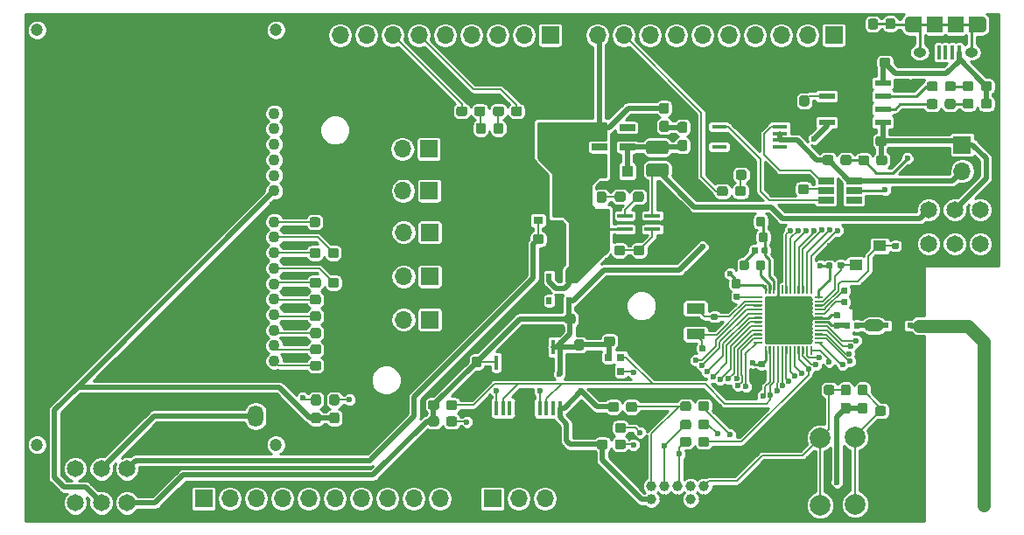
<source format=gbr>
G04 #@! TF.GenerationSoftware,KiCad,Pcbnew,5.0.2-bee76a0~70~ubuntu18.04.1*
G04 #@! TF.CreationDate,2018-12-12T17:35:25-08:00*
G04 #@! TF.ProjectId,NRF52832_Reference,4e524635-3238-4333-925f-526566657265,rev?*
G04 #@! TF.SameCoordinates,Original*
G04 #@! TF.FileFunction,Copper,L1,Top*
G04 #@! TF.FilePolarity,Positive*
%FSLAX46Y46*%
G04 Gerber Fmt 4.6, Leading zero omitted, Abs format (unit mm)*
G04 Created by KiCad (PCBNEW 5.0.2-bee76a0~70~ubuntu18.04.1) date Wed 12 Dec 2018 05:35:25 PM PST*
%MOMM*%
%LPD*%
G01*
G04 APERTURE LIST*
G04 #@! TA.AperFunction,Conductor*
%ADD10C,0.150000*%
G04 #@! TD*
G04 #@! TA.AperFunction,SMDPad,CuDef*
%ADD11C,0.950000*%
G04 #@! TD*
G04 #@! TA.AperFunction,SMDPad,CuDef*
%ADD12C,0.590000*%
G04 #@! TD*
G04 #@! TA.AperFunction,SMDPad,CuDef*
%ADD13C,0.875000*%
G04 #@! TD*
G04 #@! TA.AperFunction,SMDPad,CuDef*
%ADD14R,1.100000X1.100000*%
G04 #@! TD*
G04 #@! TA.AperFunction,ComponentPad*
%ADD15R,1.700000X1.700000*%
G04 #@! TD*
G04 #@! TA.AperFunction,ComponentPad*
%ADD16O,1.700000X1.700000*%
G04 #@! TD*
G04 #@! TA.AperFunction,ComponentPad*
%ADD17C,1.000000*%
G04 #@! TD*
G04 #@! TA.AperFunction,SMDPad,CuDef*
%ADD18R,0.800000X0.750000*%
G04 #@! TD*
G04 #@! TA.AperFunction,SMDPad,CuDef*
%ADD19R,0.580000X0.500000*%
G04 #@! TD*
G04 #@! TA.AperFunction,SMDPad,CuDef*
%ADD20R,0.400000X1.350000*%
G04 #@! TD*
G04 #@! TA.AperFunction,ComponentPad*
%ADD21O,1.250000X0.950000*%
G04 #@! TD*
G04 #@! TA.AperFunction,SMDPad,CuDef*
%ADD22R,1.500000X1.550000*%
G04 #@! TD*
G04 #@! TA.AperFunction,SMDPad,CuDef*
%ADD23R,1.200000X1.550000*%
G04 #@! TD*
G04 #@! TA.AperFunction,ComponentPad*
%ADD24O,0.890000X1.550000*%
G04 #@! TD*
G04 #@! TA.AperFunction,SMDPad,CuDef*
%ADD25C,1.300000*%
G04 #@! TD*
G04 #@! TA.AperFunction,ComponentPad*
%ADD26C,2.000000*%
G04 #@! TD*
G04 #@! TA.AperFunction,ComponentPad*
%ADD27C,1.650000*%
G04 #@! TD*
G04 #@! TA.AperFunction,SMDPad,CuDef*
%ADD28R,0.450000X1.450000*%
G04 #@! TD*
G04 #@! TA.AperFunction,ComponentPad*
%ADD29C,1.100000*%
G04 #@! TD*
G04 #@! TA.AperFunction,ComponentPad*
%ADD30O,1.500000X2.100000*%
G04 #@! TD*
G04 #@! TA.AperFunction,ComponentPad*
%ADD31C,1.200000*%
G04 #@! TD*
G04 #@! TA.AperFunction,SMDPad,CuDef*
%ADD32R,0.700000X0.750000*%
G04 #@! TD*
G04 #@! TA.AperFunction,SMDPad,CuDef*
%ADD33C,4.300000*%
G04 #@! TD*
G04 #@! TA.AperFunction,ViaPad*
%ADD34C,0.500000*%
G04 #@! TD*
G04 #@! TA.AperFunction,SMDPad,CuDef*
%ADD35C,0.200000*%
G04 #@! TD*
G04 #@! TA.AperFunction,SMDPad,CuDef*
%ADD36R,1.560000X0.650000*%
G04 #@! TD*
G04 #@! TA.AperFunction,SMDPad,CuDef*
%ADD37R,1.550000X0.600000*%
G04 #@! TD*
G04 #@! TA.AperFunction,SMDPad,CuDef*
%ADD38R,2.350000X2.350000*%
G04 #@! TD*
G04 #@! TA.AperFunction,SMDPad,CuDef*
%ADD39R,1.500000X0.400000*%
G04 #@! TD*
G04 #@! TA.AperFunction,SMDPad,CuDef*
%ADD40R,0.900000X0.800000*%
G04 #@! TD*
G04 #@! TA.AperFunction,SMDPad,CuDef*
%ADD41R,1.450000X0.450000*%
G04 #@! TD*
G04 #@! TA.AperFunction,SMDPad,CuDef*
%ADD42R,1.800000X1.000000*%
G04 #@! TD*
G04 #@! TA.AperFunction,SMDPad,CuDef*
%ADD43R,1.300000X1.050000*%
G04 #@! TD*
G04 #@! TA.AperFunction,SMDPad,CuDef*
%ADD44R,0.510000X0.700000*%
G04 #@! TD*
G04 #@! TA.AperFunction,ViaPad*
%ADD45C,0.600000*%
G04 #@! TD*
G04 #@! TA.AperFunction,Conductor*
%ADD46C,0.229000*%
G04 #@! TD*
G04 #@! TA.AperFunction,Conductor*
%ADD47C,0.203000*%
G04 #@! TD*
G04 #@! TA.AperFunction,Conductor*
%ADD48C,0.254000*%
G04 #@! TD*
G04 #@! TA.AperFunction,Conductor*
%ADD49C,0.500000*%
G04 #@! TD*
G04 #@! TA.AperFunction,Conductor*
%ADD50C,0.508000*%
G04 #@! TD*
G04 #@! TA.AperFunction,Conductor*
%ADD51C,1.143000*%
G04 #@! TD*
G04 #@! TA.AperFunction,Conductor*
%ADD52C,0.250000*%
G04 #@! TD*
G04 #@! TA.AperFunction,Conductor*
%ADD53C,1.270000*%
G04 #@! TD*
G04 APERTURE END LIST*
D10*
G04 #@! TO.N,3V3_Ref*
G04 #@! TO.C,C1*
G36*
X147961779Y-106043144D02*
X147984834Y-106046563D01*
X148007443Y-106052227D01*
X148029387Y-106060079D01*
X148050457Y-106070044D01*
X148070448Y-106082026D01*
X148089168Y-106095910D01*
X148106438Y-106111562D01*
X148122090Y-106128832D01*
X148135974Y-106147552D01*
X148147956Y-106167543D01*
X148157921Y-106188613D01*
X148165773Y-106210557D01*
X148171437Y-106233166D01*
X148174856Y-106256221D01*
X148176000Y-106279500D01*
X148176000Y-106854500D01*
X148174856Y-106877779D01*
X148171437Y-106900834D01*
X148165773Y-106923443D01*
X148157921Y-106945387D01*
X148147956Y-106966457D01*
X148135974Y-106986448D01*
X148122090Y-107005168D01*
X148106438Y-107022438D01*
X148089168Y-107038090D01*
X148070448Y-107051974D01*
X148050457Y-107063956D01*
X148029387Y-107073921D01*
X148007443Y-107081773D01*
X147984834Y-107087437D01*
X147961779Y-107090856D01*
X147938500Y-107092000D01*
X147463500Y-107092000D01*
X147440221Y-107090856D01*
X147417166Y-107087437D01*
X147394557Y-107081773D01*
X147372613Y-107073921D01*
X147351543Y-107063956D01*
X147331552Y-107051974D01*
X147312832Y-107038090D01*
X147295562Y-107022438D01*
X147279910Y-107005168D01*
X147266026Y-106986448D01*
X147254044Y-106966457D01*
X147244079Y-106945387D01*
X147236227Y-106923443D01*
X147230563Y-106900834D01*
X147227144Y-106877779D01*
X147226000Y-106854500D01*
X147226000Y-106279500D01*
X147227144Y-106256221D01*
X147230563Y-106233166D01*
X147236227Y-106210557D01*
X147244079Y-106188613D01*
X147254044Y-106167543D01*
X147266026Y-106147552D01*
X147279910Y-106128832D01*
X147295562Y-106111562D01*
X147312832Y-106095910D01*
X147331552Y-106082026D01*
X147351543Y-106070044D01*
X147372613Y-106060079D01*
X147394557Y-106052227D01*
X147417166Y-106046563D01*
X147440221Y-106043144D01*
X147463500Y-106042000D01*
X147938500Y-106042000D01*
X147961779Y-106043144D01*
X147961779Y-106043144D01*
G37*
D11*
G04 #@! TD*
G04 #@! TO.P,C1,1*
G04 #@! TO.N,3V3_Ref*
X147701000Y-106567000D03*
D10*
G04 #@! TO.N,GND*
G04 #@! TO.C,C1*
G36*
X147961779Y-107793144D02*
X147984834Y-107796563D01*
X148007443Y-107802227D01*
X148029387Y-107810079D01*
X148050457Y-107820044D01*
X148070448Y-107832026D01*
X148089168Y-107845910D01*
X148106438Y-107861562D01*
X148122090Y-107878832D01*
X148135974Y-107897552D01*
X148147956Y-107917543D01*
X148157921Y-107938613D01*
X148165773Y-107960557D01*
X148171437Y-107983166D01*
X148174856Y-108006221D01*
X148176000Y-108029500D01*
X148176000Y-108604500D01*
X148174856Y-108627779D01*
X148171437Y-108650834D01*
X148165773Y-108673443D01*
X148157921Y-108695387D01*
X148147956Y-108716457D01*
X148135974Y-108736448D01*
X148122090Y-108755168D01*
X148106438Y-108772438D01*
X148089168Y-108788090D01*
X148070448Y-108801974D01*
X148050457Y-108813956D01*
X148029387Y-108823921D01*
X148007443Y-108831773D01*
X147984834Y-108837437D01*
X147961779Y-108840856D01*
X147938500Y-108842000D01*
X147463500Y-108842000D01*
X147440221Y-108840856D01*
X147417166Y-108837437D01*
X147394557Y-108831773D01*
X147372613Y-108823921D01*
X147351543Y-108813956D01*
X147331552Y-108801974D01*
X147312832Y-108788090D01*
X147295562Y-108772438D01*
X147279910Y-108755168D01*
X147266026Y-108736448D01*
X147254044Y-108716457D01*
X147244079Y-108695387D01*
X147236227Y-108673443D01*
X147230563Y-108650834D01*
X147227144Y-108627779D01*
X147226000Y-108604500D01*
X147226000Y-108029500D01*
X147227144Y-108006221D01*
X147230563Y-107983166D01*
X147236227Y-107960557D01*
X147244079Y-107938613D01*
X147254044Y-107917543D01*
X147266026Y-107897552D01*
X147279910Y-107878832D01*
X147295562Y-107861562D01*
X147312832Y-107845910D01*
X147331552Y-107832026D01*
X147351543Y-107820044D01*
X147372613Y-107810079D01*
X147394557Y-107802227D01*
X147417166Y-107796563D01*
X147440221Y-107793144D01*
X147463500Y-107792000D01*
X147938500Y-107792000D01*
X147961779Y-107793144D01*
X147961779Y-107793144D01*
G37*
D11*
G04 #@! TD*
G04 #@! TO.P,C1,2*
G04 #@! TO.N,GND*
X147701000Y-108317000D03*
D10*
G04 #@! TO.N,Net-(C2-Pad1)*
G04 #@! TO.C,C2*
G36*
X122498779Y-100084744D02*
X122521834Y-100088163D01*
X122544443Y-100093827D01*
X122566387Y-100101679D01*
X122587457Y-100111644D01*
X122607448Y-100123626D01*
X122626168Y-100137510D01*
X122643438Y-100153162D01*
X122659090Y-100170432D01*
X122672974Y-100189152D01*
X122684956Y-100209143D01*
X122694921Y-100230213D01*
X122702773Y-100252157D01*
X122708437Y-100274766D01*
X122711856Y-100297821D01*
X122713000Y-100321100D01*
X122713000Y-100796100D01*
X122711856Y-100819379D01*
X122708437Y-100842434D01*
X122702773Y-100865043D01*
X122694921Y-100886987D01*
X122684956Y-100908057D01*
X122672974Y-100928048D01*
X122659090Y-100946768D01*
X122643438Y-100964038D01*
X122626168Y-100979690D01*
X122607448Y-100993574D01*
X122587457Y-101005556D01*
X122566387Y-101015521D01*
X122544443Y-101023373D01*
X122521834Y-101029037D01*
X122498779Y-101032456D01*
X122475500Y-101033600D01*
X121900500Y-101033600D01*
X121877221Y-101032456D01*
X121854166Y-101029037D01*
X121831557Y-101023373D01*
X121809613Y-101015521D01*
X121788543Y-101005556D01*
X121768552Y-100993574D01*
X121749832Y-100979690D01*
X121732562Y-100964038D01*
X121716910Y-100946768D01*
X121703026Y-100928048D01*
X121691044Y-100908057D01*
X121681079Y-100886987D01*
X121673227Y-100865043D01*
X121667563Y-100842434D01*
X121664144Y-100819379D01*
X121663000Y-100796100D01*
X121663000Y-100321100D01*
X121664144Y-100297821D01*
X121667563Y-100274766D01*
X121673227Y-100252157D01*
X121681079Y-100230213D01*
X121691044Y-100209143D01*
X121703026Y-100189152D01*
X121716910Y-100170432D01*
X121732562Y-100153162D01*
X121749832Y-100137510D01*
X121768552Y-100123626D01*
X121788543Y-100111644D01*
X121809613Y-100101679D01*
X121831557Y-100093827D01*
X121854166Y-100088163D01*
X121877221Y-100084744D01*
X121900500Y-100083600D01*
X122475500Y-100083600D01*
X122498779Y-100084744D01*
X122498779Y-100084744D01*
G37*
D11*
G04 #@! TD*
G04 #@! TO.P,C2,1*
G04 #@! TO.N,Net-(C2-Pad1)*
X122188000Y-100558600D03*
D10*
G04 #@! TO.N,Net-(C2-Pad2)*
G04 #@! TO.C,C2*
G36*
X124248779Y-100084744D02*
X124271834Y-100088163D01*
X124294443Y-100093827D01*
X124316387Y-100101679D01*
X124337457Y-100111644D01*
X124357448Y-100123626D01*
X124376168Y-100137510D01*
X124393438Y-100153162D01*
X124409090Y-100170432D01*
X124422974Y-100189152D01*
X124434956Y-100209143D01*
X124444921Y-100230213D01*
X124452773Y-100252157D01*
X124458437Y-100274766D01*
X124461856Y-100297821D01*
X124463000Y-100321100D01*
X124463000Y-100796100D01*
X124461856Y-100819379D01*
X124458437Y-100842434D01*
X124452773Y-100865043D01*
X124444921Y-100886987D01*
X124434956Y-100908057D01*
X124422974Y-100928048D01*
X124409090Y-100946768D01*
X124393438Y-100964038D01*
X124376168Y-100979690D01*
X124357448Y-100993574D01*
X124337457Y-101005556D01*
X124316387Y-101015521D01*
X124294443Y-101023373D01*
X124271834Y-101029037D01*
X124248779Y-101032456D01*
X124225500Y-101033600D01*
X123650500Y-101033600D01*
X123627221Y-101032456D01*
X123604166Y-101029037D01*
X123581557Y-101023373D01*
X123559613Y-101015521D01*
X123538543Y-101005556D01*
X123518552Y-100993574D01*
X123499832Y-100979690D01*
X123482562Y-100964038D01*
X123466910Y-100946768D01*
X123453026Y-100928048D01*
X123441044Y-100908057D01*
X123431079Y-100886987D01*
X123423227Y-100865043D01*
X123417563Y-100842434D01*
X123414144Y-100819379D01*
X123413000Y-100796100D01*
X123413000Y-100321100D01*
X123414144Y-100297821D01*
X123417563Y-100274766D01*
X123423227Y-100252157D01*
X123431079Y-100230213D01*
X123441044Y-100209143D01*
X123453026Y-100189152D01*
X123466910Y-100170432D01*
X123482562Y-100153162D01*
X123499832Y-100137510D01*
X123518552Y-100123626D01*
X123538543Y-100111644D01*
X123559613Y-100101679D01*
X123581557Y-100093827D01*
X123604166Y-100088163D01*
X123627221Y-100084744D01*
X123650500Y-100083600D01*
X124225500Y-100083600D01*
X124248779Y-100084744D01*
X124248779Y-100084744D01*
G37*
D11*
G04 #@! TD*
G04 #@! TO.P,C2,2*
G04 #@! TO.N,Net-(C2-Pad2)*
X123938000Y-100558600D03*
D10*
G04 #@! TO.N,Net-(C3-Pad2)*
G04 #@! TO.C,C3*
G36*
X122473379Y-97214544D02*
X122496434Y-97217963D01*
X122519043Y-97223627D01*
X122540987Y-97231479D01*
X122562057Y-97241444D01*
X122582048Y-97253426D01*
X122600768Y-97267310D01*
X122618038Y-97282962D01*
X122633690Y-97300232D01*
X122647574Y-97318952D01*
X122659556Y-97338943D01*
X122669521Y-97360013D01*
X122677373Y-97381957D01*
X122683037Y-97404566D01*
X122686456Y-97427621D01*
X122687600Y-97450900D01*
X122687600Y-97925900D01*
X122686456Y-97949179D01*
X122683037Y-97972234D01*
X122677373Y-97994843D01*
X122669521Y-98016787D01*
X122659556Y-98037857D01*
X122647574Y-98057848D01*
X122633690Y-98076568D01*
X122618038Y-98093838D01*
X122600768Y-98109490D01*
X122582048Y-98123374D01*
X122562057Y-98135356D01*
X122540987Y-98145321D01*
X122519043Y-98153173D01*
X122496434Y-98158837D01*
X122473379Y-98162256D01*
X122450100Y-98163400D01*
X121875100Y-98163400D01*
X121851821Y-98162256D01*
X121828766Y-98158837D01*
X121806157Y-98153173D01*
X121784213Y-98145321D01*
X121763143Y-98135356D01*
X121743152Y-98123374D01*
X121724432Y-98109490D01*
X121707162Y-98093838D01*
X121691510Y-98076568D01*
X121677626Y-98057848D01*
X121665644Y-98037857D01*
X121655679Y-98016787D01*
X121647827Y-97994843D01*
X121642163Y-97972234D01*
X121638744Y-97949179D01*
X121637600Y-97925900D01*
X121637600Y-97450900D01*
X121638744Y-97427621D01*
X121642163Y-97404566D01*
X121647827Y-97381957D01*
X121655679Y-97360013D01*
X121665644Y-97338943D01*
X121677626Y-97318952D01*
X121691510Y-97300232D01*
X121707162Y-97282962D01*
X121724432Y-97267310D01*
X121743152Y-97253426D01*
X121763143Y-97241444D01*
X121784213Y-97231479D01*
X121806157Y-97223627D01*
X121828766Y-97217963D01*
X121851821Y-97214544D01*
X121875100Y-97213400D01*
X122450100Y-97213400D01*
X122473379Y-97214544D01*
X122473379Y-97214544D01*
G37*
D11*
G04 #@! TD*
G04 #@! TO.P,C3,2*
G04 #@! TO.N,Net-(C3-Pad2)*
X122162600Y-97688400D03*
D10*
G04 #@! TO.N,Net-(C3-Pad1)*
G04 #@! TO.C,C3*
G36*
X124223379Y-97214544D02*
X124246434Y-97217963D01*
X124269043Y-97223627D01*
X124290987Y-97231479D01*
X124312057Y-97241444D01*
X124332048Y-97253426D01*
X124350768Y-97267310D01*
X124368038Y-97282962D01*
X124383690Y-97300232D01*
X124397574Y-97318952D01*
X124409556Y-97338943D01*
X124419521Y-97360013D01*
X124427373Y-97381957D01*
X124433037Y-97404566D01*
X124436456Y-97427621D01*
X124437600Y-97450900D01*
X124437600Y-97925900D01*
X124436456Y-97949179D01*
X124433037Y-97972234D01*
X124427373Y-97994843D01*
X124419521Y-98016787D01*
X124409556Y-98037857D01*
X124397574Y-98057848D01*
X124383690Y-98076568D01*
X124368038Y-98093838D01*
X124350768Y-98109490D01*
X124332048Y-98123374D01*
X124312057Y-98135356D01*
X124290987Y-98145321D01*
X124269043Y-98153173D01*
X124246434Y-98158837D01*
X124223379Y-98162256D01*
X124200100Y-98163400D01*
X123625100Y-98163400D01*
X123601821Y-98162256D01*
X123578766Y-98158837D01*
X123556157Y-98153173D01*
X123534213Y-98145321D01*
X123513143Y-98135356D01*
X123493152Y-98123374D01*
X123474432Y-98109490D01*
X123457162Y-98093838D01*
X123441510Y-98076568D01*
X123427626Y-98057848D01*
X123415644Y-98037857D01*
X123405679Y-98016787D01*
X123397827Y-97994843D01*
X123392163Y-97972234D01*
X123388744Y-97949179D01*
X123387600Y-97925900D01*
X123387600Y-97450900D01*
X123388744Y-97427621D01*
X123392163Y-97404566D01*
X123397827Y-97381957D01*
X123405679Y-97360013D01*
X123415644Y-97338943D01*
X123427626Y-97318952D01*
X123441510Y-97300232D01*
X123457162Y-97282962D01*
X123474432Y-97267310D01*
X123493152Y-97253426D01*
X123513143Y-97241444D01*
X123534213Y-97231479D01*
X123556157Y-97223627D01*
X123578766Y-97217963D01*
X123601821Y-97214544D01*
X123625100Y-97213400D01*
X124200100Y-97213400D01*
X124223379Y-97214544D01*
X124223379Y-97214544D01*
G37*
D11*
G04 #@! TD*
G04 #@! TO.P,C3,1*
G04 #@! TO.N,Net-(C3-Pad1)*
X123912600Y-97688400D03*
D10*
G04 #@! TO.N,3V3_Ref*
G04 #@! TO.C,C4*
G36*
X150946779Y-105761644D02*
X150969834Y-105765063D01*
X150992443Y-105770727D01*
X151014387Y-105778579D01*
X151035457Y-105788544D01*
X151055448Y-105800526D01*
X151074168Y-105814410D01*
X151091438Y-105830062D01*
X151107090Y-105847332D01*
X151120974Y-105866052D01*
X151132956Y-105886043D01*
X151142921Y-105907113D01*
X151150773Y-105929057D01*
X151156437Y-105951666D01*
X151159856Y-105974721D01*
X151161000Y-105998000D01*
X151161000Y-106473000D01*
X151159856Y-106496279D01*
X151156437Y-106519334D01*
X151150773Y-106541943D01*
X151142921Y-106563887D01*
X151132956Y-106584957D01*
X151120974Y-106604948D01*
X151107090Y-106623668D01*
X151091438Y-106640938D01*
X151074168Y-106656590D01*
X151055448Y-106670474D01*
X151035457Y-106682456D01*
X151014387Y-106692421D01*
X150992443Y-106700273D01*
X150969834Y-106705937D01*
X150946779Y-106709356D01*
X150923500Y-106710500D01*
X150348500Y-106710500D01*
X150325221Y-106709356D01*
X150302166Y-106705937D01*
X150279557Y-106700273D01*
X150257613Y-106692421D01*
X150236543Y-106682456D01*
X150216552Y-106670474D01*
X150197832Y-106656590D01*
X150180562Y-106640938D01*
X150164910Y-106623668D01*
X150151026Y-106604948D01*
X150139044Y-106584957D01*
X150129079Y-106563887D01*
X150121227Y-106541943D01*
X150115563Y-106519334D01*
X150112144Y-106496279D01*
X150111000Y-106473000D01*
X150111000Y-105998000D01*
X150112144Y-105974721D01*
X150115563Y-105951666D01*
X150121227Y-105929057D01*
X150129079Y-105907113D01*
X150139044Y-105886043D01*
X150151026Y-105866052D01*
X150164910Y-105847332D01*
X150180562Y-105830062D01*
X150197832Y-105814410D01*
X150216552Y-105800526D01*
X150236543Y-105788544D01*
X150257613Y-105778579D01*
X150279557Y-105770727D01*
X150302166Y-105765063D01*
X150325221Y-105761644D01*
X150348500Y-105760500D01*
X150923500Y-105760500D01*
X150946779Y-105761644D01*
X150946779Y-105761644D01*
G37*
D11*
G04 #@! TD*
G04 #@! TO.P,C4,1*
G04 #@! TO.N,3V3_Ref*
X150636000Y-106235500D03*
D10*
G04 #@! TO.N,GND*
G04 #@! TO.C,C4*
G36*
X152696779Y-105761644D02*
X152719834Y-105765063D01*
X152742443Y-105770727D01*
X152764387Y-105778579D01*
X152785457Y-105788544D01*
X152805448Y-105800526D01*
X152824168Y-105814410D01*
X152841438Y-105830062D01*
X152857090Y-105847332D01*
X152870974Y-105866052D01*
X152882956Y-105886043D01*
X152892921Y-105907113D01*
X152900773Y-105929057D01*
X152906437Y-105951666D01*
X152909856Y-105974721D01*
X152911000Y-105998000D01*
X152911000Y-106473000D01*
X152909856Y-106496279D01*
X152906437Y-106519334D01*
X152900773Y-106541943D01*
X152892921Y-106563887D01*
X152882956Y-106584957D01*
X152870974Y-106604948D01*
X152857090Y-106623668D01*
X152841438Y-106640938D01*
X152824168Y-106656590D01*
X152805448Y-106670474D01*
X152785457Y-106682456D01*
X152764387Y-106692421D01*
X152742443Y-106700273D01*
X152719834Y-106705937D01*
X152696779Y-106709356D01*
X152673500Y-106710500D01*
X152098500Y-106710500D01*
X152075221Y-106709356D01*
X152052166Y-106705937D01*
X152029557Y-106700273D01*
X152007613Y-106692421D01*
X151986543Y-106682456D01*
X151966552Y-106670474D01*
X151947832Y-106656590D01*
X151930562Y-106640938D01*
X151914910Y-106623668D01*
X151901026Y-106604948D01*
X151889044Y-106584957D01*
X151879079Y-106563887D01*
X151871227Y-106541943D01*
X151865563Y-106519334D01*
X151862144Y-106496279D01*
X151861000Y-106473000D01*
X151861000Y-105998000D01*
X151862144Y-105974721D01*
X151865563Y-105951666D01*
X151871227Y-105929057D01*
X151879079Y-105907113D01*
X151889044Y-105886043D01*
X151901026Y-105866052D01*
X151914910Y-105847332D01*
X151930562Y-105830062D01*
X151947832Y-105814410D01*
X151966552Y-105800526D01*
X151986543Y-105788544D01*
X152007613Y-105778579D01*
X152029557Y-105770727D01*
X152052166Y-105765063D01*
X152075221Y-105761644D01*
X152098500Y-105760500D01*
X152673500Y-105760500D01*
X152696779Y-105761644D01*
X152696779Y-105761644D01*
G37*
D11*
G04 #@! TD*
G04 #@! TO.P,C4,2*
G04 #@! TO.N,GND*
X152386000Y-106235500D03*
D10*
G04 #@! TO.N,Net-(C5-Pad1)*
G04 #@! TO.C,C5*
G36*
X122498779Y-101710344D02*
X122521834Y-101713763D01*
X122544443Y-101719427D01*
X122566387Y-101727279D01*
X122587457Y-101737244D01*
X122607448Y-101749226D01*
X122626168Y-101763110D01*
X122643438Y-101778762D01*
X122659090Y-101796032D01*
X122672974Y-101814752D01*
X122684956Y-101834743D01*
X122694921Y-101855813D01*
X122702773Y-101877757D01*
X122708437Y-101900366D01*
X122711856Y-101923421D01*
X122713000Y-101946700D01*
X122713000Y-102421700D01*
X122711856Y-102444979D01*
X122708437Y-102468034D01*
X122702773Y-102490643D01*
X122694921Y-102512587D01*
X122684956Y-102533657D01*
X122672974Y-102553648D01*
X122659090Y-102572368D01*
X122643438Y-102589638D01*
X122626168Y-102605290D01*
X122607448Y-102619174D01*
X122587457Y-102631156D01*
X122566387Y-102641121D01*
X122544443Y-102648973D01*
X122521834Y-102654637D01*
X122498779Y-102658056D01*
X122475500Y-102659200D01*
X121900500Y-102659200D01*
X121877221Y-102658056D01*
X121854166Y-102654637D01*
X121831557Y-102648973D01*
X121809613Y-102641121D01*
X121788543Y-102631156D01*
X121768552Y-102619174D01*
X121749832Y-102605290D01*
X121732562Y-102589638D01*
X121716910Y-102572368D01*
X121703026Y-102553648D01*
X121691044Y-102533657D01*
X121681079Y-102512587D01*
X121673227Y-102490643D01*
X121667563Y-102468034D01*
X121664144Y-102444979D01*
X121663000Y-102421700D01*
X121663000Y-101946700D01*
X121664144Y-101923421D01*
X121667563Y-101900366D01*
X121673227Y-101877757D01*
X121681079Y-101855813D01*
X121691044Y-101834743D01*
X121703026Y-101814752D01*
X121716910Y-101796032D01*
X121732562Y-101778762D01*
X121749832Y-101763110D01*
X121768552Y-101749226D01*
X121788543Y-101737244D01*
X121809613Y-101727279D01*
X121831557Y-101719427D01*
X121854166Y-101713763D01*
X121877221Y-101710344D01*
X121900500Y-101709200D01*
X122475500Y-101709200D01*
X122498779Y-101710344D01*
X122498779Y-101710344D01*
G37*
D11*
G04 #@! TD*
G04 #@! TO.P,C5,1*
G04 #@! TO.N,Net-(C5-Pad1)*
X122188000Y-102184200D03*
D10*
G04 #@! TO.N,GND*
G04 #@! TO.C,C5*
G36*
X124248779Y-101710344D02*
X124271834Y-101713763D01*
X124294443Y-101719427D01*
X124316387Y-101727279D01*
X124337457Y-101737244D01*
X124357448Y-101749226D01*
X124376168Y-101763110D01*
X124393438Y-101778762D01*
X124409090Y-101796032D01*
X124422974Y-101814752D01*
X124434956Y-101834743D01*
X124444921Y-101855813D01*
X124452773Y-101877757D01*
X124458437Y-101900366D01*
X124461856Y-101923421D01*
X124463000Y-101946700D01*
X124463000Y-102421700D01*
X124461856Y-102444979D01*
X124458437Y-102468034D01*
X124452773Y-102490643D01*
X124444921Y-102512587D01*
X124434956Y-102533657D01*
X124422974Y-102553648D01*
X124409090Y-102572368D01*
X124393438Y-102589638D01*
X124376168Y-102605290D01*
X124357448Y-102619174D01*
X124337457Y-102631156D01*
X124316387Y-102641121D01*
X124294443Y-102648973D01*
X124271834Y-102654637D01*
X124248779Y-102658056D01*
X124225500Y-102659200D01*
X123650500Y-102659200D01*
X123627221Y-102658056D01*
X123604166Y-102654637D01*
X123581557Y-102648973D01*
X123559613Y-102641121D01*
X123538543Y-102631156D01*
X123518552Y-102619174D01*
X123499832Y-102605290D01*
X123482562Y-102589638D01*
X123466910Y-102572368D01*
X123453026Y-102553648D01*
X123441044Y-102533657D01*
X123431079Y-102512587D01*
X123423227Y-102490643D01*
X123417563Y-102468034D01*
X123414144Y-102444979D01*
X123413000Y-102421700D01*
X123413000Y-101946700D01*
X123414144Y-101923421D01*
X123417563Y-101900366D01*
X123423227Y-101877757D01*
X123431079Y-101855813D01*
X123441044Y-101834743D01*
X123453026Y-101814752D01*
X123466910Y-101796032D01*
X123482562Y-101778762D01*
X123499832Y-101763110D01*
X123518552Y-101749226D01*
X123538543Y-101737244D01*
X123559613Y-101727279D01*
X123581557Y-101719427D01*
X123604166Y-101713763D01*
X123627221Y-101710344D01*
X123650500Y-101709200D01*
X124225500Y-101709200D01*
X124248779Y-101710344D01*
X124248779Y-101710344D01*
G37*
D11*
G04 #@! TD*
G04 #@! TO.P,C5,2*
G04 #@! TO.N,GND*
X123938000Y-102184200D03*
D10*
G04 #@! TO.N,GND*
G04 #@! TO.C,C6*
G36*
X124248779Y-103335944D02*
X124271834Y-103339363D01*
X124294443Y-103345027D01*
X124316387Y-103352879D01*
X124337457Y-103362844D01*
X124357448Y-103374826D01*
X124376168Y-103388710D01*
X124393438Y-103404362D01*
X124409090Y-103421632D01*
X124422974Y-103440352D01*
X124434956Y-103460343D01*
X124444921Y-103481413D01*
X124452773Y-103503357D01*
X124458437Y-103525966D01*
X124461856Y-103549021D01*
X124463000Y-103572300D01*
X124463000Y-104047300D01*
X124461856Y-104070579D01*
X124458437Y-104093634D01*
X124452773Y-104116243D01*
X124444921Y-104138187D01*
X124434956Y-104159257D01*
X124422974Y-104179248D01*
X124409090Y-104197968D01*
X124393438Y-104215238D01*
X124376168Y-104230890D01*
X124357448Y-104244774D01*
X124337457Y-104256756D01*
X124316387Y-104266721D01*
X124294443Y-104274573D01*
X124271834Y-104280237D01*
X124248779Y-104283656D01*
X124225500Y-104284800D01*
X123650500Y-104284800D01*
X123627221Y-104283656D01*
X123604166Y-104280237D01*
X123581557Y-104274573D01*
X123559613Y-104266721D01*
X123538543Y-104256756D01*
X123518552Y-104244774D01*
X123499832Y-104230890D01*
X123482562Y-104215238D01*
X123466910Y-104197968D01*
X123453026Y-104179248D01*
X123441044Y-104159257D01*
X123431079Y-104138187D01*
X123423227Y-104116243D01*
X123417563Y-104093634D01*
X123414144Y-104070579D01*
X123413000Y-104047300D01*
X123413000Y-103572300D01*
X123414144Y-103549021D01*
X123417563Y-103525966D01*
X123423227Y-103503357D01*
X123431079Y-103481413D01*
X123441044Y-103460343D01*
X123453026Y-103440352D01*
X123466910Y-103421632D01*
X123482562Y-103404362D01*
X123499832Y-103388710D01*
X123518552Y-103374826D01*
X123538543Y-103362844D01*
X123559613Y-103352879D01*
X123581557Y-103345027D01*
X123604166Y-103339363D01*
X123627221Y-103335944D01*
X123650500Y-103334800D01*
X124225500Y-103334800D01*
X124248779Y-103335944D01*
X124248779Y-103335944D01*
G37*
D11*
G04 #@! TD*
G04 #@! TO.P,C6,2*
G04 #@! TO.N,GND*
X123938000Y-103809800D03*
D10*
G04 #@! TO.N,Net-(C6-Pad1)*
G04 #@! TO.C,C6*
G36*
X122498779Y-103335944D02*
X122521834Y-103339363D01*
X122544443Y-103345027D01*
X122566387Y-103352879D01*
X122587457Y-103362844D01*
X122607448Y-103374826D01*
X122626168Y-103388710D01*
X122643438Y-103404362D01*
X122659090Y-103421632D01*
X122672974Y-103440352D01*
X122684956Y-103460343D01*
X122694921Y-103481413D01*
X122702773Y-103503357D01*
X122708437Y-103525966D01*
X122711856Y-103549021D01*
X122713000Y-103572300D01*
X122713000Y-104047300D01*
X122711856Y-104070579D01*
X122708437Y-104093634D01*
X122702773Y-104116243D01*
X122694921Y-104138187D01*
X122684956Y-104159257D01*
X122672974Y-104179248D01*
X122659090Y-104197968D01*
X122643438Y-104215238D01*
X122626168Y-104230890D01*
X122607448Y-104244774D01*
X122587457Y-104256756D01*
X122566387Y-104266721D01*
X122544443Y-104274573D01*
X122521834Y-104280237D01*
X122498779Y-104283656D01*
X122475500Y-104284800D01*
X121900500Y-104284800D01*
X121877221Y-104283656D01*
X121854166Y-104280237D01*
X121831557Y-104274573D01*
X121809613Y-104266721D01*
X121788543Y-104256756D01*
X121768552Y-104244774D01*
X121749832Y-104230890D01*
X121732562Y-104215238D01*
X121716910Y-104197968D01*
X121703026Y-104179248D01*
X121691044Y-104159257D01*
X121681079Y-104138187D01*
X121673227Y-104116243D01*
X121667563Y-104093634D01*
X121664144Y-104070579D01*
X121663000Y-104047300D01*
X121663000Y-103572300D01*
X121664144Y-103549021D01*
X121667563Y-103525966D01*
X121673227Y-103503357D01*
X121681079Y-103481413D01*
X121691044Y-103460343D01*
X121703026Y-103440352D01*
X121716910Y-103421632D01*
X121732562Y-103404362D01*
X121749832Y-103388710D01*
X121768552Y-103374826D01*
X121788543Y-103362844D01*
X121809613Y-103352879D01*
X121831557Y-103345027D01*
X121854166Y-103339363D01*
X121877221Y-103335944D01*
X121900500Y-103334800D01*
X122475500Y-103334800D01*
X122498779Y-103335944D01*
X122498779Y-103335944D01*
G37*
D11*
G04 #@! TD*
G04 #@! TO.P,C6,1*
G04 #@! TO.N,Net-(C6-Pad1)*
X122188000Y-103809800D03*
D10*
G04 #@! TO.N,Net-(C7-Pad1)*
G04 #@! TO.C,C7*
G36*
X122524179Y-104961544D02*
X122547234Y-104964963D01*
X122569843Y-104970627D01*
X122591787Y-104978479D01*
X122612857Y-104988444D01*
X122632848Y-105000426D01*
X122651568Y-105014310D01*
X122668838Y-105029962D01*
X122684490Y-105047232D01*
X122698374Y-105065952D01*
X122710356Y-105085943D01*
X122720321Y-105107013D01*
X122728173Y-105128957D01*
X122733837Y-105151566D01*
X122737256Y-105174621D01*
X122738400Y-105197900D01*
X122738400Y-105672900D01*
X122737256Y-105696179D01*
X122733837Y-105719234D01*
X122728173Y-105741843D01*
X122720321Y-105763787D01*
X122710356Y-105784857D01*
X122698374Y-105804848D01*
X122684490Y-105823568D01*
X122668838Y-105840838D01*
X122651568Y-105856490D01*
X122632848Y-105870374D01*
X122612857Y-105882356D01*
X122591787Y-105892321D01*
X122569843Y-105900173D01*
X122547234Y-105905837D01*
X122524179Y-105909256D01*
X122500900Y-105910400D01*
X121925900Y-105910400D01*
X121902621Y-105909256D01*
X121879566Y-105905837D01*
X121856957Y-105900173D01*
X121835013Y-105892321D01*
X121813943Y-105882356D01*
X121793952Y-105870374D01*
X121775232Y-105856490D01*
X121757962Y-105840838D01*
X121742310Y-105823568D01*
X121728426Y-105804848D01*
X121716444Y-105784857D01*
X121706479Y-105763787D01*
X121698627Y-105741843D01*
X121692963Y-105719234D01*
X121689544Y-105696179D01*
X121688400Y-105672900D01*
X121688400Y-105197900D01*
X121689544Y-105174621D01*
X121692963Y-105151566D01*
X121698627Y-105128957D01*
X121706479Y-105107013D01*
X121716444Y-105085943D01*
X121728426Y-105065952D01*
X121742310Y-105047232D01*
X121757962Y-105029962D01*
X121775232Y-105014310D01*
X121793952Y-105000426D01*
X121813943Y-104988444D01*
X121835013Y-104978479D01*
X121856957Y-104970627D01*
X121879566Y-104964963D01*
X121902621Y-104961544D01*
X121925900Y-104960400D01*
X122500900Y-104960400D01*
X122524179Y-104961544D01*
X122524179Y-104961544D01*
G37*
D11*
G04 #@! TD*
G04 #@! TO.P,C7,1*
G04 #@! TO.N,Net-(C7-Pad1)*
X122213400Y-105435400D03*
D10*
G04 #@! TO.N,GND*
G04 #@! TO.C,C7*
G36*
X124274179Y-104961544D02*
X124297234Y-104964963D01*
X124319843Y-104970627D01*
X124341787Y-104978479D01*
X124362857Y-104988444D01*
X124382848Y-105000426D01*
X124401568Y-105014310D01*
X124418838Y-105029962D01*
X124434490Y-105047232D01*
X124448374Y-105065952D01*
X124460356Y-105085943D01*
X124470321Y-105107013D01*
X124478173Y-105128957D01*
X124483837Y-105151566D01*
X124487256Y-105174621D01*
X124488400Y-105197900D01*
X124488400Y-105672900D01*
X124487256Y-105696179D01*
X124483837Y-105719234D01*
X124478173Y-105741843D01*
X124470321Y-105763787D01*
X124460356Y-105784857D01*
X124448374Y-105804848D01*
X124434490Y-105823568D01*
X124418838Y-105840838D01*
X124401568Y-105856490D01*
X124382848Y-105870374D01*
X124362857Y-105882356D01*
X124341787Y-105892321D01*
X124319843Y-105900173D01*
X124297234Y-105905837D01*
X124274179Y-105909256D01*
X124250900Y-105910400D01*
X123675900Y-105910400D01*
X123652621Y-105909256D01*
X123629566Y-105905837D01*
X123606957Y-105900173D01*
X123585013Y-105892321D01*
X123563943Y-105882356D01*
X123543952Y-105870374D01*
X123525232Y-105856490D01*
X123507962Y-105840838D01*
X123492310Y-105823568D01*
X123478426Y-105804848D01*
X123466444Y-105784857D01*
X123456479Y-105763787D01*
X123448627Y-105741843D01*
X123442963Y-105719234D01*
X123439544Y-105696179D01*
X123438400Y-105672900D01*
X123438400Y-105197900D01*
X123439544Y-105174621D01*
X123442963Y-105151566D01*
X123448627Y-105128957D01*
X123456479Y-105107013D01*
X123466444Y-105085943D01*
X123478426Y-105065952D01*
X123492310Y-105047232D01*
X123507962Y-105029962D01*
X123525232Y-105014310D01*
X123543952Y-105000426D01*
X123563943Y-104988444D01*
X123585013Y-104978479D01*
X123606957Y-104970627D01*
X123629566Y-104964963D01*
X123652621Y-104961544D01*
X123675900Y-104960400D01*
X124250900Y-104960400D01*
X124274179Y-104961544D01*
X124274179Y-104961544D01*
G37*
D11*
G04 #@! TD*
G04 #@! TO.P,C7,2*
G04 #@! TO.N,GND*
X123963400Y-105435400D03*
D10*
G04 #@! TO.N,GND*
G04 #@! TO.C,C8*
G36*
X138055779Y-109444144D02*
X138078834Y-109447563D01*
X138101443Y-109453227D01*
X138123387Y-109461079D01*
X138144457Y-109471044D01*
X138164448Y-109483026D01*
X138183168Y-109496910D01*
X138200438Y-109512562D01*
X138216090Y-109529832D01*
X138229974Y-109548552D01*
X138241956Y-109568543D01*
X138251921Y-109589613D01*
X138259773Y-109611557D01*
X138265437Y-109634166D01*
X138268856Y-109657221D01*
X138270000Y-109680500D01*
X138270000Y-110255500D01*
X138268856Y-110278779D01*
X138265437Y-110301834D01*
X138259773Y-110324443D01*
X138251921Y-110346387D01*
X138241956Y-110367457D01*
X138229974Y-110387448D01*
X138216090Y-110406168D01*
X138200438Y-110423438D01*
X138183168Y-110439090D01*
X138164448Y-110452974D01*
X138144457Y-110464956D01*
X138123387Y-110474921D01*
X138101443Y-110482773D01*
X138078834Y-110488437D01*
X138055779Y-110491856D01*
X138032500Y-110493000D01*
X137557500Y-110493000D01*
X137534221Y-110491856D01*
X137511166Y-110488437D01*
X137488557Y-110482773D01*
X137466613Y-110474921D01*
X137445543Y-110464956D01*
X137425552Y-110452974D01*
X137406832Y-110439090D01*
X137389562Y-110423438D01*
X137373910Y-110406168D01*
X137360026Y-110387448D01*
X137348044Y-110367457D01*
X137338079Y-110346387D01*
X137330227Y-110324443D01*
X137324563Y-110301834D01*
X137321144Y-110278779D01*
X137320000Y-110255500D01*
X137320000Y-109680500D01*
X137321144Y-109657221D01*
X137324563Y-109634166D01*
X137330227Y-109611557D01*
X137338079Y-109589613D01*
X137348044Y-109568543D01*
X137360026Y-109548552D01*
X137373910Y-109529832D01*
X137389562Y-109512562D01*
X137406832Y-109496910D01*
X137425552Y-109483026D01*
X137445543Y-109471044D01*
X137466613Y-109461079D01*
X137488557Y-109453227D01*
X137511166Y-109447563D01*
X137534221Y-109444144D01*
X137557500Y-109443000D01*
X138032500Y-109443000D01*
X138055779Y-109444144D01*
X138055779Y-109444144D01*
G37*
D11*
G04 #@! TD*
G04 #@! TO.P,C8,2*
G04 #@! TO.N,GND*
X137795000Y-109968000D03*
D10*
G04 #@! TO.N,3V3_Ref*
G04 #@! TO.C,C8*
G36*
X138055779Y-107694144D02*
X138078834Y-107697563D01*
X138101443Y-107703227D01*
X138123387Y-107711079D01*
X138144457Y-107721044D01*
X138164448Y-107733026D01*
X138183168Y-107746910D01*
X138200438Y-107762562D01*
X138216090Y-107779832D01*
X138229974Y-107798552D01*
X138241956Y-107818543D01*
X138251921Y-107839613D01*
X138259773Y-107861557D01*
X138265437Y-107884166D01*
X138268856Y-107907221D01*
X138270000Y-107930500D01*
X138270000Y-108505500D01*
X138268856Y-108528779D01*
X138265437Y-108551834D01*
X138259773Y-108574443D01*
X138251921Y-108596387D01*
X138241956Y-108617457D01*
X138229974Y-108637448D01*
X138216090Y-108656168D01*
X138200438Y-108673438D01*
X138183168Y-108689090D01*
X138164448Y-108702974D01*
X138144457Y-108714956D01*
X138123387Y-108724921D01*
X138101443Y-108732773D01*
X138078834Y-108738437D01*
X138055779Y-108741856D01*
X138032500Y-108743000D01*
X137557500Y-108743000D01*
X137534221Y-108741856D01*
X137511166Y-108738437D01*
X137488557Y-108732773D01*
X137466613Y-108724921D01*
X137445543Y-108714956D01*
X137425552Y-108702974D01*
X137406832Y-108689090D01*
X137389562Y-108673438D01*
X137373910Y-108656168D01*
X137360026Y-108637448D01*
X137348044Y-108617457D01*
X137338079Y-108596387D01*
X137330227Y-108574443D01*
X137324563Y-108551834D01*
X137321144Y-108528779D01*
X137320000Y-108505500D01*
X137320000Y-107930500D01*
X137321144Y-107907221D01*
X137324563Y-107884166D01*
X137330227Y-107861557D01*
X137338079Y-107839613D01*
X137348044Y-107818543D01*
X137360026Y-107798552D01*
X137373910Y-107779832D01*
X137389562Y-107762562D01*
X137406832Y-107746910D01*
X137425552Y-107733026D01*
X137445543Y-107721044D01*
X137466613Y-107711079D01*
X137488557Y-107703227D01*
X137511166Y-107697563D01*
X137534221Y-107694144D01*
X137557500Y-107693000D01*
X138032500Y-107693000D01*
X138055779Y-107694144D01*
X138055779Y-107694144D01*
G37*
D11*
G04 #@! TD*
G04 #@! TO.P,C8,1*
G04 #@! TO.N,3V3_Ref*
X137795000Y-108218000D03*
D10*
G04 #@! TO.N,GND*
G04 #@! TO.C,C9*
G36*
X124274179Y-106536344D02*
X124297234Y-106539763D01*
X124319843Y-106545427D01*
X124341787Y-106553279D01*
X124362857Y-106563244D01*
X124382848Y-106575226D01*
X124401568Y-106589110D01*
X124418838Y-106604762D01*
X124434490Y-106622032D01*
X124448374Y-106640752D01*
X124460356Y-106660743D01*
X124470321Y-106681813D01*
X124478173Y-106703757D01*
X124483837Y-106726366D01*
X124487256Y-106749421D01*
X124488400Y-106772700D01*
X124488400Y-107247700D01*
X124487256Y-107270979D01*
X124483837Y-107294034D01*
X124478173Y-107316643D01*
X124470321Y-107338587D01*
X124460356Y-107359657D01*
X124448374Y-107379648D01*
X124434490Y-107398368D01*
X124418838Y-107415638D01*
X124401568Y-107431290D01*
X124382848Y-107445174D01*
X124362857Y-107457156D01*
X124341787Y-107467121D01*
X124319843Y-107474973D01*
X124297234Y-107480637D01*
X124274179Y-107484056D01*
X124250900Y-107485200D01*
X123675900Y-107485200D01*
X123652621Y-107484056D01*
X123629566Y-107480637D01*
X123606957Y-107474973D01*
X123585013Y-107467121D01*
X123563943Y-107457156D01*
X123543952Y-107445174D01*
X123525232Y-107431290D01*
X123507962Y-107415638D01*
X123492310Y-107398368D01*
X123478426Y-107379648D01*
X123466444Y-107359657D01*
X123456479Y-107338587D01*
X123448627Y-107316643D01*
X123442963Y-107294034D01*
X123439544Y-107270979D01*
X123438400Y-107247700D01*
X123438400Y-106772700D01*
X123439544Y-106749421D01*
X123442963Y-106726366D01*
X123448627Y-106703757D01*
X123456479Y-106681813D01*
X123466444Y-106660743D01*
X123478426Y-106640752D01*
X123492310Y-106622032D01*
X123507962Y-106604762D01*
X123525232Y-106589110D01*
X123543952Y-106575226D01*
X123563943Y-106563244D01*
X123585013Y-106553279D01*
X123606957Y-106545427D01*
X123629566Y-106539763D01*
X123652621Y-106536344D01*
X123675900Y-106535200D01*
X124250900Y-106535200D01*
X124274179Y-106536344D01*
X124274179Y-106536344D01*
G37*
D11*
G04 #@! TD*
G04 #@! TO.P,C9,2*
G04 #@! TO.N,GND*
X123963400Y-107010200D03*
D10*
G04 #@! TO.N,Net-(C9-Pad1)*
G04 #@! TO.C,C9*
G36*
X122524179Y-106536344D02*
X122547234Y-106539763D01*
X122569843Y-106545427D01*
X122591787Y-106553279D01*
X122612857Y-106563244D01*
X122632848Y-106575226D01*
X122651568Y-106589110D01*
X122668838Y-106604762D01*
X122684490Y-106622032D01*
X122698374Y-106640752D01*
X122710356Y-106660743D01*
X122720321Y-106681813D01*
X122728173Y-106703757D01*
X122733837Y-106726366D01*
X122737256Y-106749421D01*
X122738400Y-106772700D01*
X122738400Y-107247700D01*
X122737256Y-107270979D01*
X122733837Y-107294034D01*
X122728173Y-107316643D01*
X122720321Y-107338587D01*
X122710356Y-107359657D01*
X122698374Y-107379648D01*
X122684490Y-107398368D01*
X122668838Y-107415638D01*
X122651568Y-107431290D01*
X122632848Y-107445174D01*
X122612857Y-107457156D01*
X122591787Y-107467121D01*
X122569843Y-107474973D01*
X122547234Y-107480637D01*
X122524179Y-107484056D01*
X122500900Y-107485200D01*
X121925900Y-107485200D01*
X121902621Y-107484056D01*
X121879566Y-107480637D01*
X121856957Y-107474973D01*
X121835013Y-107467121D01*
X121813943Y-107457156D01*
X121793952Y-107445174D01*
X121775232Y-107431290D01*
X121757962Y-107415638D01*
X121742310Y-107398368D01*
X121728426Y-107379648D01*
X121716444Y-107359657D01*
X121706479Y-107338587D01*
X121698627Y-107316643D01*
X121692963Y-107294034D01*
X121689544Y-107270979D01*
X121688400Y-107247700D01*
X121688400Y-106772700D01*
X121689544Y-106749421D01*
X121692963Y-106726366D01*
X121698627Y-106703757D01*
X121706479Y-106681813D01*
X121716444Y-106660743D01*
X121728426Y-106640752D01*
X121742310Y-106622032D01*
X121757962Y-106604762D01*
X121775232Y-106589110D01*
X121793952Y-106575226D01*
X121813943Y-106563244D01*
X121835013Y-106553279D01*
X121856957Y-106545427D01*
X121879566Y-106539763D01*
X121902621Y-106536344D01*
X121925900Y-106535200D01*
X122500900Y-106535200D01*
X122524179Y-106536344D01*
X122524179Y-106536344D01*
G37*
D11*
G04 #@! TD*
G04 #@! TO.P,C9,1*
G04 #@! TO.N,Net-(C9-Pad1)*
X122213400Y-107010200D03*
D10*
G04 #@! TO.N,Net-(C10-Pad1)*
G04 #@! TO.C,C10*
G36*
X122524179Y-108111144D02*
X122547234Y-108114563D01*
X122569843Y-108120227D01*
X122591787Y-108128079D01*
X122612857Y-108138044D01*
X122632848Y-108150026D01*
X122651568Y-108163910D01*
X122668838Y-108179562D01*
X122684490Y-108196832D01*
X122698374Y-108215552D01*
X122710356Y-108235543D01*
X122720321Y-108256613D01*
X122728173Y-108278557D01*
X122733837Y-108301166D01*
X122737256Y-108324221D01*
X122738400Y-108347500D01*
X122738400Y-108822500D01*
X122737256Y-108845779D01*
X122733837Y-108868834D01*
X122728173Y-108891443D01*
X122720321Y-108913387D01*
X122710356Y-108934457D01*
X122698374Y-108954448D01*
X122684490Y-108973168D01*
X122668838Y-108990438D01*
X122651568Y-109006090D01*
X122632848Y-109019974D01*
X122612857Y-109031956D01*
X122591787Y-109041921D01*
X122569843Y-109049773D01*
X122547234Y-109055437D01*
X122524179Y-109058856D01*
X122500900Y-109060000D01*
X121925900Y-109060000D01*
X121902621Y-109058856D01*
X121879566Y-109055437D01*
X121856957Y-109049773D01*
X121835013Y-109041921D01*
X121813943Y-109031956D01*
X121793952Y-109019974D01*
X121775232Y-109006090D01*
X121757962Y-108990438D01*
X121742310Y-108973168D01*
X121728426Y-108954448D01*
X121716444Y-108934457D01*
X121706479Y-108913387D01*
X121698627Y-108891443D01*
X121692963Y-108868834D01*
X121689544Y-108845779D01*
X121688400Y-108822500D01*
X121688400Y-108347500D01*
X121689544Y-108324221D01*
X121692963Y-108301166D01*
X121698627Y-108278557D01*
X121706479Y-108256613D01*
X121716444Y-108235543D01*
X121728426Y-108215552D01*
X121742310Y-108196832D01*
X121757962Y-108179562D01*
X121775232Y-108163910D01*
X121793952Y-108150026D01*
X121813943Y-108138044D01*
X121835013Y-108128079D01*
X121856957Y-108120227D01*
X121879566Y-108114563D01*
X121902621Y-108111144D01*
X121925900Y-108110000D01*
X122500900Y-108110000D01*
X122524179Y-108111144D01*
X122524179Y-108111144D01*
G37*
D11*
G04 #@! TD*
G04 #@! TO.P,C10,1*
G04 #@! TO.N,Net-(C10-Pad1)*
X122213400Y-108585000D03*
D10*
G04 #@! TO.N,GND*
G04 #@! TO.C,C10*
G36*
X124274179Y-108111144D02*
X124297234Y-108114563D01*
X124319843Y-108120227D01*
X124341787Y-108128079D01*
X124362857Y-108138044D01*
X124382848Y-108150026D01*
X124401568Y-108163910D01*
X124418838Y-108179562D01*
X124434490Y-108196832D01*
X124448374Y-108215552D01*
X124460356Y-108235543D01*
X124470321Y-108256613D01*
X124478173Y-108278557D01*
X124483837Y-108301166D01*
X124487256Y-108324221D01*
X124488400Y-108347500D01*
X124488400Y-108822500D01*
X124487256Y-108845779D01*
X124483837Y-108868834D01*
X124478173Y-108891443D01*
X124470321Y-108913387D01*
X124460356Y-108934457D01*
X124448374Y-108954448D01*
X124434490Y-108973168D01*
X124418838Y-108990438D01*
X124401568Y-109006090D01*
X124382848Y-109019974D01*
X124362857Y-109031956D01*
X124341787Y-109041921D01*
X124319843Y-109049773D01*
X124297234Y-109055437D01*
X124274179Y-109058856D01*
X124250900Y-109060000D01*
X123675900Y-109060000D01*
X123652621Y-109058856D01*
X123629566Y-109055437D01*
X123606957Y-109049773D01*
X123585013Y-109041921D01*
X123563943Y-109031956D01*
X123543952Y-109019974D01*
X123525232Y-109006090D01*
X123507962Y-108990438D01*
X123492310Y-108973168D01*
X123478426Y-108954448D01*
X123466444Y-108934457D01*
X123456479Y-108913387D01*
X123448627Y-108891443D01*
X123442963Y-108868834D01*
X123439544Y-108845779D01*
X123438400Y-108822500D01*
X123438400Y-108347500D01*
X123439544Y-108324221D01*
X123442963Y-108301166D01*
X123448627Y-108278557D01*
X123456479Y-108256613D01*
X123466444Y-108235543D01*
X123478426Y-108215552D01*
X123492310Y-108196832D01*
X123507962Y-108179562D01*
X123525232Y-108163910D01*
X123543952Y-108150026D01*
X123563943Y-108138044D01*
X123585013Y-108128079D01*
X123606957Y-108120227D01*
X123629566Y-108114563D01*
X123652621Y-108111144D01*
X123675900Y-108110000D01*
X124250900Y-108110000D01*
X124274179Y-108111144D01*
X124274179Y-108111144D01*
G37*
D11*
G04 #@! TD*
G04 #@! TO.P,C10,2*
G04 #@! TO.N,GND*
X123963400Y-108585000D03*
D10*
G04 #@! TO.N,GND*
G04 #@! TO.C,C11*
G36*
X124197979Y-94217344D02*
X124221034Y-94220763D01*
X124243643Y-94226427D01*
X124265587Y-94234279D01*
X124286657Y-94244244D01*
X124306648Y-94256226D01*
X124325368Y-94270110D01*
X124342638Y-94285762D01*
X124358290Y-94303032D01*
X124372174Y-94321752D01*
X124384156Y-94341743D01*
X124394121Y-94362813D01*
X124401973Y-94384757D01*
X124407637Y-94407366D01*
X124411056Y-94430421D01*
X124412200Y-94453700D01*
X124412200Y-94928700D01*
X124411056Y-94951979D01*
X124407637Y-94975034D01*
X124401973Y-94997643D01*
X124394121Y-95019587D01*
X124384156Y-95040657D01*
X124372174Y-95060648D01*
X124358290Y-95079368D01*
X124342638Y-95096638D01*
X124325368Y-95112290D01*
X124306648Y-95126174D01*
X124286657Y-95138156D01*
X124265587Y-95148121D01*
X124243643Y-95155973D01*
X124221034Y-95161637D01*
X124197979Y-95165056D01*
X124174700Y-95166200D01*
X123599700Y-95166200D01*
X123576421Y-95165056D01*
X123553366Y-95161637D01*
X123530757Y-95155973D01*
X123508813Y-95148121D01*
X123487743Y-95138156D01*
X123467752Y-95126174D01*
X123449032Y-95112290D01*
X123431762Y-95096638D01*
X123416110Y-95079368D01*
X123402226Y-95060648D01*
X123390244Y-95040657D01*
X123380279Y-95019587D01*
X123372427Y-94997643D01*
X123366763Y-94975034D01*
X123363344Y-94951979D01*
X123362200Y-94928700D01*
X123362200Y-94453700D01*
X123363344Y-94430421D01*
X123366763Y-94407366D01*
X123372427Y-94384757D01*
X123380279Y-94362813D01*
X123390244Y-94341743D01*
X123402226Y-94321752D01*
X123416110Y-94303032D01*
X123431762Y-94285762D01*
X123449032Y-94270110D01*
X123467752Y-94256226D01*
X123487743Y-94244244D01*
X123508813Y-94234279D01*
X123530757Y-94226427D01*
X123553366Y-94220763D01*
X123576421Y-94217344D01*
X123599700Y-94216200D01*
X124174700Y-94216200D01*
X124197979Y-94217344D01*
X124197979Y-94217344D01*
G37*
D11*
G04 #@! TD*
G04 #@! TO.P,C11,2*
G04 #@! TO.N,GND*
X123887200Y-94691200D03*
D10*
G04 #@! TO.N,Net-(C11-Pad1)*
G04 #@! TO.C,C11*
G36*
X122447979Y-94217344D02*
X122471034Y-94220763D01*
X122493643Y-94226427D01*
X122515587Y-94234279D01*
X122536657Y-94244244D01*
X122556648Y-94256226D01*
X122575368Y-94270110D01*
X122592638Y-94285762D01*
X122608290Y-94303032D01*
X122622174Y-94321752D01*
X122634156Y-94341743D01*
X122644121Y-94362813D01*
X122651973Y-94384757D01*
X122657637Y-94407366D01*
X122661056Y-94430421D01*
X122662200Y-94453700D01*
X122662200Y-94928700D01*
X122661056Y-94951979D01*
X122657637Y-94975034D01*
X122651973Y-94997643D01*
X122644121Y-95019587D01*
X122634156Y-95040657D01*
X122622174Y-95060648D01*
X122608290Y-95079368D01*
X122592638Y-95096638D01*
X122575368Y-95112290D01*
X122556648Y-95126174D01*
X122536657Y-95138156D01*
X122515587Y-95148121D01*
X122493643Y-95155973D01*
X122471034Y-95161637D01*
X122447979Y-95165056D01*
X122424700Y-95166200D01*
X121849700Y-95166200D01*
X121826421Y-95165056D01*
X121803366Y-95161637D01*
X121780757Y-95155973D01*
X121758813Y-95148121D01*
X121737743Y-95138156D01*
X121717752Y-95126174D01*
X121699032Y-95112290D01*
X121681762Y-95096638D01*
X121666110Y-95079368D01*
X121652226Y-95060648D01*
X121640244Y-95040657D01*
X121630279Y-95019587D01*
X121622427Y-94997643D01*
X121616763Y-94975034D01*
X121613344Y-94951979D01*
X121612200Y-94928700D01*
X121612200Y-94453700D01*
X121613344Y-94430421D01*
X121616763Y-94407366D01*
X121622427Y-94384757D01*
X121630279Y-94362813D01*
X121640244Y-94341743D01*
X121652226Y-94321752D01*
X121666110Y-94303032D01*
X121681762Y-94285762D01*
X121699032Y-94270110D01*
X121717752Y-94256226D01*
X121737743Y-94244244D01*
X121758813Y-94234279D01*
X121780757Y-94226427D01*
X121803366Y-94220763D01*
X121826421Y-94217344D01*
X121849700Y-94216200D01*
X122424700Y-94216200D01*
X122447979Y-94217344D01*
X122447979Y-94217344D01*
G37*
D11*
G04 #@! TD*
G04 #@! TO.P,C11,1*
G04 #@! TO.N,Net-(C11-Pad1)*
X122137200Y-94691200D03*
D10*
G04 #@! TO.N,P0.24*
G04 #@! TO.C,C12*
G36*
X177172279Y-112492644D02*
X177195334Y-112496063D01*
X177217943Y-112501727D01*
X177239887Y-112509579D01*
X177260957Y-112519544D01*
X177280948Y-112531526D01*
X177299668Y-112545410D01*
X177316938Y-112561062D01*
X177332590Y-112578332D01*
X177346474Y-112597052D01*
X177358456Y-112617043D01*
X177368421Y-112638113D01*
X177376273Y-112660057D01*
X177381937Y-112682666D01*
X177385356Y-112705721D01*
X177386500Y-112729000D01*
X177386500Y-113204000D01*
X177385356Y-113227279D01*
X177381937Y-113250334D01*
X177376273Y-113272943D01*
X177368421Y-113294887D01*
X177358456Y-113315957D01*
X177346474Y-113335948D01*
X177332590Y-113354668D01*
X177316938Y-113371938D01*
X177299668Y-113387590D01*
X177280948Y-113401474D01*
X177260957Y-113413456D01*
X177239887Y-113423421D01*
X177217943Y-113431273D01*
X177195334Y-113436937D01*
X177172279Y-113440356D01*
X177149000Y-113441500D01*
X176574000Y-113441500D01*
X176550721Y-113440356D01*
X176527666Y-113436937D01*
X176505057Y-113431273D01*
X176483113Y-113423421D01*
X176462043Y-113413456D01*
X176442052Y-113401474D01*
X176423332Y-113387590D01*
X176406062Y-113371938D01*
X176390410Y-113354668D01*
X176376526Y-113335948D01*
X176364544Y-113315957D01*
X176354579Y-113294887D01*
X176346727Y-113272943D01*
X176341063Y-113250334D01*
X176337644Y-113227279D01*
X176336500Y-113204000D01*
X176336500Y-112729000D01*
X176337644Y-112705721D01*
X176341063Y-112682666D01*
X176346727Y-112660057D01*
X176354579Y-112638113D01*
X176364544Y-112617043D01*
X176376526Y-112597052D01*
X176390410Y-112578332D01*
X176406062Y-112561062D01*
X176423332Y-112545410D01*
X176442052Y-112531526D01*
X176462043Y-112519544D01*
X176483113Y-112509579D01*
X176505057Y-112501727D01*
X176527666Y-112496063D01*
X176550721Y-112492644D01*
X176574000Y-112491500D01*
X177149000Y-112491500D01*
X177172279Y-112492644D01*
X177172279Y-112492644D01*
G37*
D11*
G04 #@! TD*
G04 #@! TO.P,C12,1*
G04 #@! TO.N,P0.24*
X176861500Y-112966500D03*
D10*
G04 #@! TO.N,GND*
G04 #@! TO.C,C12*
G36*
X178922279Y-112492644D02*
X178945334Y-112496063D01*
X178967943Y-112501727D01*
X178989887Y-112509579D01*
X179010957Y-112519544D01*
X179030948Y-112531526D01*
X179049668Y-112545410D01*
X179066938Y-112561062D01*
X179082590Y-112578332D01*
X179096474Y-112597052D01*
X179108456Y-112617043D01*
X179118421Y-112638113D01*
X179126273Y-112660057D01*
X179131937Y-112682666D01*
X179135356Y-112705721D01*
X179136500Y-112729000D01*
X179136500Y-113204000D01*
X179135356Y-113227279D01*
X179131937Y-113250334D01*
X179126273Y-113272943D01*
X179118421Y-113294887D01*
X179108456Y-113315957D01*
X179096474Y-113335948D01*
X179082590Y-113354668D01*
X179066938Y-113371938D01*
X179049668Y-113387590D01*
X179030948Y-113401474D01*
X179010957Y-113413456D01*
X178989887Y-113423421D01*
X178967943Y-113431273D01*
X178945334Y-113436937D01*
X178922279Y-113440356D01*
X178899000Y-113441500D01*
X178324000Y-113441500D01*
X178300721Y-113440356D01*
X178277666Y-113436937D01*
X178255057Y-113431273D01*
X178233113Y-113423421D01*
X178212043Y-113413456D01*
X178192052Y-113401474D01*
X178173332Y-113387590D01*
X178156062Y-113371938D01*
X178140410Y-113354668D01*
X178126526Y-113335948D01*
X178114544Y-113315957D01*
X178104579Y-113294887D01*
X178096727Y-113272943D01*
X178091063Y-113250334D01*
X178087644Y-113227279D01*
X178086500Y-113204000D01*
X178086500Y-112729000D01*
X178087644Y-112705721D01*
X178091063Y-112682666D01*
X178096727Y-112660057D01*
X178104579Y-112638113D01*
X178114544Y-112617043D01*
X178126526Y-112597052D01*
X178140410Y-112578332D01*
X178156062Y-112561062D01*
X178173332Y-112545410D01*
X178192052Y-112531526D01*
X178212043Y-112519544D01*
X178233113Y-112509579D01*
X178255057Y-112501727D01*
X178277666Y-112496063D01*
X178300721Y-112492644D01*
X178324000Y-112491500D01*
X178899000Y-112491500D01*
X178922279Y-112492644D01*
X178922279Y-112492644D01*
G37*
D11*
G04 #@! TD*
G04 #@! TO.P,C12,2*
G04 #@! TO.N,GND*
X178611500Y-112966500D03*
D10*
G04 #@! TO.N,GND*
G04 #@! TO.C,C13*
G36*
X170441279Y-110460644D02*
X170464334Y-110464063D01*
X170486943Y-110469727D01*
X170508887Y-110477579D01*
X170529957Y-110487544D01*
X170549948Y-110499526D01*
X170568668Y-110513410D01*
X170585938Y-110529062D01*
X170601590Y-110546332D01*
X170615474Y-110565052D01*
X170627456Y-110585043D01*
X170637421Y-110606113D01*
X170645273Y-110628057D01*
X170650937Y-110650666D01*
X170654356Y-110673721D01*
X170655500Y-110697000D01*
X170655500Y-111172000D01*
X170654356Y-111195279D01*
X170650937Y-111218334D01*
X170645273Y-111240943D01*
X170637421Y-111262887D01*
X170627456Y-111283957D01*
X170615474Y-111303948D01*
X170601590Y-111322668D01*
X170585938Y-111339938D01*
X170568668Y-111355590D01*
X170549948Y-111369474D01*
X170529957Y-111381456D01*
X170508887Y-111391421D01*
X170486943Y-111399273D01*
X170464334Y-111404937D01*
X170441279Y-111408356D01*
X170418000Y-111409500D01*
X169843000Y-111409500D01*
X169819721Y-111408356D01*
X169796666Y-111404937D01*
X169774057Y-111399273D01*
X169752113Y-111391421D01*
X169731043Y-111381456D01*
X169711052Y-111369474D01*
X169692332Y-111355590D01*
X169675062Y-111339938D01*
X169659410Y-111322668D01*
X169645526Y-111303948D01*
X169633544Y-111283957D01*
X169623579Y-111262887D01*
X169615727Y-111240943D01*
X169610063Y-111218334D01*
X169606644Y-111195279D01*
X169605500Y-111172000D01*
X169605500Y-110697000D01*
X169606644Y-110673721D01*
X169610063Y-110650666D01*
X169615727Y-110628057D01*
X169623579Y-110606113D01*
X169633544Y-110585043D01*
X169645526Y-110565052D01*
X169659410Y-110546332D01*
X169675062Y-110529062D01*
X169692332Y-110513410D01*
X169711052Y-110499526D01*
X169731043Y-110487544D01*
X169752113Y-110477579D01*
X169774057Y-110469727D01*
X169796666Y-110464063D01*
X169819721Y-110460644D01*
X169843000Y-110459500D01*
X170418000Y-110459500D01*
X170441279Y-110460644D01*
X170441279Y-110460644D01*
G37*
D11*
G04 #@! TD*
G04 #@! TO.P,C13,2*
G04 #@! TO.N,GND*
X170130500Y-110934500D03*
D10*
G04 #@! TO.N,RESET*
G04 #@! TO.C,C13*
G36*
X172191279Y-110460644D02*
X172214334Y-110464063D01*
X172236943Y-110469727D01*
X172258887Y-110477579D01*
X172279957Y-110487544D01*
X172299948Y-110499526D01*
X172318668Y-110513410D01*
X172335938Y-110529062D01*
X172351590Y-110546332D01*
X172365474Y-110565052D01*
X172377456Y-110585043D01*
X172387421Y-110606113D01*
X172395273Y-110628057D01*
X172400937Y-110650666D01*
X172404356Y-110673721D01*
X172405500Y-110697000D01*
X172405500Y-111172000D01*
X172404356Y-111195279D01*
X172400937Y-111218334D01*
X172395273Y-111240943D01*
X172387421Y-111262887D01*
X172377456Y-111283957D01*
X172365474Y-111303948D01*
X172351590Y-111322668D01*
X172335938Y-111339938D01*
X172318668Y-111355590D01*
X172299948Y-111369474D01*
X172279957Y-111381456D01*
X172258887Y-111391421D01*
X172236943Y-111399273D01*
X172214334Y-111404937D01*
X172191279Y-111408356D01*
X172168000Y-111409500D01*
X171593000Y-111409500D01*
X171569721Y-111408356D01*
X171546666Y-111404937D01*
X171524057Y-111399273D01*
X171502113Y-111391421D01*
X171481043Y-111381456D01*
X171461052Y-111369474D01*
X171442332Y-111355590D01*
X171425062Y-111339938D01*
X171409410Y-111322668D01*
X171395526Y-111303948D01*
X171383544Y-111283957D01*
X171373579Y-111262887D01*
X171365727Y-111240943D01*
X171360063Y-111218334D01*
X171356644Y-111195279D01*
X171355500Y-111172000D01*
X171355500Y-110697000D01*
X171356644Y-110673721D01*
X171360063Y-110650666D01*
X171365727Y-110628057D01*
X171373579Y-110606113D01*
X171383544Y-110585043D01*
X171395526Y-110565052D01*
X171409410Y-110546332D01*
X171425062Y-110529062D01*
X171442332Y-110513410D01*
X171461052Y-110499526D01*
X171481043Y-110487544D01*
X171502113Y-110477579D01*
X171524057Y-110469727D01*
X171546666Y-110464063D01*
X171569721Y-110460644D01*
X171593000Y-110459500D01*
X172168000Y-110459500D01*
X172191279Y-110460644D01*
X172191279Y-110460644D01*
G37*
D11*
G04 #@! TD*
G04 #@! TO.P,C13,1*
G04 #@! TO.N,RESET*
X171880500Y-110934500D03*
D10*
G04 #@! TO.N,Net-(C14-Pad1)*
G04 #@! TO.C,C14*
G36*
X160968958Y-103568710D02*
X160983276Y-103570834D01*
X160997317Y-103574351D01*
X161010946Y-103579228D01*
X161024031Y-103585417D01*
X161036447Y-103592858D01*
X161048073Y-103601481D01*
X161058798Y-103611202D01*
X161068519Y-103621927D01*
X161077142Y-103633553D01*
X161084583Y-103645969D01*
X161090772Y-103659054D01*
X161095649Y-103672683D01*
X161099166Y-103686724D01*
X161101290Y-103701042D01*
X161102000Y-103715500D01*
X161102000Y-104010500D01*
X161101290Y-104024958D01*
X161099166Y-104039276D01*
X161095649Y-104053317D01*
X161090772Y-104066946D01*
X161084583Y-104080031D01*
X161077142Y-104092447D01*
X161068519Y-104104073D01*
X161058798Y-104114798D01*
X161048073Y-104124519D01*
X161036447Y-104133142D01*
X161024031Y-104140583D01*
X161010946Y-104146772D01*
X160997317Y-104151649D01*
X160983276Y-104155166D01*
X160968958Y-104157290D01*
X160954500Y-104158000D01*
X160609500Y-104158000D01*
X160595042Y-104157290D01*
X160580724Y-104155166D01*
X160566683Y-104151649D01*
X160553054Y-104146772D01*
X160539969Y-104140583D01*
X160527553Y-104133142D01*
X160515927Y-104124519D01*
X160505202Y-104114798D01*
X160495481Y-104104073D01*
X160486858Y-104092447D01*
X160479417Y-104080031D01*
X160473228Y-104066946D01*
X160468351Y-104053317D01*
X160464834Y-104039276D01*
X160462710Y-104024958D01*
X160462000Y-104010500D01*
X160462000Y-103715500D01*
X160462710Y-103701042D01*
X160464834Y-103686724D01*
X160468351Y-103672683D01*
X160473228Y-103659054D01*
X160479417Y-103645969D01*
X160486858Y-103633553D01*
X160495481Y-103621927D01*
X160505202Y-103611202D01*
X160515927Y-103601481D01*
X160527553Y-103592858D01*
X160539969Y-103585417D01*
X160553054Y-103579228D01*
X160566683Y-103574351D01*
X160580724Y-103570834D01*
X160595042Y-103568710D01*
X160609500Y-103568000D01*
X160954500Y-103568000D01*
X160968958Y-103568710D01*
X160968958Y-103568710D01*
G37*
D12*
G04 #@! TD*
G04 #@! TO.P,C14,1*
G04 #@! TO.N,Net-(C14-Pad1)*
X160782000Y-103863000D03*
D10*
G04 #@! TO.N,GND*
G04 #@! TO.C,C14*
G36*
X160968958Y-102598710D02*
X160983276Y-102600834D01*
X160997317Y-102604351D01*
X161010946Y-102609228D01*
X161024031Y-102615417D01*
X161036447Y-102622858D01*
X161048073Y-102631481D01*
X161058798Y-102641202D01*
X161068519Y-102651927D01*
X161077142Y-102663553D01*
X161084583Y-102675969D01*
X161090772Y-102689054D01*
X161095649Y-102702683D01*
X161099166Y-102716724D01*
X161101290Y-102731042D01*
X161102000Y-102745500D01*
X161102000Y-103040500D01*
X161101290Y-103054958D01*
X161099166Y-103069276D01*
X161095649Y-103083317D01*
X161090772Y-103096946D01*
X161084583Y-103110031D01*
X161077142Y-103122447D01*
X161068519Y-103134073D01*
X161058798Y-103144798D01*
X161048073Y-103154519D01*
X161036447Y-103163142D01*
X161024031Y-103170583D01*
X161010946Y-103176772D01*
X160997317Y-103181649D01*
X160983276Y-103185166D01*
X160968958Y-103187290D01*
X160954500Y-103188000D01*
X160609500Y-103188000D01*
X160595042Y-103187290D01*
X160580724Y-103185166D01*
X160566683Y-103181649D01*
X160553054Y-103176772D01*
X160539969Y-103170583D01*
X160527553Y-103163142D01*
X160515927Y-103154519D01*
X160505202Y-103144798D01*
X160495481Y-103134073D01*
X160486858Y-103122447D01*
X160479417Y-103110031D01*
X160473228Y-103096946D01*
X160468351Y-103083317D01*
X160464834Y-103069276D01*
X160462710Y-103054958D01*
X160462000Y-103040500D01*
X160462000Y-102745500D01*
X160462710Y-102731042D01*
X160464834Y-102716724D01*
X160468351Y-102702683D01*
X160473228Y-102689054D01*
X160479417Y-102675969D01*
X160486858Y-102663553D01*
X160495481Y-102651927D01*
X160505202Y-102641202D01*
X160515927Y-102631481D01*
X160527553Y-102622858D01*
X160539969Y-102615417D01*
X160553054Y-102609228D01*
X160566683Y-102604351D01*
X160580724Y-102600834D01*
X160595042Y-102598710D01*
X160609500Y-102598000D01*
X160954500Y-102598000D01*
X160968958Y-102598710D01*
X160968958Y-102598710D01*
G37*
D12*
G04 #@! TD*
G04 #@! TO.P,C14,2*
G04 #@! TO.N,GND*
X160782000Y-102893000D03*
D10*
G04 #@! TO.N,GND*
G04 #@! TO.C,C15*
G36*
X158810358Y-106614710D02*
X158824676Y-106616834D01*
X158838717Y-106620351D01*
X158852346Y-106625228D01*
X158865431Y-106631417D01*
X158877847Y-106638858D01*
X158889473Y-106647481D01*
X158900198Y-106657202D01*
X158909919Y-106667927D01*
X158918542Y-106679553D01*
X158925983Y-106691969D01*
X158932172Y-106705054D01*
X158937049Y-106718683D01*
X158940566Y-106732724D01*
X158942690Y-106747042D01*
X158943400Y-106761500D01*
X158943400Y-107106500D01*
X158942690Y-107120958D01*
X158940566Y-107135276D01*
X158937049Y-107149317D01*
X158932172Y-107162946D01*
X158925983Y-107176031D01*
X158918542Y-107188447D01*
X158909919Y-107200073D01*
X158900198Y-107210798D01*
X158889473Y-107220519D01*
X158877847Y-107229142D01*
X158865431Y-107236583D01*
X158852346Y-107242772D01*
X158838717Y-107247649D01*
X158824676Y-107251166D01*
X158810358Y-107253290D01*
X158795900Y-107254000D01*
X158500900Y-107254000D01*
X158486442Y-107253290D01*
X158472124Y-107251166D01*
X158458083Y-107247649D01*
X158444454Y-107242772D01*
X158431369Y-107236583D01*
X158418953Y-107229142D01*
X158407327Y-107220519D01*
X158396602Y-107210798D01*
X158386881Y-107200073D01*
X158378258Y-107188447D01*
X158370817Y-107176031D01*
X158364628Y-107162946D01*
X158359751Y-107149317D01*
X158356234Y-107135276D01*
X158354110Y-107120958D01*
X158353400Y-107106500D01*
X158353400Y-106761500D01*
X158354110Y-106747042D01*
X158356234Y-106732724D01*
X158359751Y-106718683D01*
X158364628Y-106705054D01*
X158370817Y-106691969D01*
X158378258Y-106679553D01*
X158386881Y-106667927D01*
X158396602Y-106657202D01*
X158407327Y-106647481D01*
X158418953Y-106638858D01*
X158431369Y-106631417D01*
X158444454Y-106625228D01*
X158458083Y-106620351D01*
X158472124Y-106616834D01*
X158486442Y-106614710D01*
X158500900Y-106614000D01*
X158795900Y-106614000D01*
X158810358Y-106614710D01*
X158810358Y-106614710D01*
G37*
D12*
G04 #@! TD*
G04 #@! TO.P,C15,2*
G04 #@! TO.N,GND*
X158648400Y-106934000D03*
D10*
G04 #@! TO.N,Net-(C15-Pad1)*
G04 #@! TO.C,C15*
G36*
X159780358Y-106614710D02*
X159794676Y-106616834D01*
X159808717Y-106620351D01*
X159822346Y-106625228D01*
X159835431Y-106631417D01*
X159847847Y-106638858D01*
X159859473Y-106647481D01*
X159870198Y-106657202D01*
X159879919Y-106667927D01*
X159888542Y-106679553D01*
X159895983Y-106691969D01*
X159902172Y-106705054D01*
X159907049Y-106718683D01*
X159910566Y-106732724D01*
X159912690Y-106747042D01*
X159913400Y-106761500D01*
X159913400Y-107106500D01*
X159912690Y-107120958D01*
X159910566Y-107135276D01*
X159907049Y-107149317D01*
X159902172Y-107162946D01*
X159895983Y-107176031D01*
X159888542Y-107188447D01*
X159879919Y-107200073D01*
X159870198Y-107210798D01*
X159859473Y-107220519D01*
X159847847Y-107229142D01*
X159835431Y-107236583D01*
X159822346Y-107242772D01*
X159808717Y-107247649D01*
X159794676Y-107251166D01*
X159780358Y-107253290D01*
X159765900Y-107254000D01*
X159470900Y-107254000D01*
X159456442Y-107253290D01*
X159442124Y-107251166D01*
X159428083Y-107247649D01*
X159414454Y-107242772D01*
X159401369Y-107236583D01*
X159388953Y-107229142D01*
X159377327Y-107220519D01*
X159366602Y-107210798D01*
X159356881Y-107200073D01*
X159348258Y-107188447D01*
X159340817Y-107176031D01*
X159334628Y-107162946D01*
X159329751Y-107149317D01*
X159326234Y-107135276D01*
X159324110Y-107120958D01*
X159323400Y-107106500D01*
X159323400Y-106761500D01*
X159324110Y-106747042D01*
X159326234Y-106732724D01*
X159329751Y-106718683D01*
X159334628Y-106705054D01*
X159340817Y-106691969D01*
X159348258Y-106679553D01*
X159356881Y-106667927D01*
X159366602Y-106657202D01*
X159377327Y-106647481D01*
X159388953Y-106638858D01*
X159401369Y-106631417D01*
X159414454Y-106625228D01*
X159428083Y-106620351D01*
X159442124Y-106616834D01*
X159456442Y-106614710D01*
X159470900Y-106614000D01*
X159765900Y-106614000D01*
X159780358Y-106614710D01*
X159780358Y-106614710D01*
G37*
D12*
G04 #@! TD*
G04 #@! TO.P,C15,1*
G04 #@! TO.N,Net-(C15-Pad1)*
X159618400Y-106934000D03*
D10*
G04 #@! TO.N,GND*
G04 #@! TO.C,C16*
G36*
X162135358Y-101585510D02*
X162149676Y-101587634D01*
X162163717Y-101591151D01*
X162177346Y-101596028D01*
X162190431Y-101602217D01*
X162202847Y-101609658D01*
X162214473Y-101618281D01*
X162225198Y-101628002D01*
X162234919Y-101638727D01*
X162243542Y-101650353D01*
X162250983Y-101662769D01*
X162257172Y-101675854D01*
X162262049Y-101689483D01*
X162265566Y-101703524D01*
X162267690Y-101717842D01*
X162268400Y-101732300D01*
X162268400Y-102077300D01*
X162267690Y-102091758D01*
X162265566Y-102106076D01*
X162262049Y-102120117D01*
X162257172Y-102133746D01*
X162250983Y-102146831D01*
X162243542Y-102159247D01*
X162234919Y-102170873D01*
X162225198Y-102181598D01*
X162214473Y-102191319D01*
X162202847Y-102199942D01*
X162190431Y-102207383D01*
X162177346Y-102213572D01*
X162163717Y-102218449D01*
X162149676Y-102221966D01*
X162135358Y-102224090D01*
X162120900Y-102224800D01*
X161825900Y-102224800D01*
X161811442Y-102224090D01*
X161797124Y-102221966D01*
X161783083Y-102218449D01*
X161769454Y-102213572D01*
X161756369Y-102207383D01*
X161743953Y-102199942D01*
X161732327Y-102191319D01*
X161721602Y-102181598D01*
X161711881Y-102170873D01*
X161703258Y-102159247D01*
X161695817Y-102146831D01*
X161689628Y-102133746D01*
X161684751Y-102120117D01*
X161681234Y-102106076D01*
X161679110Y-102091758D01*
X161678400Y-102077300D01*
X161678400Y-101732300D01*
X161679110Y-101717842D01*
X161681234Y-101703524D01*
X161684751Y-101689483D01*
X161689628Y-101675854D01*
X161695817Y-101662769D01*
X161703258Y-101650353D01*
X161711881Y-101638727D01*
X161721602Y-101628002D01*
X161732327Y-101618281D01*
X161743953Y-101609658D01*
X161756369Y-101602217D01*
X161769454Y-101596028D01*
X161783083Y-101591151D01*
X161797124Y-101587634D01*
X161811442Y-101585510D01*
X161825900Y-101584800D01*
X162120900Y-101584800D01*
X162135358Y-101585510D01*
X162135358Y-101585510D01*
G37*
D12*
G04 #@! TD*
G04 #@! TO.P,C16,2*
G04 #@! TO.N,GND*
X161973400Y-101904800D03*
D10*
G04 #@! TO.N,Net-(C16-Pad1)*
G04 #@! TO.C,C16*
G36*
X163105358Y-101585510D02*
X163119676Y-101587634D01*
X163133717Y-101591151D01*
X163147346Y-101596028D01*
X163160431Y-101602217D01*
X163172847Y-101609658D01*
X163184473Y-101618281D01*
X163195198Y-101628002D01*
X163204919Y-101638727D01*
X163213542Y-101650353D01*
X163220983Y-101662769D01*
X163227172Y-101675854D01*
X163232049Y-101689483D01*
X163235566Y-101703524D01*
X163237690Y-101717842D01*
X163238400Y-101732300D01*
X163238400Y-102077300D01*
X163237690Y-102091758D01*
X163235566Y-102106076D01*
X163232049Y-102120117D01*
X163227172Y-102133746D01*
X163220983Y-102146831D01*
X163213542Y-102159247D01*
X163204919Y-102170873D01*
X163195198Y-102181598D01*
X163184473Y-102191319D01*
X163172847Y-102199942D01*
X163160431Y-102207383D01*
X163147346Y-102213572D01*
X163133717Y-102218449D01*
X163119676Y-102221966D01*
X163105358Y-102224090D01*
X163090900Y-102224800D01*
X162795900Y-102224800D01*
X162781442Y-102224090D01*
X162767124Y-102221966D01*
X162753083Y-102218449D01*
X162739454Y-102213572D01*
X162726369Y-102207383D01*
X162713953Y-102199942D01*
X162702327Y-102191319D01*
X162691602Y-102181598D01*
X162681881Y-102170873D01*
X162673258Y-102159247D01*
X162665817Y-102146831D01*
X162659628Y-102133746D01*
X162654751Y-102120117D01*
X162651234Y-102106076D01*
X162649110Y-102091758D01*
X162648400Y-102077300D01*
X162648400Y-101732300D01*
X162649110Y-101717842D01*
X162651234Y-101703524D01*
X162654751Y-101689483D01*
X162659628Y-101675854D01*
X162665817Y-101662769D01*
X162673258Y-101650353D01*
X162681881Y-101638727D01*
X162691602Y-101628002D01*
X162702327Y-101618281D01*
X162713953Y-101609658D01*
X162726369Y-101602217D01*
X162739454Y-101596028D01*
X162753083Y-101591151D01*
X162767124Y-101587634D01*
X162781442Y-101585510D01*
X162795900Y-101584800D01*
X163090900Y-101584800D01*
X163105358Y-101585510D01*
X163105358Y-101585510D01*
G37*
D12*
G04 #@! TD*
G04 #@! TO.P,C16,1*
G04 #@! TO.N,Net-(C16-Pad1)*
X162943400Y-101904800D03*
D10*
G04 #@! TO.N,GND*
G04 #@! TO.C,C17*
G36*
X161555491Y-100160853D02*
X161576726Y-100164003D01*
X161597550Y-100169219D01*
X161617762Y-100176451D01*
X161637168Y-100185630D01*
X161655581Y-100196666D01*
X161672824Y-100209454D01*
X161688730Y-100223870D01*
X161703146Y-100239776D01*
X161715934Y-100257019D01*
X161726970Y-100275432D01*
X161736149Y-100294838D01*
X161743381Y-100315050D01*
X161748597Y-100335874D01*
X161751747Y-100357109D01*
X161752800Y-100378550D01*
X161752800Y-100891050D01*
X161751747Y-100912491D01*
X161748597Y-100933726D01*
X161743381Y-100954550D01*
X161736149Y-100974762D01*
X161726970Y-100994168D01*
X161715934Y-101012581D01*
X161703146Y-101029824D01*
X161688730Y-101045730D01*
X161672824Y-101060146D01*
X161655581Y-101072934D01*
X161637168Y-101083970D01*
X161617762Y-101093149D01*
X161597550Y-101100381D01*
X161576726Y-101105597D01*
X161555491Y-101108747D01*
X161534050Y-101109800D01*
X161096550Y-101109800D01*
X161075109Y-101108747D01*
X161053874Y-101105597D01*
X161033050Y-101100381D01*
X161012838Y-101093149D01*
X160993432Y-101083970D01*
X160975019Y-101072934D01*
X160957776Y-101060146D01*
X160941870Y-101045730D01*
X160927454Y-101029824D01*
X160914666Y-101012581D01*
X160903630Y-100994168D01*
X160894451Y-100974762D01*
X160887219Y-100954550D01*
X160882003Y-100933726D01*
X160878853Y-100912491D01*
X160877800Y-100891050D01*
X160877800Y-100378550D01*
X160878853Y-100357109D01*
X160882003Y-100335874D01*
X160887219Y-100315050D01*
X160894451Y-100294838D01*
X160903630Y-100275432D01*
X160914666Y-100257019D01*
X160927454Y-100239776D01*
X160941870Y-100223870D01*
X160957776Y-100209454D01*
X160975019Y-100196666D01*
X160993432Y-100185630D01*
X161012838Y-100176451D01*
X161033050Y-100169219D01*
X161053874Y-100164003D01*
X161075109Y-100160853D01*
X161096550Y-100159800D01*
X161534050Y-100159800D01*
X161555491Y-100160853D01*
X161555491Y-100160853D01*
G37*
D13*
G04 #@! TD*
G04 #@! TO.P,C17,2*
G04 #@! TO.N,GND*
X161315300Y-100634800D03*
D10*
G04 #@! TO.N,3V3_Ref*
G04 #@! TO.C,C17*
G36*
X163130491Y-100160853D02*
X163151726Y-100164003D01*
X163172550Y-100169219D01*
X163192762Y-100176451D01*
X163212168Y-100185630D01*
X163230581Y-100196666D01*
X163247824Y-100209454D01*
X163263730Y-100223870D01*
X163278146Y-100239776D01*
X163290934Y-100257019D01*
X163301970Y-100275432D01*
X163311149Y-100294838D01*
X163318381Y-100315050D01*
X163323597Y-100335874D01*
X163326747Y-100357109D01*
X163327800Y-100378550D01*
X163327800Y-100891050D01*
X163326747Y-100912491D01*
X163323597Y-100933726D01*
X163318381Y-100954550D01*
X163311149Y-100974762D01*
X163301970Y-100994168D01*
X163290934Y-101012581D01*
X163278146Y-101029824D01*
X163263730Y-101045730D01*
X163247824Y-101060146D01*
X163230581Y-101072934D01*
X163212168Y-101083970D01*
X163192762Y-101093149D01*
X163172550Y-101100381D01*
X163151726Y-101105597D01*
X163130491Y-101108747D01*
X163109050Y-101109800D01*
X162671550Y-101109800D01*
X162650109Y-101108747D01*
X162628874Y-101105597D01*
X162608050Y-101100381D01*
X162587838Y-101093149D01*
X162568432Y-101083970D01*
X162550019Y-101072934D01*
X162532776Y-101060146D01*
X162516870Y-101045730D01*
X162502454Y-101029824D01*
X162489666Y-101012581D01*
X162478630Y-100994168D01*
X162469451Y-100974762D01*
X162462219Y-100954550D01*
X162457003Y-100933726D01*
X162453853Y-100912491D01*
X162452800Y-100891050D01*
X162452800Y-100378550D01*
X162453853Y-100357109D01*
X162457003Y-100335874D01*
X162462219Y-100315050D01*
X162469451Y-100294838D01*
X162478630Y-100275432D01*
X162489666Y-100257019D01*
X162502454Y-100239776D01*
X162516870Y-100223870D01*
X162532776Y-100209454D01*
X162550019Y-100196666D01*
X162568432Y-100185630D01*
X162587838Y-100176451D01*
X162608050Y-100169219D01*
X162628874Y-100164003D01*
X162650109Y-100160853D01*
X162671550Y-100159800D01*
X163109050Y-100159800D01*
X163130491Y-100160853D01*
X163130491Y-100160853D01*
G37*
D13*
G04 #@! TD*
G04 #@! TO.P,C17,1*
G04 #@! TO.N,3V3_Ref*
X162890300Y-100634800D03*
D10*
G04 #@! TO.N,GND*
G04 #@! TO.C,C18*
G36*
X165540958Y-109133710D02*
X165555276Y-109135834D01*
X165569317Y-109139351D01*
X165582946Y-109144228D01*
X165596031Y-109150417D01*
X165608447Y-109157858D01*
X165620073Y-109166481D01*
X165630798Y-109176202D01*
X165640519Y-109186927D01*
X165649142Y-109198553D01*
X165656583Y-109210969D01*
X165662772Y-109224054D01*
X165667649Y-109237683D01*
X165671166Y-109251724D01*
X165673290Y-109266042D01*
X165674000Y-109280500D01*
X165674000Y-109575500D01*
X165673290Y-109589958D01*
X165671166Y-109604276D01*
X165667649Y-109618317D01*
X165662772Y-109631946D01*
X165656583Y-109645031D01*
X165649142Y-109657447D01*
X165640519Y-109669073D01*
X165630798Y-109679798D01*
X165620073Y-109689519D01*
X165608447Y-109698142D01*
X165596031Y-109705583D01*
X165582946Y-109711772D01*
X165569317Y-109716649D01*
X165555276Y-109720166D01*
X165540958Y-109722290D01*
X165526500Y-109723000D01*
X165181500Y-109723000D01*
X165167042Y-109722290D01*
X165152724Y-109720166D01*
X165138683Y-109716649D01*
X165125054Y-109711772D01*
X165111969Y-109705583D01*
X165099553Y-109698142D01*
X165087927Y-109689519D01*
X165077202Y-109679798D01*
X165067481Y-109669073D01*
X165058858Y-109657447D01*
X165051417Y-109645031D01*
X165045228Y-109631946D01*
X165040351Y-109618317D01*
X165036834Y-109604276D01*
X165034710Y-109589958D01*
X165034000Y-109575500D01*
X165034000Y-109280500D01*
X165034710Y-109266042D01*
X165036834Y-109251724D01*
X165040351Y-109237683D01*
X165045228Y-109224054D01*
X165051417Y-109210969D01*
X165058858Y-109198553D01*
X165067481Y-109186927D01*
X165077202Y-109176202D01*
X165087927Y-109166481D01*
X165099553Y-109157858D01*
X165111969Y-109150417D01*
X165125054Y-109144228D01*
X165138683Y-109139351D01*
X165152724Y-109135834D01*
X165167042Y-109133710D01*
X165181500Y-109133000D01*
X165526500Y-109133000D01*
X165540958Y-109133710D01*
X165540958Y-109133710D01*
G37*
D12*
G04 #@! TD*
G04 #@! TO.P,C18,2*
G04 #@! TO.N,GND*
X165354000Y-109428000D03*
D10*
G04 #@! TO.N,3V3_Ref*
G04 #@! TO.C,C18*
G36*
X165540958Y-108163710D02*
X165555276Y-108165834D01*
X165569317Y-108169351D01*
X165582946Y-108174228D01*
X165596031Y-108180417D01*
X165608447Y-108187858D01*
X165620073Y-108196481D01*
X165630798Y-108206202D01*
X165640519Y-108216927D01*
X165649142Y-108228553D01*
X165656583Y-108240969D01*
X165662772Y-108254054D01*
X165667649Y-108267683D01*
X165671166Y-108281724D01*
X165673290Y-108296042D01*
X165674000Y-108310500D01*
X165674000Y-108605500D01*
X165673290Y-108619958D01*
X165671166Y-108634276D01*
X165667649Y-108648317D01*
X165662772Y-108661946D01*
X165656583Y-108675031D01*
X165649142Y-108687447D01*
X165640519Y-108699073D01*
X165630798Y-108709798D01*
X165620073Y-108719519D01*
X165608447Y-108728142D01*
X165596031Y-108735583D01*
X165582946Y-108741772D01*
X165569317Y-108746649D01*
X165555276Y-108750166D01*
X165540958Y-108752290D01*
X165526500Y-108753000D01*
X165181500Y-108753000D01*
X165167042Y-108752290D01*
X165152724Y-108750166D01*
X165138683Y-108746649D01*
X165125054Y-108741772D01*
X165111969Y-108735583D01*
X165099553Y-108728142D01*
X165087927Y-108719519D01*
X165077202Y-108709798D01*
X165067481Y-108699073D01*
X165058858Y-108687447D01*
X165051417Y-108675031D01*
X165045228Y-108661946D01*
X165040351Y-108648317D01*
X165036834Y-108634276D01*
X165034710Y-108619958D01*
X165034000Y-108605500D01*
X165034000Y-108310500D01*
X165034710Y-108296042D01*
X165036834Y-108281724D01*
X165040351Y-108267683D01*
X165045228Y-108254054D01*
X165051417Y-108240969D01*
X165058858Y-108228553D01*
X165067481Y-108216927D01*
X165077202Y-108206202D01*
X165087927Y-108196481D01*
X165099553Y-108187858D01*
X165111969Y-108180417D01*
X165125054Y-108174228D01*
X165138683Y-108169351D01*
X165152724Y-108165834D01*
X165167042Y-108163710D01*
X165181500Y-108163000D01*
X165526500Y-108163000D01*
X165540958Y-108163710D01*
X165540958Y-108163710D01*
G37*
D12*
G04 #@! TD*
G04 #@! TO.P,C18,1*
G04 #@! TO.N,3V3_Ref*
X165354000Y-108458000D03*
D10*
G04 #@! TO.N,Net-(C19-Pad1)*
G04 #@! TO.C,C19*
G36*
X165746691Y-95690453D02*
X165767926Y-95693603D01*
X165788750Y-95698819D01*
X165808962Y-95706051D01*
X165828368Y-95715230D01*
X165846781Y-95726266D01*
X165864024Y-95739054D01*
X165879930Y-95753470D01*
X165894346Y-95769376D01*
X165907134Y-95786619D01*
X165918170Y-95805032D01*
X165927349Y-95824438D01*
X165934581Y-95844650D01*
X165939797Y-95865474D01*
X165942947Y-95886709D01*
X165944000Y-95908150D01*
X165944000Y-96420650D01*
X165942947Y-96442091D01*
X165939797Y-96463326D01*
X165934581Y-96484150D01*
X165927349Y-96504362D01*
X165918170Y-96523768D01*
X165907134Y-96542181D01*
X165894346Y-96559424D01*
X165879930Y-96575330D01*
X165864024Y-96589746D01*
X165846781Y-96602534D01*
X165828368Y-96613570D01*
X165808962Y-96622749D01*
X165788750Y-96629981D01*
X165767926Y-96635197D01*
X165746691Y-96638347D01*
X165725250Y-96639400D01*
X165287750Y-96639400D01*
X165266309Y-96638347D01*
X165245074Y-96635197D01*
X165224250Y-96629981D01*
X165204038Y-96622749D01*
X165184632Y-96613570D01*
X165166219Y-96602534D01*
X165148976Y-96589746D01*
X165133070Y-96575330D01*
X165118654Y-96559424D01*
X165105866Y-96542181D01*
X165094830Y-96523768D01*
X165085651Y-96504362D01*
X165078419Y-96484150D01*
X165073203Y-96463326D01*
X165070053Y-96442091D01*
X165069000Y-96420650D01*
X165069000Y-95908150D01*
X165070053Y-95886709D01*
X165073203Y-95865474D01*
X165078419Y-95844650D01*
X165085651Y-95824438D01*
X165094830Y-95805032D01*
X165105866Y-95786619D01*
X165118654Y-95769376D01*
X165133070Y-95753470D01*
X165148976Y-95739054D01*
X165166219Y-95726266D01*
X165184632Y-95715230D01*
X165204038Y-95706051D01*
X165224250Y-95698819D01*
X165245074Y-95693603D01*
X165266309Y-95690453D01*
X165287750Y-95689400D01*
X165725250Y-95689400D01*
X165746691Y-95690453D01*
X165746691Y-95690453D01*
G37*
D13*
G04 #@! TD*
G04 #@! TO.P,C19,1*
G04 #@! TO.N,Net-(C19-Pad1)*
X165506500Y-96164400D03*
D10*
G04 #@! TO.N,GND*
G04 #@! TO.C,C19*
G36*
X164171691Y-95690453D02*
X164192926Y-95693603D01*
X164213750Y-95698819D01*
X164233962Y-95706051D01*
X164253368Y-95715230D01*
X164271781Y-95726266D01*
X164289024Y-95739054D01*
X164304930Y-95753470D01*
X164319346Y-95769376D01*
X164332134Y-95786619D01*
X164343170Y-95805032D01*
X164352349Y-95824438D01*
X164359581Y-95844650D01*
X164364797Y-95865474D01*
X164367947Y-95886709D01*
X164369000Y-95908150D01*
X164369000Y-96420650D01*
X164367947Y-96442091D01*
X164364797Y-96463326D01*
X164359581Y-96484150D01*
X164352349Y-96504362D01*
X164343170Y-96523768D01*
X164332134Y-96542181D01*
X164319346Y-96559424D01*
X164304930Y-96575330D01*
X164289024Y-96589746D01*
X164271781Y-96602534D01*
X164253368Y-96613570D01*
X164233962Y-96622749D01*
X164213750Y-96629981D01*
X164192926Y-96635197D01*
X164171691Y-96638347D01*
X164150250Y-96639400D01*
X163712750Y-96639400D01*
X163691309Y-96638347D01*
X163670074Y-96635197D01*
X163649250Y-96629981D01*
X163629038Y-96622749D01*
X163609632Y-96613570D01*
X163591219Y-96602534D01*
X163573976Y-96589746D01*
X163558070Y-96575330D01*
X163543654Y-96559424D01*
X163530866Y-96542181D01*
X163519830Y-96523768D01*
X163510651Y-96504362D01*
X163503419Y-96484150D01*
X163498203Y-96463326D01*
X163495053Y-96442091D01*
X163494000Y-96420650D01*
X163494000Y-95908150D01*
X163495053Y-95886709D01*
X163498203Y-95865474D01*
X163503419Y-95844650D01*
X163510651Y-95824438D01*
X163519830Y-95805032D01*
X163530866Y-95786619D01*
X163543654Y-95769376D01*
X163558070Y-95753470D01*
X163573976Y-95739054D01*
X163591219Y-95726266D01*
X163609632Y-95715230D01*
X163629038Y-95706051D01*
X163649250Y-95698819D01*
X163670074Y-95693603D01*
X163691309Y-95690453D01*
X163712750Y-95689400D01*
X164150250Y-95689400D01*
X164171691Y-95690453D01*
X164171691Y-95690453D01*
G37*
D13*
G04 #@! TD*
G04 #@! TO.P,C19,2*
G04 #@! TO.N,GND*
X163931500Y-96164400D03*
D10*
G04 #@! TO.N,Net-(C19-Pad1)*
G04 #@! TO.C,C20*
G36*
X165492691Y-94166453D02*
X165513926Y-94169603D01*
X165534750Y-94174819D01*
X165554962Y-94182051D01*
X165574368Y-94191230D01*
X165592781Y-94202266D01*
X165610024Y-94215054D01*
X165625930Y-94229470D01*
X165640346Y-94245376D01*
X165653134Y-94262619D01*
X165664170Y-94281032D01*
X165673349Y-94300438D01*
X165680581Y-94320650D01*
X165685797Y-94341474D01*
X165688947Y-94362709D01*
X165690000Y-94384150D01*
X165690000Y-94896650D01*
X165688947Y-94918091D01*
X165685797Y-94939326D01*
X165680581Y-94960150D01*
X165673349Y-94980362D01*
X165664170Y-94999768D01*
X165653134Y-95018181D01*
X165640346Y-95035424D01*
X165625930Y-95051330D01*
X165610024Y-95065746D01*
X165592781Y-95078534D01*
X165574368Y-95089570D01*
X165554962Y-95098749D01*
X165534750Y-95105981D01*
X165513926Y-95111197D01*
X165492691Y-95114347D01*
X165471250Y-95115400D01*
X165033750Y-95115400D01*
X165012309Y-95114347D01*
X164991074Y-95111197D01*
X164970250Y-95105981D01*
X164950038Y-95098749D01*
X164930632Y-95089570D01*
X164912219Y-95078534D01*
X164894976Y-95065746D01*
X164879070Y-95051330D01*
X164864654Y-95035424D01*
X164851866Y-95018181D01*
X164840830Y-94999768D01*
X164831651Y-94980362D01*
X164824419Y-94960150D01*
X164819203Y-94939326D01*
X164816053Y-94918091D01*
X164815000Y-94896650D01*
X164815000Y-94384150D01*
X164816053Y-94362709D01*
X164819203Y-94341474D01*
X164824419Y-94320650D01*
X164831651Y-94300438D01*
X164840830Y-94281032D01*
X164851866Y-94262619D01*
X164864654Y-94245376D01*
X164879070Y-94229470D01*
X164894976Y-94215054D01*
X164912219Y-94202266D01*
X164930632Y-94191230D01*
X164950038Y-94182051D01*
X164970250Y-94174819D01*
X164991074Y-94169603D01*
X165012309Y-94166453D01*
X165033750Y-94165400D01*
X165471250Y-94165400D01*
X165492691Y-94166453D01*
X165492691Y-94166453D01*
G37*
D13*
G04 #@! TD*
G04 #@! TO.P,C20,1*
G04 #@! TO.N,Net-(C19-Pad1)*
X165252500Y-94640400D03*
D10*
G04 #@! TO.N,GND*
G04 #@! TO.C,C20*
G36*
X163917691Y-94166453D02*
X163938926Y-94169603D01*
X163959750Y-94174819D01*
X163979962Y-94182051D01*
X163999368Y-94191230D01*
X164017781Y-94202266D01*
X164035024Y-94215054D01*
X164050930Y-94229470D01*
X164065346Y-94245376D01*
X164078134Y-94262619D01*
X164089170Y-94281032D01*
X164098349Y-94300438D01*
X164105581Y-94320650D01*
X164110797Y-94341474D01*
X164113947Y-94362709D01*
X164115000Y-94384150D01*
X164115000Y-94896650D01*
X164113947Y-94918091D01*
X164110797Y-94939326D01*
X164105581Y-94960150D01*
X164098349Y-94980362D01*
X164089170Y-94999768D01*
X164078134Y-95018181D01*
X164065346Y-95035424D01*
X164050930Y-95051330D01*
X164035024Y-95065746D01*
X164017781Y-95078534D01*
X163999368Y-95089570D01*
X163979962Y-95098749D01*
X163959750Y-95105981D01*
X163938926Y-95111197D01*
X163917691Y-95114347D01*
X163896250Y-95115400D01*
X163458750Y-95115400D01*
X163437309Y-95114347D01*
X163416074Y-95111197D01*
X163395250Y-95105981D01*
X163375038Y-95098749D01*
X163355632Y-95089570D01*
X163337219Y-95078534D01*
X163319976Y-95065746D01*
X163304070Y-95051330D01*
X163289654Y-95035424D01*
X163276866Y-95018181D01*
X163265830Y-94999768D01*
X163256651Y-94980362D01*
X163249419Y-94960150D01*
X163244203Y-94939326D01*
X163241053Y-94918091D01*
X163240000Y-94896650D01*
X163240000Y-94384150D01*
X163241053Y-94362709D01*
X163244203Y-94341474D01*
X163249419Y-94320650D01*
X163256651Y-94300438D01*
X163265830Y-94281032D01*
X163276866Y-94262619D01*
X163289654Y-94245376D01*
X163304070Y-94229470D01*
X163319976Y-94215054D01*
X163337219Y-94202266D01*
X163355632Y-94191230D01*
X163375038Y-94182051D01*
X163395250Y-94174819D01*
X163416074Y-94169603D01*
X163437309Y-94166453D01*
X163458750Y-94165400D01*
X163896250Y-94165400D01*
X163917691Y-94166453D01*
X163917691Y-94166453D01*
G37*
D13*
G04 #@! TD*
G04 #@! TO.P,C20,2*
G04 #@! TO.N,GND*
X163677500Y-94640400D03*
D10*
G04 #@! TO.N,3V3_Ref*
G04 #@! TO.C,C21*
G36*
X172068758Y-98615710D02*
X172083076Y-98617834D01*
X172097117Y-98621351D01*
X172110746Y-98626228D01*
X172123831Y-98632417D01*
X172136247Y-98639858D01*
X172147873Y-98648481D01*
X172158598Y-98658202D01*
X172168319Y-98668927D01*
X172176942Y-98680553D01*
X172184383Y-98692969D01*
X172190572Y-98706054D01*
X172195449Y-98719683D01*
X172198966Y-98733724D01*
X172201090Y-98748042D01*
X172201800Y-98762500D01*
X172201800Y-99057500D01*
X172201090Y-99071958D01*
X172198966Y-99086276D01*
X172195449Y-99100317D01*
X172190572Y-99113946D01*
X172184383Y-99127031D01*
X172176942Y-99139447D01*
X172168319Y-99151073D01*
X172158598Y-99161798D01*
X172147873Y-99171519D01*
X172136247Y-99180142D01*
X172123831Y-99187583D01*
X172110746Y-99193772D01*
X172097117Y-99198649D01*
X172083076Y-99202166D01*
X172068758Y-99204290D01*
X172054300Y-99205000D01*
X171709300Y-99205000D01*
X171694842Y-99204290D01*
X171680524Y-99202166D01*
X171666483Y-99198649D01*
X171652854Y-99193772D01*
X171639769Y-99187583D01*
X171627353Y-99180142D01*
X171615727Y-99171519D01*
X171605002Y-99161798D01*
X171595281Y-99151073D01*
X171586658Y-99139447D01*
X171579217Y-99127031D01*
X171573028Y-99113946D01*
X171568151Y-99100317D01*
X171564634Y-99086276D01*
X171562510Y-99071958D01*
X171561800Y-99057500D01*
X171561800Y-98762500D01*
X171562510Y-98748042D01*
X171564634Y-98733724D01*
X171568151Y-98719683D01*
X171573028Y-98706054D01*
X171579217Y-98692969D01*
X171586658Y-98680553D01*
X171595281Y-98668927D01*
X171605002Y-98658202D01*
X171615727Y-98648481D01*
X171627353Y-98639858D01*
X171639769Y-98632417D01*
X171652854Y-98626228D01*
X171666483Y-98621351D01*
X171680524Y-98617834D01*
X171694842Y-98615710D01*
X171709300Y-98615000D01*
X172054300Y-98615000D01*
X172068758Y-98615710D01*
X172068758Y-98615710D01*
G37*
D12*
G04 #@! TD*
G04 #@! TO.P,C21,1*
G04 #@! TO.N,3V3_Ref*
X171881800Y-98910000D03*
D10*
G04 #@! TO.N,GND*
G04 #@! TO.C,C21*
G36*
X172068758Y-97645710D02*
X172083076Y-97647834D01*
X172097117Y-97651351D01*
X172110746Y-97656228D01*
X172123831Y-97662417D01*
X172136247Y-97669858D01*
X172147873Y-97678481D01*
X172158598Y-97688202D01*
X172168319Y-97698927D01*
X172176942Y-97710553D01*
X172184383Y-97722969D01*
X172190572Y-97736054D01*
X172195449Y-97749683D01*
X172198966Y-97763724D01*
X172201090Y-97778042D01*
X172201800Y-97792500D01*
X172201800Y-98087500D01*
X172201090Y-98101958D01*
X172198966Y-98116276D01*
X172195449Y-98130317D01*
X172190572Y-98143946D01*
X172184383Y-98157031D01*
X172176942Y-98169447D01*
X172168319Y-98181073D01*
X172158598Y-98191798D01*
X172147873Y-98201519D01*
X172136247Y-98210142D01*
X172123831Y-98217583D01*
X172110746Y-98223772D01*
X172097117Y-98228649D01*
X172083076Y-98232166D01*
X172068758Y-98234290D01*
X172054300Y-98235000D01*
X171709300Y-98235000D01*
X171694842Y-98234290D01*
X171680524Y-98232166D01*
X171666483Y-98228649D01*
X171652854Y-98223772D01*
X171639769Y-98217583D01*
X171627353Y-98210142D01*
X171615727Y-98201519D01*
X171605002Y-98191798D01*
X171595281Y-98181073D01*
X171586658Y-98169447D01*
X171579217Y-98157031D01*
X171573028Y-98143946D01*
X171568151Y-98130317D01*
X171564634Y-98116276D01*
X171562510Y-98101958D01*
X171561800Y-98087500D01*
X171561800Y-97792500D01*
X171562510Y-97778042D01*
X171564634Y-97763724D01*
X171568151Y-97749683D01*
X171573028Y-97736054D01*
X171579217Y-97722969D01*
X171586658Y-97710553D01*
X171595281Y-97698927D01*
X171605002Y-97688202D01*
X171615727Y-97678481D01*
X171627353Y-97669858D01*
X171639769Y-97662417D01*
X171652854Y-97656228D01*
X171666483Y-97651351D01*
X171680524Y-97647834D01*
X171694842Y-97645710D01*
X171709300Y-97645000D01*
X172054300Y-97645000D01*
X172068758Y-97645710D01*
X172068758Y-97645710D01*
G37*
D12*
G04 #@! TD*
G04 #@! TO.P,C21,2*
G04 #@! TO.N,GND*
X171881800Y-97940000D03*
D10*
G04 #@! TO.N,Net-(C22-Pad1)*
G04 #@! TO.C,C22*
G36*
X172830758Y-104394210D02*
X172845076Y-104396334D01*
X172859117Y-104399851D01*
X172872746Y-104404728D01*
X172885831Y-104410917D01*
X172898247Y-104418358D01*
X172909873Y-104426981D01*
X172920598Y-104436702D01*
X172930319Y-104447427D01*
X172938942Y-104459053D01*
X172946383Y-104471469D01*
X172952572Y-104484554D01*
X172957449Y-104498183D01*
X172960966Y-104512224D01*
X172963090Y-104526542D01*
X172963800Y-104541000D01*
X172963800Y-104836000D01*
X172963090Y-104850458D01*
X172960966Y-104864776D01*
X172957449Y-104878817D01*
X172952572Y-104892446D01*
X172946383Y-104905531D01*
X172938942Y-104917947D01*
X172930319Y-104929573D01*
X172920598Y-104940298D01*
X172909873Y-104950019D01*
X172898247Y-104958642D01*
X172885831Y-104966083D01*
X172872746Y-104972272D01*
X172859117Y-104977149D01*
X172845076Y-104980666D01*
X172830758Y-104982790D01*
X172816300Y-104983500D01*
X172471300Y-104983500D01*
X172456842Y-104982790D01*
X172442524Y-104980666D01*
X172428483Y-104977149D01*
X172414854Y-104972272D01*
X172401769Y-104966083D01*
X172389353Y-104958642D01*
X172377727Y-104950019D01*
X172367002Y-104940298D01*
X172357281Y-104929573D01*
X172348658Y-104917947D01*
X172341217Y-104905531D01*
X172335028Y-104892446D01*
X172330151Y-104878817D01*
X172326634Y-104864776D01*
X172324510Y-104850458D01*
X172323800Y-104836000D01*
X172323800Y-104541000D01*
X172324510Y-104526542D01*
X172326634Y-104512224D01*
X172330151Y-104498183D01*
X172335028Y-104484554D01*
X172341217Y-104471469D01*
X172348658Y-104459053D01*
X172357281Y-104447427D01*
X172367002Y-104436702D01*
X172377727Y-104426981D01*
X172389353Y-104418358D01*
X172401769Y-104410917D01*
X172414854Y-104404728D01*
X172428483Y-104399851D01*
X172442524Y-104396334D01*
X172456842Y-104394210D01*
X172471300Y-104393500D01*
X172816300Y-104393500D01*
X172830758Y-104394210D01*
X172830758Y-104394210D01*
G37*
D12*
G04 #@! TD*
G04 #@! TO.P,C22,1*
G04 #@! TO.N,Net-(C22-Pad1)*
X172643800Y-104688500D03*
D10*
G04 #@! TO.N,GND*
G04 #@! TO.C,C22*
G36*
X172830758Y-103424210D02*
X172845076Y-103426334D01*
X172859117Y-103429851D01*
X172872746Y-103434728D01*
X172885831Y-103440917D01*
X172898247Y-103448358D01*
X172909873Y-103456981D01*
X172920598Y-103466702D01*
X172930319Y-103477427D01*
X172938942Y-103489053D01*
X172946383Y-103501469D01*
X172952572Y-103514554D01*
X172957449Y-103528183D01*
X172960966Y-103542224D01*
X172963090Y-103556542D01*
X172963800Y-103571000D01*
X172963800Y-103866000D01*
X172963090Y-103880458D01*
X172960966Y-103894776D01*
X172957449Y-103908817D01*
X172952572Y-103922446D01*
X172946383Y-103935531D01*
X172938942Y-103947947D01*
X172930319Y-103959573D01*
X172920598Y-103970298D01*
X172909873Y-103980019D01*
X172898247Y-103988642D01*
X172885831Y-103996083D01*
X172872746Y-104002272D01*
X172859117Y-104007149D01*
X172845076Y-104010666D01*
X172830758Y-104012790D01*
X172816300Y-104013500D01*
X172471300Y-104013500D01*
X172456842Y-104012790D01*
X172442524Y-104010666D01*
X172428483Y-104007149D01*
X172414854Y-104002272D01*
X172401769Y-103996083D01*
X172389353Y-103988642D01*
X172377727Y-103980019D01*
X172367002Y-103970298D01*
X172357281Y-103959573D01*
X172348658Y-103947947D01*
X172341217Y-103935531D01*
X172335028Y-103922446D01*
X172330151Y-103908817D01*
X172326634Y-103894776D01*
X172324510Y-103880458D01*
X172323800Y-103866000D01*
X172323800Y-103571000D01*
X172324510Y-103556542D01*
X172326634Y-103542224D01*
X172330151Y-103528183D01*
X172335028Y-103514554D01*
X172341217Y-103501469D01*
X172348658Y-103489053D01*
X172357281Y-103477427D01*
X172367002Y-103466702D01*
X172377727Y-103456981D01*
X172389353Y-103448358D01*
X172401769Y-103440917D01*
X172414854Y-103434728D01*
X172428483Y-103429851D01*
X172442524Y-103426334D01*
X172456842Y-103424210D01*
X172471300Y-103423500D01*
X172816300Y-103423500D01*
X172830758Y-103424210D01*
X172830758Y-103424210D01*
G37*
D12*
G04 #@! TD*
G04 #@! TO.P,C22,2*
G04 #@! TO.N,GND*
X172643800Y-103718500D03*
D10*
G04 #@! TO.N,GND*
G04 #@! TO.C,C23*
G36*
X174497258Y-101026710D02*
X174511576Y-101028834D01*
X174525617Y-101032351D01*
X174539246Y-101037228D01*
X174552331Y-101043417D01*
X174564747Y-101050858D01*
X174576373Y-101059481D01*
X174587098Y-101069202D01*
X174596819Y-101079927D01*
X174605442Y-101091553D01*
X174612883Y-101103969D01*
X174619072Y-101117054D01*
X174623949Y-101130683D01*
X174627466Y-101144724D01*
X174629590Y-101159042D01*
X174630300Y-101173500D01*
X174630300Y-101518500D01*
X174629590Y-101532958D01*
X174627466Y-101547276D01*
X174623949Y-101561317D01*
X174619072Y-101574946D01*
X174612883Y-101588031D01*
X174605442Y-101600447D01*
X174596819Y-101612073D01*
X174587098Y-101622798D01*
X174576373Y-101632519D01*
X174564747Y-101641142D01*
X174552331Y-101648583D01*
X174539246Y-101654772D01*
X174525617Y-101659649D01*
X174511576Y-101663166D01*
X174497258Y-101665290D01*
X174482800Y-101666000D01*
X174187800Y-101666000D01*
X174173342Y-101665290D01*
X174159024Y-101663166D01*
X174144983Y-101659649D01*
X174131354Y-101654772D01*
X174118269Y-101648583D01*
X174105853Y-101641142D01*
X174094227Y-101632519D01*
X174083502Y-101622798D01*
X174073781Y-101612073D01*
X174065158Y-101600447D01*
X174057717Y-101588031D01*
X174051528Y-101574946D01*
X174046651Y-101561317D01*
X174043134Y-101547276D01*
X174041010Y-101532958D01*
X174040300Y-101518500D01*
X174040300Y-101173500D01*
X174041010Y-101159042D01*
X174043134Y-101144724D01*
X174046651Y-101130683D01*
X174051528Y-101117054D01*
X174057717Y-101103969D01*
X174065158Y-101091553D01*
X174073781Y-101079927D01*
X174083502Y-101069202D01*
X174094227Y-101059481D01*
X174105853Y-101050858D01*
X174118269Y-101043417D01*
X174131354Y-101037228D01*
X174144983Y-101032351D01*
X174159024Y-101028834D01*
X174173342Y-101026710D01*
X174187800Y-101026000D01*
X174482800Y-101026000D01*
X174497258Y-101026710D01*
X174497258Y-101026710D01*
G37*
D12*
G04 #@! TD*
G04 #@! TO.P,C23,1*
G04 #@! TO.N,GND*
X174335300Y-101346000D03*
D10*
G04 #@! TO.N,Net-(C23-Pad2)*
G04 #@! TO.C,C23*
G36*
X173527258Y-101026710D02*
X173541576Y-101028834D01*
X173555617Y-101032351D01*
X173569246Y-101037228D01*
X173582331Y-101043417D01*
X173594747Y-101050858D01*
X173606373Y-101059481D01*
X173617098Y-101069202D01*
X173626819Y-101079927D01*
X173635442Y-101091553D01*
X173642883Y-101103969D01*
X173649072Y-101117054D01*
X173653949Y-101130683D01*
X173657466Y-101144724D01*
X173659590Y-101159042D01*
X173660300Y-101173500D01*
X173660300Y-101518500D01*
X173659590Y-101532958D01*
X173657466Y-101547276D01*
X173653949Y-101561317D01*
X173649072Y-101574946D01*
X173642883Y-101588031D01*
X173635442Y-101600447D01*
X173626819Y-101612073D01*
X173617098Y-101622798D01*
X173606373Y-101632519D01*
X173594747Y-101641142D01*
X173582331Y-101648583D01*
X173569246Y-101654772D01*
X173555617Y-101659649D01*
X173541576Y-101663166D01*
X173527258Y-101665290D01*
X173512800Y-101666000D01*
X173217800Y-101666000D01*
X173203342Y-101665290D01*
X173189024Y-101663166D01*
X173174983Y-101659649D01*
X173161354Y-101654772D01*
X173148269Y-101648583D01*
X173135853Y-101641142D01*
X173124227Y-101632519D01*
X173113502Y-101622798D01*
X173103781Y-101612073D01*
X173095158Y-101600447D01*
X173087717Y-101588031D01*
X173081528Y-101574946D01*
X173076651Y-101561317D01*
X173073134Y-101547276D01*
X173071010Y-101532958D01*
X173070300Y-101518500D01*
X173070300Y-101173500D01*
X173071010Y-101159042D01*
X173073134Y-101144724D01*
X173076651Y-101130683D01*
X173081528Y-101117054D01*
X173087717Y-101103969D01*
X173095158Y-101091553D01*
X173103781Y-101079927D01*
X173113502Y-101069202D01*
X173124227Y-101059481D01*
X173135853Y-101050858D01*
X173148269Y-101043417D01*
X173161354Y-101037228D01*
X173174983Y-101032351D01*
X173189024Y-101028834D01*
X173203342Y-101026710D01*
X173217800Y-101026000D01*
X173512800Y-101026000D01*
X173527258Y-101026710D01*
X173527258Y-101026710D01*
G37*
D12*
G04 #@! TD*
G04 #@! TO.P,C23,2*
G04 #@! TO.N,Net-(C23-Pad2)*
X173365300Y-101346000D03*
D10*
G04 #@! TO.N,Net-(C24-Pad2)*
G04 #@! TO.C,C24*
G36*
X173527258Y-102106210D02*
X173541576Y-102108334D01*
X173555617Y-102111851D01*
X173569246Y-102116728D01*
X173582331Y-102122917D01*
X173594747Y-102130358D01*
X173606373Y-102138981D01*
X173617098Y-102148702D01*
X173626819Y-102159427D01*
X173635442Y-102171053D01*
X173642883Y-102183469D01*
X173649072Y-102196554D01*
X173653949Y-102210183D01*
X173657466Y-102224224D01*
X173659590Y-102238542D01*
X173660300Y-102253000D01*
X173660300Y-102598000D01*
X173659590Y-102612458D01*
X173657466Y-102626776D01*
X173653949Y-102640817D01*
X173649072Y-102654446D01*
X173642883Y-102667531D01*
X173635442Y-102679947D01*
X173626819Y-102691573D01*
X173617098Y-102702298D01*
X173606373Y-102712019D01*
X173594747Y-102720642D01*
X173582331Y-102728083D01*
X173569246Y-102734272D01*
X173555617Y-102739149D01*
X173541576Y-102742666D01*
X173527258Y-102744790D01*
X173512800Y-102745500D01*
X173217800Y-102745500D01*
X173203342Y-102744790D01*
X173189024Y-102742666D01*
X173174983Y-102739149D01*
X173161354Y-102734272D01*
X173148269Y-102728083D01*
X173135853Y-102720642D01*
X173124227Y-102712019D01*
X173113502Y-102702298D01*
X173103781Y-102691573D01*
X173095158Y-102679947D01*
X173087717Y-102667531D01*
X173081528Y-102654446D01*
X173076651Y-102640817D01*
X173073134Y-102626776D01*
X173071010Y-102612458D01*
X173070300Y-102598000D01*
X173070300Y-102253000D01*
X173071010Y-102238542D01*
X173073134Y-102224224D01*
X173076651Y-102210183D01*
X173081528Y-102196554D01*
X173087717Y-102183469D01*
X173095158Y-102171053D01*
X173103781Y-102159427D01*
X173113502Y-102148702D01*
X173124227Y-102138981D01*
X173135853Y-102130358D01*
X173148269Y-102122917D01*
X173161354Y-102116728D01*
X173174983Y-102111851D01*
X173189024Y-102108334D01*
X173203342Y-102106210D01*
X173217800Y-102105500D01*
X173512800Y-102105500D01*
X173527258Y-102106210D01*
X173527258Y-102106210D01*
G37*
D12*
G04 #@! TD*
G04 #@! TO.P,C24,2*
G04 #@! TO.N,Net-(C24-Pad2)*
X173365300Y-102425500D03*
D10*
G04 #@! TO.N,GND*
G04 #@! TO.C,C24*
G36*
X174497258Y-102106210D02*
X174511576Y-102108334D01*
X174525617Y-102111851D01*
X174539246Y-102116728D01*
X174552331Y-102122917D01*
X174564747Y-102130358D01*
X174576373Y-102138981D01*
X174587098Y-102148702D01*
X174596819Y-102159427D01*
X174605442Y-102171053D01*
X174612883Y-102183469D01*
X174619072Y-102196554D01*
X174623949Y-102210183D01*
X174627466Y-102224224D01*
X174629590Y-102238542D01*
X174630300Y-102253000D01*
X174630300Y-102598000D01*
X174629590Y-102612458D01*
X174627466Y-102626776D01*
X174623949Y-102640817D01*
X174619072Y-102654446D01*
X174612883Y-102667531D01*
X174605442Y-102679947D01*
X174596819Y-102691573D01*
X174587098Y-102702298D01*
X174576373Y-102712019D01*
X174564747Y-102720642D01*
X174552331Y-102728083D01*
X174539246Y-102734272D01*
X174525617Y-102739149D01*
X174511576Y-102742666D01*
X174497258Y-102744790D01*
X174482800Y-102745500D01*
X174187800Y-102745500D01*
X174173342Y-102744790D01*
X174159024Y-102742666D01*
X174144983Y-102739149D01*
X174131354Y-102734272D01*
X174118269Y-102728083D01*
X174105853Y-102720642D01*
X174094227Y-102712019D01*
X174083502Y-102702298D01*
X174073781Y-102691573D01*
X174065158Y-102679947D01*
X174057717Y-102667531D01*
X174051528Y-102654446D01*
X174046651Y-102640817D01*
X174043134Y-102626776D01*
X174041010Y-102612458D01*
X174040300Y-102598000D01*
X174040300Y-102253000D01*
X174041010Y-102238542D01*
X174043134Y-102224224D01*
X174046651Y-102210183D01*
X174051528Y-102196554D01*
X174057717Y-102183469D01*
X174065158Y-102171053D01*
X174073781Y-102159427D01*
X174083502Y-102148702D01*
X174094227Y-102138981D01*
X174105853Y-102130358D01*
X174118269Y-102122917D01*
X174131354Y-102116728D01*
X174144983Y-102111851D01*
X174159024Y-102108334D01*
X174173342Y-102106210D01*
X174187800Y-102105500D01*
X174482800Y-102105500D01*
X174497258Y-102106210D01*
X174497258Y-102106210D01*
G37*
D12*
G04 #@! TD*
G04 #@! TO.P,C24,1*
G04 #@! TO.N,GND*
X174335300Y-102425500D03*
D10*
G04 #@! TO.N,GND*
G04 #@! TO.C,C25*
G36*
X175942258Y-105600710D02*
X175956576Y-105602834D01*
X175970617Y-105606351D01*
X175984246Y-105611228D01*
X175997331Y-105617417D01*
X176009747Y-105624858D01*
X176021373Y-105633481D01*
X176032098Y-105643202D01*
X176041819Y-105653927D01*
X176050442Y-105665553D01*
X176057883Y-105677969D01*
X176064072Y-105691054D01*
X176068949Y-105704683D01*
X176072466Y-105718724D01*
X176074590Y-105733042D01*
X176075300Y-105747500D01*
X176075300Y-106042500D01*
X176074590Y-106056958D01*
X176072466Y-106071276D01*
X176068949Y-106085317D01*
X176064072Y-106098946D01*
X176057883Y-106112031D01*
X176050442Y-106124447D01*
X176041819Y-106136073D01*
X176032098Y-106146798D01*
X176021373Y-106156519D01*
X176009747Y-106165142D01*
X175997331Y-106172583D01*
X175984246Y-106178772D01*
X175970617Y-106183649D01*
X175956576Y-106187166D01*
X175942258Y-106189290D01*
X175927800Y-106190000D01*
X175582800Y-106190000D01*
X175568342Y-106189290D01*
X175554024Y-106187166D01*
X175539983Y-106183649D01*
X175526354Y-106178772D01*
X175513269Y-106172583D01*
X175500853Y-106165142D01*
X175489227Y-106156519D01*
X175478502Y-106146798D01*
X175468781Y-106136073D01*
X175460158Y-106124447D01*
X175452717Y-106112031D01*
X175446528Y-106098946D01*
X175441651Y-106085317D01*
X175438134Y-106071276D01*
X175436010Y-106056958D01*
X175435300Y-106042500D01*
X175435300Y-105747500D01*
X175436010Y-105733042D01*
X175438134Y-105718724D01*
X175441651Y-105704683D01*
X175446528Y-105691054D01*
X175452717Y-105677969D01*
X175460158Y-105665553D01*
X175468781Y-105653927D01*
X175478502Y-105643202D01*
X175489227Y-105633481D01*
X175500853Y-105624858D01*
X175513269Y-105617417D01*
X175526354Y-105611228D01*
X175539983Y-105606351D01*
X175554024Y-105602834D01*
X175568342Y-105600710D01*
X175582800Y-105600000D01*
X175927800Y-105600000D01*
X175942258Y-105600710D01*
X175942258Y-105600710D01*
G37*
D12*
G04 #@! TD*
G04 #@! TO.P,C25,2*
G04 #@! TO.N,GND*
X175755300Y-105895000D03*
D10*
G04 #@! TO.N,/Sheet5BF15571/RF*
G04 #@! TO.C,C25*
G36*
X175942258Y-104630710D02*
X175956576Y-104632834D01*
X175970617Y-104636351D01*
X175984246Y-104641228D01*
X175997331Y-104647417D01*
X176009747Y-104654858D01*
X176021373Y-104663481D01*
X176032098Y-104673202D01*
X176041819Y-104683927D01*
X176050442Y-104695553D01*
X176057883Y-104707969D01*
X176064072Y-104721054D01*
X176068949Y-104734683D01*
X176072466Y-104748724D01*
X176074590Y-104763042D01*
X176075300Y-104777500D01*
X176075300Y-105072500D01*
X176074590Y-105086958D01*
X176072466Y-105101276D01*
X176068949Y-105115317D01*
X176064072Y-105128946D01*
X176057883Y-105142031D01*
X176050442Y-105154447D01*
X176041819Y-105166073D01*
X176032098Y-105176798D01*
X176021373Y-105186519D01*
X176009747Y-105195142D01*
X175997331Y-105202583D01*
X175984246Y-105208772D01*
X175970617Y-105213649D01*
X175956576Y-105217166D01*
X175942258Y-105219290D01*
X175927800Y-105220000D01*
X175582800Y-105220000D01*
X175568342Y-105219290D01*
X175554024Y-105217166D01*
X175539983Y-105213649D01*
X175526354Y-105208772D01*
X175513269Y-105202583D01*
X175500853Y-105195142D01*
X175489227Y-105186519D01*
X175478502Y-105176798D01*
X175468781Y-105166073D01*
X175460158Y-105154447D01*
X175452717Y-105142031D01*
X175446528Y-105128946D01*
X175441651Y-105115317D01*
X175438134Y-105101276D01*
X175436010Y-105086958D01*
X175435300Y-105072500D01*
X175435300Y-104777500D01*
X175436010Y-104763042D01*
X175438134Y-104748724D01*
X175441651Y-104734683D01*
X175446528Y-104721054D01*
X175452717Y-104707969D01*
X175460158Y-104695553D01*
X175468781Y-104683927D01*
X175478502Y-104673202D01*
X175489227Y-104663481D01*
X175500853Y-104654858D01*
X175513269Y-104647417D01*
X175526354Y-104641228D01*
X175539983Y-104636351D01*
X175554024Y-104632834D01*
X175568342Y-104630710D01*
X175582800Y-104630000D01*
X175927800Y-104630000D01*
X175942258Y-104630710D01*
X175942258Y-104630710D01*
G37*
D12*
G04 #@! TD*
G04 #@! TO.P,C25,1*
G04 #@! TO.N,/Sheet5BF15571/RF*
X175755300Y-104925000D03*
D10*
G04 #@! TO.N,Net-(C26-Pad2)*
G04 #@! TO.C,C26*
G36*
X173211758Y-98552210D02*
X173226076Y-98554334D01*
X173240117Y-98557851D01*
X173253746Y-98562728D01*
X173266831Y-98568917D01*
X173279247Y-98576358D01*
X173290873Y-98584981D01*
X173301598Y-98594702D01*
X173311319Y-98605427D01*
X173319942Y-98617053D01*
X173327383Y-98629469D01*
X173333572Y-98642554D01*
X173338449Y-98656183D01*
X173341966Y-98670224D01*
X173344090Y-98684542D01*
X173344800Y-98699000D01*
X173344800Y-98994000D01*
X173344090Y-99008458D01*
X173341966Y-99022776D01*
X173338449Y-99036817D01*
X173333572Y-99050446D01*
X173327383Y-99063531D01*
X173319942Y-99075947D01*
X173311319Y-99087573D01*
X173301598Y-99098298D01*
X173290873Y-99108019D01*
X173279247Y-99116642D01*
X173266831Y-99124083D01*
X173253746Y-99130272D01*
X173240117Y-99135149D01*
X173226076Y-99138666D01*
X173211758Y-99140790D01*
X173197300Y-99141500D01*
X172852300Y-99141500D01*
X172837842Y-99140790D01*
X172823524Y-99138666D01*
X172809483Y-99135149D01*
X172795854Y-99130272D01*
X172782769Y-99124083D01*
X172770353Y-99116642D01*
X172758727Y-99108019D01*
X172748002Y-99098298D01*
X172738281Y-99087573D01*
X172729658Y-99075947D01*
X172722217Y-99063531D01*
X172716028Y-99050446D01*
X172711151Y-99036817D01*
X172707634Y-99022776D01*
X172705510Y-99008458D01*
X172704800Y-98994000D01*
X172704800Y-98699000D01*
X172705510Y-98684542D01*
X172707634Y-98670224D01*
X172711151Y-98656183D01*
X172716028Y-98642554D01*
X172722217Y-98629469D01*
X172729658Y-98617053D01*
X172738281Y-98605427D01*
X172748002Y-98594702D01*
X172758727Y-98584981D01*
X172770353Y-98576358D01*
X172782769Y-98568917D01*
X172795854Y-98562728D01*
X172809483Y-98557851D01*
X172823524Y-98554334D01*
X172837842Y-98552210D01*
X172852300Y-98551500D01*
X173197300Y-98551500D01*
X173211758Y-98552210D01*
X173211758Y-98552210D01*
G37*
D12*
G04 #@! TD*
G04 #@! TO.P,C26,2*
G04 #@! TO.N,Net-(C26-Pad2)*
X173024800Y-98846500D03*
D10*
G04 #@! TO.N,GND*
G04 #@! TO.C,C26*
G36*
X173211758Y-97582210D02*
X173226076Y-97584334D01*
X173240117Y-97587851D01*
X173253746Y-97592728D01*
X173266831Y-97598917D01*
X173279247Y-97606358D01*
X173290873Y-97614981D01*
X173301598Y-97624702D01*
X173311319Y-97635427D01*
X173319942Y-97647053D01*
X173327383Y-97659469D01*
X173333572Y-97672554D01*
X173338449Y-97686183D01*
X173341966Y-97700224D01*
X173344090Y-97714542D01*
X173344800Y-97729000D01*
X173344800Y-98024000D01*
X173344090Y-98038458D01*
X173341966Y-98052776D01*
X173338449Y-98066817D01*
X173333572Y-98080446D01*
X173327383Y-98093531D01*
X173319942Y-98105947D01*
X173311319Y-98117573D01*
X173301598Y-98128298D01*
X173290873Y-98138019D01*
X173279247Y-98146642D01*
X173266831Y-98154083D01*
X173253746Y-98160272D01*
X173240117Y-98165149D01*
X173226076Y-98168666D01*
X173211758Y-98170790D01*
X173197300Y-98171500D01*
X172852300Y-98171500D01*
X172837842Y-98170790D01*
X172823524Y-98168666D01*
X172809483Y-98165149D01*
X172795854Y-98160272D01*
X172782769Y-98154083D01*
X172770353Y-98146642D01*
X172758727Y-98138019D01*
X172748002Y-98128298D01*
X172738281Y-98117573D01*
X172729658Y-98105947D01*
X172722217Y-98093531D01*
X172716028Y-98080446D01*
X172711151Y-98066817D01*
X172707634Y-98052776D01*
X172705510Y-98038458D01*
X172704800Y-98024000D01*
X172704800Y-97729000D01*
X172705510Y-97714542D01*
X172707634Y-97700224D01*
X172711151Y-97686183D01*
X172716028Y-97672554D01*
X172722217Y-97659469D01*
X172729658Y-97647053D01*
X172738281Y-97635427D01*
X172748002Y-97624702D01*
X172758727Y-97614981D01*
X172770353Y-97606358D01*
X172782769Y-97598917D01*
X172795854Y-97592728D01*
X172809483Y-97587851D01*
X172823524Y-97584334D01*
X172837842Y-97582210D01*
X172852300Y-97581500D01*
X173197300Y-97581500D01*
X173211758Y-97582210D01*
X173211758Y-97582210D01*
G37*
D12*
G04 #@! TD*
G04 #@! TO.P,C26,1*
G04 #@! TO.N,GND*
X173024800Y-97876500D03*
D10*
G04 #@! TO.N,GND*
G04 #@! TO.C,C27*
G36*
X178482258Y-97663210D02*
X178496576Y-97665334D01*
X178510617Y-97668851D01*
X178524246Y-97673728D01*
X178537331Y-97679917D01*
X178549747Y-97687358D01*
X178561373Y-97695981D01*
X178572098Y-97705702D01*
X178581819Y-97716427D01*
X178590442Y-97728053D01*
X178597883Y-97740469D01*
X178604072Y-97753554D01*
X178608949Y-97767183D01*
X178612466Y-97781224D01*
X178614590Y-97795542D01*
X178615300Y-97810000D01*
X178615300Y-98105000D01*
X178614590Y-98119458D01*
X178612466Y-98133776D01*
X178608949Y-98147817D01*
X178604072Y-98161446D01*
X178597883Y-98174531D01*
X178590442Y-98186947D01*
X178581819Y-98198573D01*
X178572098Y-98209298D01*
X178561373Y-98219019D01*
X178549747Y-98227642D01*
X178537331Y-98235083D01*
X178524246Y-98241272D01*
X178510617Y-98246149D01*
X178496576Y-98249666D01*
X178482258Y-98251790D01*
X178467800Y-98252500D01*
X178122800Y-98252500D01*
X178108342Y-98251790D01*
X178094024Y-98249666D01*
X178079983Y-98246149D01*
X178066354Y-98241272D01*
X178053269Y-98235083D01*
X178040853Y-98227642D01*
X178029227Y-98219019D01*
X178018502Y-98209298D01*
X178008781Y-98198573D01*
X178000158Y-98186947D01*
X177992717Y-98174531D01*
X177986528Y-98161446D01*
X177981651Y-98147817D01*
X177978134Y-98133776D01*
X177976010Y-98119458D01*
X177975300Y-98105000D01*
X177975300Y-97810000D01*
X177976010Y-97795542D01*
X177978134Y-97781224D01*
X177981651Y-97767183D01*
X177986528Y-97753554D01*
X177992717Y-97740469D01*
X178000158Y-97728053D01*
X178008781Y-97716427D01*
X178018502Y-97705702D01*
X178029227Y-97695981D01*
X178040853Y-97687358D01*
X178053269Y-97679917D01*
X178066354Y-97673728D01*
X178079983Y-97668851D01*
X178094024Y-97665334D01*
X178108342Y-97663210D01*
X178122800Y-97662500D01*
X178467800Y-97662500D01*
X178482258Y-97663210D01*
X178482258Y-97663210D01*
G37*
D12*
G04 #@! TD*
G04 #@! TO.P,C27,1*
G04 #@! TO.N,GND*
X178295300Y-97957500D03*
D10*
G04 #@! TO.N,Net-(C27-Pad2)*
G04 #@! TO.C,C27*
G36*
X178482258Y-96693210D02*
X178496576Y-96695334D01*
X178510617Y-96698851D01*
X178524246Y-96703728D01*
X178537331Y-96709917D01*
X178549747Y-96717358D01*
X178561373Y-96725981D01*
X178572098Y-96735702D01*
X178581819Y-96746427D01*
X178590442Y-96758053D01*
X178597883Y-96770469D01*
X178604072Y-96783554D01*
X178608949Y-96797183D01*
X178612466Y-96811224D01*
X178614590Y-96825542D01*
X178615300Y-96840000D01*
X178615300Y-97135000D01*
X178614590Y-97149458D01*
X178612466Y-97163776D01*
X178608949Y-97177817D01*
X178604072Y-97191446D01*
X178597883Y-97204531D01*
X178590442Y-97216947D01*
X178581819Y-97228573D01*
X178572098Y-97239298D01*
X178561373Y-97249019D01*
X178549747Y-97257642D01*
X178537331Y-97265083D01*
X178524246Y-97271272D01*
X178510617Y-97276149D01*
X178496576Y-97279666D01*
X178482258Y-97281790D01*
X178467800Y-97282500D01*
X178122800Y-97282500D01*
X178108342Y-97281790D01*
X178094024Y-97279666D01*
X178079983Y-97276149D01*
X178066354Y-97271272D01*
X178053269Y-97265083D01*
X178040853Y-97257642D01*
X178029227Y-97249019D01*
X178018502Y-97239298D01*
X178008781Y-97228573D01*
X178000158Y-97216947D01*
X177992717Y-97204531D01*
X177986528Y-97191446D01*
X177981651Y-97177817D01*
X177978134Y-97163776D01*
X177976010Y-97149458D01*
X177975300Y-97135000D01*
X177975300Y-96840000D01*
X177976010Y-96825542D01*
X177978134Y-96811224D01*
X177981651Y-96797183D01*
X177986528Y-96783554D01*
X177992717Y-96770469D01*
X178000158Y-96758053D01*
X178008781Y-96746427D01*
X178018502Y-96735702D01*
X178029227Y-96725981D01*
X178040853Y-96717358D01*
X178053269Y-96709917D01*
X178066354Y-96703728D01*
X178079983Y-96698851D01*
X178094024Y-96695334D01*
X178108342Y-96693210D01*
X178122800Y-96692500D01*
X178467800Y-96692500D01*
X178482258Y-96693210D01*
X178482258Y-96693210D01*
G37*
D12*
G04 #@! TD*
G04 #@! TO.P,C27,2*
G04 #@! TO.N,Net-(C27-Pad2)*
X178295300Y-96987500D03*
D10*
G04 #@! TO.N,/Sheet5BF15571/ANT*
G04 #@! TO.C,C28*
G36*
X180958758Y-104140210D02*
X180973076Y-104142334D01*
X180987117Y-104145851D01*
X181000746Y-104150728D01*
X181013831Y-104156917D01*
X181026247Y-104164358D01*
X181037873Y-104172981D01*
X181048598Y-104182702D01*
X181058319Y-104193427D01*
X181066942Y-104205053D01*
X181074383Y-104217469D01*
X181080572Y-104230554D01*
X181085449Y-104244183D01*
X181088966Y-104258224D01*
X181091090Y-104272542D01*
X181091800Y-104287000D01*
X181091800Y-104582000D01*
X181091090Y-104596458D01*
X181088966Y-104610776D01*
X181085449Y-104624817D01*
X181080572Y-104638446D01*
X181074383Y-104651531D01*
X181066942Y-104663947D01*
X181058319Y-104675573D01*
X181048598Y-104686298D01*
X181037873Y-104696019D01*
X181026247Y-104704642D01*
X181013831Y-104712083D01*
X181000746Y-104718272D01*
X180987117Y-104723149D01*
X180973076Y-104726666D01*
X180958758Y-104728790D01*
X180944300Y-104729500D01*
X180599300Y-104729500D01*
X180584842Y-104728790D01*
X180570524Y-104726666D01*
X180556483Y-104723149D01*
X180542854Y-104718272D01*
X180529769Y-104712083D01*
X180517353Y-104704642D01*
X180505727Y-104696019D01*
X180495002Y-104686298D01*
X180485281Y-104675573D01*
X180476658Y-104663947D01*
X180469217Y-104651531D01*
X180463028Y-104638446D01*
X180458151Y-104624817D01*
X180454634Y-104610776D01*
X180452510Y-104596458D01*
X180451800Y-104582000D01*
X180451800Y-104287000D01*
X180452510Y-104272542D01*
X180454634Y-104258224D01*
X180458151Y-104244183D01*
X180463028Y-104230554D01*
X180469217Y-104217469D01*
X180476658Y-104205053D01*
X180485281Y-104193427D01*
X180495002Y-104182702D01*
X180505727Y-104172981D01*
X180517353Y-104164358D01*
X180529769Y-104156917D01*
X180542854Y-104150728D01*
X180556483Y-104145851D01*
X180570524Y-104142334D01*
X180584842Y-104140210D01*
X180599300Y-104139500D01*
X180944300Y-104139500D01*
X180958758Y-104140210D01*
X180958758Y-104140210D01*
G37*
D12*
G04 #@! TD*
G04 #@! TO.P,C28,1*
G04 #@! TO.N,/Sheet5BF15571/ANT*
X180771800Y-104434500D03*
D10*
G04 #@! TO.N,GND*
G04 #@! TO.C,C28*
G36*
X180958758Y-103170210D02*
X180973076Y-103172334D01*
X180987117Y-103175851D01*
X181000746Y-103180728D01*
X181013831Y-103186917D01*
X181026247Y-103194358D01*
X181037873Y-103202981D01*
X181048598Y-103212702D01*
X181058319Y-103223427D01*
X181066942Y-103235053D01*
X181074383Y-103247469D01*
X181080572Y-103260554D01*
X181085449Y-103274183D01*
X181088966Y-103288224D01*
X181091090Y-103302542D01*
X181091800Y-103317000D01*
X181091800Y-103612000D01*
X181091090Y-103626458D01*
X181088966Y-103640776D01*
X181085449Y-103654817D01*
X181080572Y-103668446D01*
X181074383Y-103681531D01*
X181066942Y-103693947D01*
X181058319Y-103705573D01*
X181048598Y-103716298D01*
X181037873Y-103726019D01*
X181026247Y-103734642D01*
X181013831Y-103742083D01*
X181000746Y-103748272D01*
X180987117Y-103753149D01*
X180973076Y-103756666D01*
X180958758Y-103758790D01*
X180944300Y-103759500D01*
X180599300Y-103759500D01*
X180584842Y-103758790D01*
X180570524Y-103756666D01*
X180556483Y-103753149D01*
X180542854Y-103748272D01*
X180529769Y-103742083D01*
X180517353Y-103734642D01*
X180505727Y-103726019D01*
X180495002Y-103716298D01*
X180485281Y-103705573D01*
X180476658Y-103693947D01*
X180469217Y-103681531D01*
X180463028Y-103668446D01*
X180458151Y-103654817D01*
X180454634Y-103640776D01*
X180452510Y-103626458D01*
X180451800Y-103612000D01*
X180451800Y-103317000D01*
X180452510Y-103302542D01*
X180454634Y-103288224D01*
X180458151Y-103274183D01*
X180463028Y-103260554D01*
X180469217Y-103247469D01*
X180476658Y-103235053D01*
X180485281Y-103223427D01*
X180495002Y-103212702D01*
X180505727Y-103202981D01*
X180517353Y-103194358D01*
X180529769Y-103186917D01*
X180542854Y-103180728D01*
X180556483Y-103175851D01*
X180570524Y-103172334D01*
X180584842Y-103170210D01*
X180599300Y-103169500D01*
X180944300Y-103169500D01*
X180958758Y-103170210D01*
X180958758Y-103170210D01*
G37*
D12*
G04 #@! TD*
G04 #@! TO.P,C28,2*
G04 #@! TO.N,GND*
X180771800Y-103464500D03*
D10*
G04 #@! TO.N,Net-(C29-Pad1)*
G04 #@! TO.C,C29*
G36*
X176384379Y-74978944D02*
X176407434Y-74982363D01*
X176430043Y-74988027D01*
X176451987Y-74995879D01*
X176473057Y-75005844D01*
X176493048Y-75017826D01*
X176511768Y-75031710D01*
X176529038Y-75047362D01*
X176544690Y-75064632D01*
X176558574Y-75083352D01*
X176570556Y-75103343D01*
X176580521Y-75124413D01*
X176588373Y-75146357D01*
X176594037Y-75168966D01*
X176597456Y-75192021D01*
X176598600Y-75215300D01*
X176598600Y-75790300D01*
X176597456Y-75813579D01*
X176594037Y-75836634D01*
X176588373Y-75859243D01*
X176580521Y-75881187D01*
X176570556Y-75902257D01*
X176558574Y-75922248D01*
X176544690Y-75940968D01*
X176529038Y-75958238D01*
X176511768Y-75973890D01*
X176493048Y-75987774D01*
X176473057Y-75999756D01*
X176451987Y-76009721D01*
X176430043Y-76017573D01*
X176407434Y-76023237D01*
X176384379Y-76026656D01*
X176361100Y-76027800D01*
X175886100Y-76027800D01*
X175862821Y-76026656D01*
X175839766Y-76023237D01*
X175817157Y-76017573D01*
X175795213Y-76009721D01*
X175774143Y-75999756D01*
X175754152Y-75987774D01*
X175735432Y-75973890D01*
X175718162Y-75958238D01*
X175702510Y-75940968D01*
X175688626Y-75922248D01*
X175676644Y-75902257D01*
X175666679Y-75881187D01*
X175658827Y-75859243D01*
X175653163Y-75836634D01*
X175649744Y-75813579D01*
X175648600Y-75790300D01*
X175648600Y-75215300D01*
X175649744Y-75192021D01*
X175653163Y-75168966D01*
X175658827Y-75146357D01*
X175666679Y-75124413D01*
X175676644Y-75103343D01*
X175688626Y-75083352D01*
X175702510Y-75064632D01*
X175718162Y-75047362D01*
X175735432Y-75031710D01*
X175754152Y-75017826D01*
X175774143Y-75005844D01*
X175795213Y-74995879D01*
X175817157Y-74988027D01*
X175839766Y-74982363D01*
X175862821Y-74978944D01*
X175886100Y-74977800D01*
X176361100Y-74977800D01*
X176384379Y-74978944D01*
X176384379Y-74978944D01*
G37*
D11*
G04 #@! TD*
G04 #@! TO.P,C29,1*
G04 #@! TO.N,Net-(C29-Pad1)*
X176123600Y-75502800D03*
D10*
G04 #@! TO.N,GND*
G04 #@! TO.C,C29*
G36*
X176384379Y-76728944D02*
X176407434Y-76732363D01*
X176430043Y-76738027D01*
X176451987Y-76745879D01*
X176473057Y-76755844D01*
X176493048Y-76767826D01*
X176511768Y-76781710D01*
X176529038Y-76797362D01*
X176544690Y-76814632D01*
X176558574Y-76833352D01*
X176570556Y-76853343D01*
X176580521Y-76874413D01*
X176588373Y-76896357D01*
X176594037Y-76918966D01*
X176597456Y-76942021D01*
X176598600Y-76965300D01*
X176598600Y-77540300D01*
X176597456Y-77563579D01*
X176594037Y-77586634D01*
X176588373Y-77609243D01*
X176580521Y-77631187D01*
X176570556Y-77652257D01*
X176558574Y-77672248D01*
X176544690Y-77690968D01*
X176529038Y-77708238D01*
X176511768Y-77723890D01*
X176493048Y-77737774D01*
X176473057Y-77749756D01*
X176451987Y-77759721D01*
X176430043Y-77767573D01*
X176407434Y-77773237D01*
X176384379Y-77776656D01*
X176361100Y-77777800D01*
X175886100Y-77777800D01*
X175862821Y-77776656D01*
X175839766Y-77773237D01*
X175817157Y-77767573D01*
X175795213Y-77759721D01*
X175774143Y-77749756D01*
X175754152Y-77737774D01*
X175735432Y-77723890D01*
X175718162Y-77708238D01*
X175702510Y-77690968D01*
X175688626Y-77672248D01*
X175676644Y-77652257D01*
X175666679Y-77631187D01*
X175658827Y-77609243D01*
X175653163Y-77586634D01*
X175649744Y-77563579D01*
X175648600Y-77540300D01*
X175648600Y-76965300D01*
X175649744Y-76942021D01*
X175653163Y-76918966D01*
X175658827Y-76896357D01*
X175666679Y-76874413D01*
X175676644Y-76853343D01*
X175688626Y-76833352D01*
X175702510Y-76814632D01*
X175718162Y-76797362D01*
X175735432Y-76781710D01*
X175754152Y-76767826D01*
X175774143Y-76755844D01*
X175795213Y-76745879D01*
X175817157Y-76738027D01*
X175839766Y-76732363D01*
X175862821Y-76728944D01*
X175886100Y-76727800D01*
X176361100Y-76727800D01*
X176384379Y-76728944D01*
X176384379Y-76728944D01*
G37*
D11*
G04 #@! TD*
G04 #@! TO.P,C29,2*
G04 #@! TO.N,GND*
X176123600Y-77252800D03*
D10*
G04 #@! TO.N,GND*
G04 #@! TO.C,C30*
G36*
X145917579Y-97900344D02*
X145940634Y-97903763D01*
X145963243Y-97909427D01*
X145985187Y-97917279D01*
X146006257Y-97927244D01*
X146026248Y-97939226D01*
X146044968Y-97953110D01*
X146062238Y-97968762D01*
X146077890Y-97986032D01*
X146091774Y-98004752D01*
X146103756Y-98024743D01*
X146113721Y-98045813D01*
X146121573Y-98067757D01*
X146127237Y-98090366D01*
X146130656Y-98113421D01*
X146131800Y-98136700D01*
X146131800Y-98611700D01*
X146130656Y-98634979D01*
X146127237Y-98658034D01*
X146121573Y-98680643D01*
X146113721Y-98702587D01*
X146103756Y-98723657D01*
X146091774Y-98743648D01*
X146077890Y-98762368D01*
X146062238Y-98779638D01*
X146044968Y-98795290D01*
X146026248Y-98809174D01*
X146006257Y-98821156D01*
X145985187Y-98831121D01*
X145963243Y-98838973D01*
X145940634Y-98844637D01*
X145917579Y-98848056D01*
X145894300Y-98849200D01*
X145319300Y-98849200D01*
X145296021Y-98848056D01*
X145272966Y-98844637D01*
X145250357Y-98838973D01*
X145228413Y-98831121D01*
X145207343Y-98821156D01*
X145187352Y-98809174D01*
X145168632Y-98795290D01*
X145151362Y-98779638D01*
X145135710Y-98762368D01*
X145121826Y-98743648D01*
X145109844Y-98723657D01*
X145099879Y-98702587D01*
X145092027Y-98680643D01*
X145086363Y-98658034D01*
X145082944Y-98634979D01*
X145081800Y-98611700D01*
X145081800Y-98136700D01*
X145082944Y-98113421D01*
X145086363Y-98090366D01*
X145092027Y-98067757D01*
X145099879Y-98045813D01*
X145109844Y-98024743D01*
X145121826Y-98004752D01*
X145135710Y-97986032D01*
X145151362Y-97968762D01*
X145168632Y-97953110D01*
X145187352Y-97939226D01*
X145207343Y-97927244D01*
X145228413Y-97917279D01*
X145250357Y-97909427D01*
X145272966Y-97903763D01*
X145296021Y-97900344D01*
X145319300Y-97899200D01*
X145894300Y-97899200D01*
X145917579Y-97900344D01*
X145917579Y-97900344D01*
G37*
D11*
G04 #@! TD*
G04 #@! TO.P,C30,2*
G04 #@! TO.N,GND*
X145606800Y-98374200D03*
D10*
G04 #@! TO.N,5V_Ref*
G04 #@! TO.C,C30*
G36*
X147667579Y-97900344D02*
X147690634Y-97903763D01*
X147713243Y-97909427D01*
X147735187Y-97917279D01*
X147756257Y-97927244D01*
X147776248Y-97939226D01*
X147794968Y-97953110D01*
X147812238Y-97968762D01*
X147827890Y-97986032D01*
X147841774Y-98004752D01*
X147853756Y-98024743D01*
X147863721Y-98045813D01*
X147871573Y-98067757D01*
X147877237Y-98090366D01*
X147880656Y-98113421D01*
X147881800Y-98136700D01*
X147881800Y-98611700D01*
X147880656Y-98634979D01*
X147877237Y-98658034D01*
X147871573Y-98680643D01*
X147863721Y-98702587D01*
X147853756Y-98723657D01*
X147841774Y-98743648D01*
X147827890Y-98762368D01*
X147812238Y-98779638D01*
X147794968Y-98795290D01*
X147776248Y-98809174D01*
X147756257Y-98821156D01*
X147735187Y-98831121D01*
X147713243Y-98838973D01*
X147690634Y-98844637D01*
X147667579Y-98848056D01*
X147644300Y-98849200D01*
X147069300Y-98849200D01*
X147046021Y-98848056D01*
X147022966Y-98844637D01*
X147000357Y-98838973D01*
X146978413Y-98831121D01*
X146957343Y-98821156D01*
X146937352Y-98809174D01*
X146918632Y-98795290D01*
X146901362Y-98779638D01*
X146885710Y-98762368D01*
X146871826Y-98743648D01*
X146859844Y-98723657D01*
X146849879Y-98702587D01*
X146842027Y-98680643D01*
X146836363Y-98658034D01*
X146832944Y-98634979D01*
X146831800Y-98611700D01*
X146831800Y-98136700D01*
X146832944Y-98113421D01*
X146836363Y-98090366D01*
X146842027Y-98067757D01*
X146849879Y-98045813D01*
X146859844Y-98024743D01*
X146871826Y-98004752D01*
X146885710Y-97986032D01*
X146901362Y-97968762D01*
X146918632Y-97953110D01*
X146937352Y-97939226D01*
X146957343Y-97927244D01*
X146978413Y-97917279D01*
X147000357Y-97909427D01*
X147022966Y-97903763D01*
X147046021Y-97900344D01*
X147069300Y-97899200D01*
X147644300Y-97899200D01*
X147667579Y-97900344D01*
X147667579Y-97900344D01*
G37*
D11*
G04 #@! TD*
G04 #@! TO.P,C30,1*
G04 #@! TO.N,5V_Ref*
X147356800Y-98374200D03*
D10*
G04 #@! TO.N,Net-(C31-Pad2)*
G04 #@! TO.C,C31*
G36*
X156181750Y-84884732D02*
X156204805Y-84888151D01*
X156227414Y-84893815D01*
X156249358Y-84901667D01*
X156270428Y-84911632D01*
X156290419Y-84923614D01*
X156309139Y-84937498D01*
X156326409Y-84953150D01*
X156342061Y-84970420D01*
X156355945Y-84989140D01*
X156367927Y-85009131D01*
X156377892Y-85030201D01*
X156385744Y-85052145D01*
X156391408Y-85074754D01*
X156394827Y-85097809D01*
X156395971Y-85121088D01*
X156395971Y-85696088D01*
X156394827Y-85719367D01*
X156391408Y-85742422D01*
X156385744Y-85765031D01*
X156377892Y-85786975D01*
X156367927Y-85808045D01*
X156355945Y-85828036D01*
X156342061Y-85846756D01*
X156326409Y-85864026D01*
X156309139Y-85879678D01*
X156290419Y-85893562D01*
X156270428Y-85905544D01*
X156249358Y-85915509D01*
X156227414Y-85923361D01*
X156204805Y-85929025D01*
X156181750Y-85932444D01*
X156158471Y-85933588D01*
X155683471Y-85933588D01*
X155660192Y-85932444D01*
X155637137Y-85929025D01*
X155614528Y-85923361D01*
X155592584Y-85915509D01*
X155571514Y-85905544D01*
X155551523Y-85893562D01*
X155532803Y-85879678D01*
X155515533Y-85864026D01*
X155499881Y-85846756D01*
X155485997Y-85828036D01*
X155474015Y-85808045D01*
X155464050Y-85786975D01*
X155456198Y-85765031D01*
X155450534Y-85742422D01*
X155447115Y-85719367D01*
X155445971Y-85696088D01*
X155445971Y-85121088D01*
X155447115Y-85097809D01*
X155450534Y-85074754D01*
X155456198Y-85052145D01*
X155464050Y-85030201D01*
X155474015Y-85009131D01*
X155485997Y-84989140D01*
X155499881Y-84970420D01*
X155515533Y-84953150D01*
X155532803Y-84937498D01*
X155551523Y-84923614D01*
X155571514Y-84911632D01*
X155592584Y-84901667D01*
X155614528Y-84893815D01*
X155637137Y-84888151D01*
X155660192Y-84884732D01*
X155683471Y-84883588D01*
X156158471Y-84883588D01*
X156181750Y-84884732D01*
X156181750Y-84884732D01*
G37*
D11*
G04 #@! TD*
G04 #@! TO.P,C31,2*
G04 #@! TO.N,Net-(C31-Pad2)*
X155920971Y-85408588D03*
D10*
G04 #@! TO.N,5V_Ref*
G04 #@! TO.C,C31*
G36*
X156181750Y-83134732D02*
X156204805Y-83138151D01*
X156227414Y-83143815D01*
X156249358Y-83151667D01*
X156270428Y-83161632D01*
X156290419Y-83173614D01*
X156309139Y-83187498D01*
X156326409Y-83203150D01*
X156342061Y-83220420D01*
X156355945Y-83239140D01*
X156367927Y-83259131D01*
X156377892Y-83280201D01*
X156385744Y-83302145D01*
X156391408Y-83324754D01*
X156394827Y-83347809D01*
X156395971Y-83371088D01*
X156395971Y-83946088D01*
X156394827Y-83969367D01*
X156391408Y-83992422D01*
X156385744Y-84015031D01*
X156377892Y-84036975D01*
X156367927Y-84058045D01*
X156355945Y-84078036D01*
X156342061Y-84096756D01*
X156326409Y-84114026D01*
X156309139Y-84129678D01*
X156290419Y-84143562D01*
X156270428Y-84155544D01*
X156249358Y-84165509D01*
X156227414Y-84173361D01*
X156204805Y-84179025D01*
X156181750Y-84182444D01*
X156158471Y-84183588D01*
X155683471Y-84183588D01*
X155660192Y-84182444D01*
X155637137Y-84179025D01*
X155614528Y-84173361D01*
X155592584Y-84165509D01*
X155571514Y-84155544D01*
X155551523Y-84143562D01*
X155532803Y-84129678D01*
X155515533Y-84114026D01*
X155499881Y-84096756D01*
X155485997Y-84078036D01*
X155474015Y-84058045D01*
X155464050Y-84036975D01*
X155456198Y-84015031D01*
X155450534Y-83992422D01*
X155447115Y-83969367D01*
X155445971Y-83946088D01*
X155445971Y-83371088D01*
X155447115Y-83347809D01*
X155450534Y-83324754D01*
X155456198Y-83302145D01*
X155464050Y-83280201D01*
X155474015Y-83259131D01*
X155485997Y-83239140D01*
X155499881Y-83220420D01*
X155515533Y-83203150D01*
X155532803Y-83187498D01*
X155551523Y-83173614D01*
X155571514Y-83161632D01*
X155592584Y-83151667D01*
X155614528Y-83143815D01*
X155637137Y-83138151D01*
X155660192Y-83134732D01*
X155683471Y-83133588D01*
X156158471Y-83133588D01*
X156181750Y-83134732D01*
X156181750Y-83134732D01*
G37*
D11*
G04 #@! TD*
G04 #@! TO.P,C31,1*
G04 #@! TO.N,5V_Ref*
X155920971Y-83658588D03*
D10*
G04 #@! TO.N,Net-(C32-Pad1)*
G04 #@! TO.C,C32*
G36*
X177588779Y-78774144D02*
X177611834Y-78777563D01*
X177634443Y-78783227D01*
X177656387Y-78791079D01*
X177677457Y-78801044D01*
X177697448Y-78813026D01*
X177716168Y-78826910D01*
X177733438Y-78842562D01*
X177749090Y-78859832D01*
X177762974Y-78878552D01*
X177774956Y-78898543D01*
X177784921Y-78919613D01*
X177792773Y-78941557D01*
X177798437Y-78964166D01*
X177801856Y-78987221D01*
X177803000Y-79010500D01*
X177803000Y-79485500D01*
X177801856Y-79508779D01*
X177798437Y-79531834D01*
X177792773Y-79554443D01*
X177784921Y-79576387D01*
X177774956Y-79597457D01*
X177762974Y-79617448D01*
X177749090Y-79636168D01*
X177733438Y-79653438D01*
X177716168Y-79669090D01*
X177697448Y-79682974D01*
X177677457Y-79694956D01*
X177656387Y-79704921D01*
X177634443Y-79712773D01*
X177611834Y-79718437D01*
X177588779Y-79721856D01*
X177565500Y-79723000D01*
X176990500Y-79723000D01*
X176967221Y-79721856D01*
X176944166Y-79718437D01*
X176921557Y-79712773D01*
X176899613Y-79704921D01*
X176878543Y-79694956D01*
X176858552Y-79682974D01*
X176839832Y-79669090D01*
X176822562Y-79653438D01*
X176806910Y-79636168D01*
X176793026Y-79617448D01*
X176781044Y-79597457D01*
X176771079Y-79576387D01*
X176763227Y-79554443D01*
X176757563Y-79531834D01*
X176754144Y-79508779D01*
X176753000Y-79485500D01*
X176753000Y-79010500D01*
X176754144Y-78987221D01*
X176757563Y-78964166D01*
X176763227Y-78941557D01*
X176771079Y-78919613D01*
X176781044Y-78898543D01*
X176793026Y-78878552D01*
X176806910Y-78859832D01*
X176822562Y-78842562D01*
X176839832Y-78826910D01*
X176858552Y-78813026D01*
X176878543Y-78801044D01*
X176899613Y-78791079D01*
X176921557Y-78783227D01*
X176944166Y-78777563D01*
X176967221Y-78774144D01*
X176990500Y-78773000D01*
X177565500Y-78773000D01*
X177588779Y-78774144D01*
X177588779Y-78774144D01*
G37*
D11*
G04 #@! TD*
G04 #@! TO.P,C32,1*
G04 #@! TO.N,Net-(C32-Pad1)*
X177278000Y-79248000D03*
D10*
G04 #@! TO.N,GND*
G04 #@! TO.C,C32*
G36*
X175838779Y-78774144D02*
X175861834Y-78777563D01*
X175884443Y-78783227D01*
X175906387Y-78791079D01*
X175927457Y-78801044D01*
X175947448Y-78813026D01*
X175966168Y-78826910D01*
X175983438Y-78842562D01*
X175999090Y-78859832D01*
X176012974Y-78878552D01*
X176024956Y-78898543D01*
X176034921Y-78919613D01*
X176042773Y-78941557D01*
X176048437Y-78964166D01*
X176051856Y-78987221D01*
X176053000Y-79010500D01*
X176053000Y-79485500D01*
X176051856Y-79508779D01*
X176048437Y-79531834D01*
X176042773Y-79554443D01*
X176034921Y-79576387D01*
X176024956Y-79597457D01*
X176012974Y-79617448D01*
X175999090Y-79636168D01*
X175983438Y-79653438D01*
X175966168Y-79669090D01*
X175947448Y-79682974D01*
X175927457Y-79694956D01*
X175906387Y-79704921D01*
X175884443Y-79712773D01*
X175861834Y-79718437D01*
X175838779Y-79721856D01*
X175815500Y-79723000D01*
X175240500Y-79723000D01*
X175217221Y-79721856D01*
X175194166Y-79718437D01*
X175171557Y-79712773D01*
X175149613Y-79704921D01*
X175128543Y-79694956D01*
X175108552Y-79682974D01*
X175089832Y-79669090D01*
X175072562Y-79653438D01*
X175056910Y-79636168D01*
X175043026Y-79617448D01*
X175031044Y-79597457D01*
X175021079Y-79576387D01*
X175013227Y-79554443D01*
X175007563Y-79531834D01*
X175004144Y-79508779D01*
X175003000Y-79485500D01*
X175003000Y-79010500D01*
X175004144Y-78987221D01*
X175007563Y-78964166D01*
X175013227Y-78941557D01*
X175021079Y-78919613D01*
X175031044Y-78898543D01*
X175043026Y-78878552D01*
X175056910Y-78859832D01*
X175072562Y-78842562D01*
X175089832Y-78826910D01*
X175108552Y-78813026D01*
X175128543Y-78801044D01*
X175149613Y-78791079D01*
X175171557Y-78783227D01*
X175194166Y-78777563D01*
X175217221Y-78774144D01*
X175240500Y-78773000D01*
X175815500Y-78773000D01*
X175838779Y-78774144D01*
X175838779Y-78774144D01*
G37*
D11*
G04 #@! TD*
G04 #@! TO.P,C32,2*
G04 #@! TO.N,GND*
X175528000Y-79248000D03*
D10*
G04 #@! TO.N,GND*
G04 #@! TO.C,C33*
G36*
X147910979Y-83284744D02*
X147934034Y-83288163D01*
X147956643Y-83293827D01*
X147978587Y-83301679D01*
X147999657Y-83311644D01*
X148019648Y-83323626D01*
X148038368Y-83337510D01*
X148055638Y-83353162D01*
X148071290Y-83370432D01*
X148085174Y-83389152D01*
X148097156Y-83409143D01*
X148107121Y-83430213D01*
X148114973Y-83452157D01*
X148120637Y-83474766D01*
X148124056Y-83497821D01*
X148125200Y-83521100D01*
X148125200Y-84096100D01*
X148124056Y-84119379D01*
X148120637Y-84142434D01*
X148114973Y-84165043D01*
X148107121Y-84186987D01*
X148097156Y-84208057D01*
X148085174Y-84228048D01*
X148071290Y-84246768D01*
X148055638Y-84264038D01*
X148038368Y-84279690D01*
X148019648Y-84293574D01*
X147999657Y-84305556D01*
X147978587Y-84315521D01*
X147956643Y-84323373D01*
X147934034Y-84329037D01*
X147910979Y-84332456D01*
X147887700Y-84333600D01*
X147412700Y-84333600D01*
X147389421Y-84332456D01*
X147366366Y-84329037D01*
X147343757Y-84323373D01*
X147321813Y-84315521D01*
X147300743Y-84305556D01*
X147280752Y-84293574D01*
X147262032Y-84279690D01*
X147244762Y-84264038D01*
X147229110Y-84246768D01*
X147215226Y-84228048D01*
X147203244Y-84208057D01*
X147193279Y-84186987D01*
X147185427Y-84165043D01*
X147179763Y-84142434D01*
X147176344Y-84119379D01*
X147175200Y-84096100D01*
X147175200Y-83521100D01*
X147176344Y-83497821D01*
X147179763Y-83474766D01*
X147185427Y-83452157D01*
X147193279Y-83430213D01*
X147203244Y-83409143D01*
X147215226Y-83389152D01*
X147229110Y-83370432D01*
X147244762Y-83353162D01*
X147262032Y-83337510D01*
X147280752Y-83323626D01*
X147300743Y-83311644D01*
X147321813Y-83301679D01*
X147343757Y-83293827D01*
X147366366Y-83288163D01*
X147389421Y-83284744D01*
X147412700Y-83283600D01*
X147887700Y-83283600D01*
X147910979Y-83284744D01*
X147910979Y-83284744D01*
G37*
D11*
G04 #@! TD*
G04 #@! TO.P,C33,2*
G04 #@! TO.N,GND*
X147650200Y-83808600D03*
D10*
G04 #@! TO.N,5V_Ref*
G04 #@! TO.C,C33*
G36*
X147910979Y-85034744D02*
X147934034Y-85038163D01*
X147956643Y-85043827D01*
X147978587Y-85051679D01*
X147999657Y-85061644D01*
X148019648Y-85073626D01*
X148038368Y-85087510D01*
X148055638Y-85103162D01*
X148071290Y-85120432D01*
X148085174Y-85139152D01*
X148097156Y-85159143D01*
X148107121Y-85180213D01*
X148114973Y-85202157D01*
X148120637Y-85224766D01*
X148124056Y-85247821D01*
X148125200Y-85271100D01*
X148125200Y-85846100D01*
X148124056Y-85869379D01*
X148120637Y-85892434D01*
X148114973Y-85915043D01*
X148107121Y-85936987D01*
X148097156Y-85958057D01*
X148085174Y-85978048D01*
X148071290Y-85996768D01*
X148055638Y-86014038D01*
X148038368Y-86029690D01*
X148019648Y-86043574D01*
X147999657Y-86055556D01*
X147978587Y-86065521D01*
X147956643Y-86073373D01*
X147934034Y-86079037D01*
X147910979Y-86082456D01*
X147887700Y-86083600D01*
X147412700Y-86083600D01*
X147389421Y-86082456D01*
X147366366Y-86079037D01*
X147343757Y-86073373D01*
X147321813Y-86065521D01*
X147300743Y-86055556D01*
X147280752Y-86043574D01*
X147262032Y-86029690D01*
X147244762Y-86014038D01*
X147229110Y-85996768D01*
X147215226Y-85978048D01*
X147203244Y-85958057D01*
X147193279Y-85936987D01*
X147185427Y-85915043D01*
X147179763Y-85892434D01*
X147176344Y-85869379D01*
X147175200Y-85846100D01*
X147175200Y-85271100D01*
X147176344Y-85247821D01*
X147179763Y-85224766D01*
X147185427Y-85202157D01*
X147193279Y-85180213D01*
X147203244Y-85159143D01*
X147215226Y-85139152D01*
X147229110Y-85120432D01*
X147244762Y-85103162D01*
X147262032Y-85087510D01*
X147280752Y-85073626D01*
X147300743Y-85061644D01*
X147321813Y-85051679D01*
X147343757Y-85043827D01*
X147366366Y-85038163D01*
X147389421Y-85034744D01*
X147412700Y-85033600D01*
X147887700Y-85033600D01*
X147910979Y-85034744D01*
X147910979Y-85034744D01*
G37*
D11*
G04 #@! TD*
G04 #@! TO.P,C33,1*
G04 #@! TO.N,5V_Ref*
X147650200Y-85558600D03*
D10*
G04 #@! TO.N,3V3_Ref*
G04 #@! TO.C,C34*
G36*
X147136779Y-103589944D02*
X147159834Y-103593363D01*
X147182443Y-103599027D01*
X147204387Y-103606879D01*
X147225457Y-103616844D01*
X147245448Y-103628826D01*
X147264168Y-103642710D01*
X147281438Y-103658362D01*
X147297090Y-103675632D01*
X147310974Y-103694352D01*
X147322956Y-103714343D01*
X147332921Y-103735413D01*
X147340773Y-103757357D01*
X147346437Y-103779966D01*
X147349856Y-103803021D01*
X147351000Y-103826300D01*
X147351000Y-104301300D01*
X147349856Y-104324579D01*
X147346437Y-104347634D01*
X147340773Y-104370243D01*
X147332921Y-104392187D01*
X147322956Y-104413257D01*
X147310974Y-104433248D01*
X147297090Y-104451968D01*
X147281438Y-104469238D01*
X147264168Y-104484890D01*
X147245448Y-104498774D01*
X147225457Y-104510756D01*
X147204387Y-104520721D01*
X147182443Y-104528573D01*
X147159834Y-104534237D01*
X147136779Y-104537656D01*
X147113500Y-104538800D01*
X146538500Y-104538800D01*
X146515221Y-104537656D01*
X146492166Y-104534237D01*
X146469557Y-104528573D01*
X146447613Y-104520721D01*
X146426543Y-104510756D01*
X146406552Y-104498774D01*
X146387832Y-104484890D01*
X146370562Y-104469238D01*
X146354910Y-104451968D01*
X146341026Y-104433248D01*
X146329044Y-104413257D01*
X146319079Y-104392187D01*
X146311227Y-104370243D01*
X146305563Y-104347634D01*
X146302144Y-104324579D01*
X146301000Y-104301300D01*
X146301000Y-103826300D01*
X146302144Y-103803021D01*
X146305563Y-103779966D01*
X146311227Y-103757357D01*
X146319079Y-103735413D01*
X146329044Y-103714343D01*
X146341026Y-103694352D01*
X146354910Y-103675632D01*
X146370562Y-103658362D01*
X146387832Y-103642710D01*
X146406552Y-103628826D01*
X146426543Y-103616844D01*
X146447613Y-103606879D01*
X146469557Y-103599027D01*
X146492166Y-103593363D01*
X146515221Y-103589944D01*
X146538500Y-103588800D01*
X147113500Y-103588800D01*
X147136779Y-103589944D01*
X147136779Y-103589944D01*
G37*
D11*
G04 #@! TD*
G04 #@! TO.P,C34,1*
G04 #@! TO.N,3V3_Ref*
X146826000Y-104063800D03*
D10*
G04 #@! TO.N,GND*
G04 #@! TO.C,C34*
G36*
X148886779Y-103589944D02*
X148909834Y-103593363D01*
X148932443Y-103599027D01*
X148954387Y-103606879D01*
X148975457Y-103616844D01*
X148995448Y-103628826D01*
X149014168Y-103642710D01*
X149031438Y-103658362D01*
X149047090Y-103675632D01*
X149060974Y-103694352D01*
X149072956Y-103714343D01*
X149082921Y-103735413D01*
X149090773Y-103757357D01*
X149096437Y-103779966D01*
X149099856Y-103803021D01*
X149101000Y-103826300D01*
X149101000Y-104301300D01*
X149099856Y-104324579D01*
X149096437Y-104347634D01*
X149090773Y-104370243D01*
X149082921Y-104392187D01*
X149072956Y-104413257D01*
X149060974Y-104433248D01*
X149047090Y-104451968D01*
X149031438Y-104469238D01*
X149014168Y-104484890D01*
X148995448Y-104498774D01*
X148975457Y-104510756D01*
X148954387Y-104520721D01*
X148932443Y-104528573D01*
X148909834Y-104534237D01*
X148886779Y-104537656D01*
X148863500Y-104538800D01*
X148288500Y-104538800D01*
X148265221Y-104537656D01*
X148242166Y-104534237D01*
X148219557Y-104528573D01*
X148197613Y-104520721D01*
X148176543Y-104510756D01*
X148156552Y-104498774D01*
X148137832Y-104484890D01*
X148120562Y-104469238D01*
X148104910Y-104451968D01*
X148091026Y-104433248D01*
X148079044Y-104413257D01*
X148069079Y-104392187D01*
X148061227Y-104370243D01*
X148055563Y-104347634D01*
X148052144Y-104324579D01*
X148051000Y-104301300D01*
X148051000Y-103826300D01*
X148052144Y-103803021D01*
X148055563Y-103779966D01*
X148061227Y-103757357D01*
X148069079Y-103735413D01*
X148079044Y-103714343D01*
X148091026Y-103694352D01*
X148104910Y-103675632D01*
X148120562Y-103658362D01*
X148137832Y-103642710D01*
X148156552Y-103628826D01*
X148176543Y-103616844D01*
X148197613Y-103606879D01*
X148219557Y-103599027D01*
X148242166Y-103593363D01*
X148265221Y-103589944D01*
X148288500Y-103588800D01*
X148863500Y-103588800D01*
X148886779Y-103589944D01*
X148886779Y-103589944D01*
G37*
D11*
G04 #@! TD*
G04 #@! TO.P,C34,2*
G04 #@! TO.N,GND*
X148576000Y-104063800D03*
D10*
G04 #@! TO.N,GND*
G04 #@! TO.C,C35*
G36*
X146183779Y-83259344D02*
X146206834Y-83262763D01*
X146229443Y-83268427D01*
X146251387Y-83276279D01*
X146272457Y-83286244D01*
X146292448Y-83298226D01*
X146311168Y-83312110D01*
X146328438Y-83327762D01*
X146344090Y-83345032D01*
X146357974Y-83363752D01*
X146369956Y-83383743D01*
X146379921Y-83404813D01*
X146387773Y-83426757D01*
X146393437Y-83449366D01*
X146396856Y-83472421D01*
X146398000Y-83495700D01*
X146398000Y-84070700D01*
X146396856Y-84093979D01*
X146393437Y-84117034D01*
X146387773Y-84139643D01*
X146379921Y-84161587D01*
X146369956Y-84182657D01*
X146357974Y-84202648D01*
X146344090Y-84221368D01*
X146328438Y-84238638D01*
X146311168Y-84254290D01*
X146292448Y-84268174D01*
X146272457Y-84280156D01*
X146251387Y-84290121D01*
X146229443Y-84297973D01*
X146206834Y-84303637D01*
X146183779Y-84307056D01*
X146160500Y-84308200D01*
X145685500Y-84308200D01*
X145662221Y-84307056D01*
X145639166Y-84303637D01*
X145616557Y-84297973D01*
X145594613Y-84290121D01*
X145573543Y-84280156D01*
X145553552Y-84268174D01*
X145534832Y-84254290D01*
X145517562Y-84238638D01*
X145501910Y-84221368D01*
X145488026Y-84202648D01*
X145476044Y-84182657D01*
X145466079Y-84161587D01*
X145458227Y-84139643D01*
X145452563Y-84117034D01*
X145449144Y-84093979D01*
X145448000Y-84070700D01*
X145448000Y-83495700D01*
X145449144Y-83472421D01*
X145452563Y-83449366D01*
X145458227Y-83426757D01*
X145466079Y-83404813D01*
X145476044Y-83383743D01*
X145488026Y-83363752D01*
X145501910Y-83345032D01*
X145517562Y-83327762D01*
X145534832Y-83312110D01*
X145553552Y-83298226D01*
X145573543Y-83286244D01*
X145594613Y-83276279D01*
X145616557Y-83268427D01*
X145639166Y-83262763D01*
X145662221Y-83259344D01*
X145685500Y-83258200D01*
X146160500Y-83258200D01*
X146183779Y-83259344D01*
X146183779Y-83259344D01*
G37*
D11*
G04 #@! TD*
G04 #@! TO.P,C35,2*
G04 #@! TO.N,GND*
X145923000Y-83783200D03*
D10*
G04 #@! TO.N,5V_Ref*
G04 #@! TO.C,C35*
G36*
X146183779Y-85009344D02*
X146206834Y-85012763D01*
X146229443Y-85018427D01*
X146251387Y-85026279D01*
X146272457Y-85036244D01*
X146292448Y-85048226D01*
X146311168Y-85062110D01*
X146328438Y-85077762D01*
X146344090Y-85095032D01*
X146357974Y-85113752D01*
X146369956Y-85133743D01*
X146379921Y-85154813D01*
X146387773Y-85176757D01*
X146393437Y-85199366D01*
X146396856Y-85222421D01*
X146398000Y-85245700D01*
X146398000Y-85820700D01*
X146396856Y-85843979D01*
X146393437Y-85867034D01*
X146387773Y-85889643D01*
X146379921Y-85911587D01*
X146369956Y-85932657D01*
X146357974Y-85952648D01*
X146344090Y-85971368D01*
X146328438Y-85988638D01*
X146311168Y-86004290D01*
X146292448Y-86018174D01*
X146272457Y-86030156D01*
X146251387Y-86040121D01*
X146229443Y-86047973D01*
X146206834Y-86053637D01*
X146183779Y-86057056D01*
X146160500Y-86058200D01*
X145685500Y-86058200D01*
X145662221Y-86057056D01*
X145639166Y-86053637D01*
X145616557Y-86047973D01*
X145594613Y-86040121D01*
X145573543Y-86030156D01*
X145553552Y-86018174D01*
X145534832Y-86004290D01*
X145517562Y-85988638D01*
X145501910Y-85971368D01*
X145488026Y-85952648D01*
X145476044Y-85932657D01*
X145466079Y-85911587D01*
X145458227Y-85889643D01*
X145452563Y-85867034D01*
X145449144Y-85843979D01*
X145448000Y-85820700D01*
X145448000Y-85245700D01*
X145449144Y-85222421D01*
X145452563Y-85199366D01*
X145458227Y-85176757D01*
X145466079Y-85154813D01*
X145476044Y-85133743D01*
X145488026Y-85113752D01*
X145501910Y-85095032D01*
X145517562Y-85077762D01*
X145534832Y-85062110D01*
X145553552Y-85048226D01*
X145573543Y-85036244D01*
X145594613Y-85026279D01*
X145616557Y-85018427D01*
X145639166Y-85012763D01*
X145662221Y-85009344D01*
X145685500Y-85008200D01*
X146160500Y-85008200D01*
X146183779Y-85009344D01*
X146183779Y-85009344D01*
G37*
D11*
G04 #@! TD*
G04 #@! TO.P,C35,1*
G04 #@! TO.N,5V_Ref*
X145923000Y-85533200D03*
D10*
G04 #@! TO.N,Net-(C36-Pad2)*
G04 #@! TO.C,C36*
G36*
X172079579Y-88197544D02*
X172102634Y-88200963D01*
X172125243Y-88206627D01*
X172147187Y-88214479D01*
X172168257Y-88224444D01*
X172188248Y-88236426D01*
X172206968Y-88250310D01*
X172224238Y-88265962D01*
X172239890Y-88283232D01*
X172253774Y-88301952D01*
X172265756Y-88321943D01*
X172275721Y-88343013D01*
X172283573Y-88364957D01*
X172289237Y-88387566D01*
X172292656Y-88410621D01*
X172293800Y-88433900D01*
X172293800Y-88908900D01*
X172292656Y-88932179D01*
X172289237Y-88955234D01*
X172283573Y-88977843D01*
X172275721Y-88999787D01*
X172265756Y-89020857D01*
X172253774Y-89040848D01*
X172239890Y-89059568D01*
X172224238Y-89076838D01*
X172206968Y-89092490D01*
X172188248Y-89106374D01*
X172168257Y-89118356D01*
X172147187Y-89128321D01*
X172125243Y-89136173D01*
X172102634Y-89141837D01*
X172079579Y-89145256D01*
X172056300Y-89146400D01*
X171481300Y-89146400D01*
X171458021Y-89145256D01*
X171434966Y-89141837D01*
X171412357Y-89136173D01*
X171390413Y-89128321D01*
X171369343Y-89118356D01*
X171349352Y-89106374D01*
X171330632Y-89092490D01*
X171313362Y-89076838D01*
X171297710Y-89059568D01*
X171283826Y-89040848D01*
X171271844Y-89020857D01*
X171261879Y-88999787D01*
X171254027Y-88977843D01*
X171248363Y-88955234D01*
X171244944Y-88932179D01*
X171243800Y-88908900D01*
X171243800Y-88433900D01*
X171244944Y-88410621D01*
X171248363Y-88387566D01*
X171254027Y-88364957D01*
X171261879Y-88343013D01*
X171271844Y-88321943D01*
X171283826Y-88301952D01*
X171297710Y-88283232D01*
X171313362Y-88265962D01*
X171330632Y-88250310D01*
X171349352Y-88236426D01*
X171369343Y-88224444D01*
X171390413Y-88214479D01*
X171412357Y-88206627D01*
X171434966Y-88200963D01*
X171458021Y-88197544D01*
X171481300Y-88196400D01*
X172056300Y-88196400D01*
X172079579Y-88197544D01*
X172079579Y-88197544D01*
G37*
D11*
G04 #@! TD*
G04 #@! TO.P,C36,2*
G04 #@! TO.N,Net-(C36-Pad2)*
X171768800Y-88671400D03*
D10*
G04 #@! TO.N,Net-(C36-Pad1)*
G04 #@! TO.C,C36*
G36*
X173829579Y-88197544D02*
X173852634Y-88200963D01*
X173875243Y-88206627D01*
X173897187Y-88214479D01*
X173918257Y-88224444D01*
X173938248Y-88236426D01*
X173956968Y-88250310D01*
X173974238Y-88265962D01*
X173989890Y-88283232D01*
X174003774Y-88301952D01*
X174015756Y-88321943D01*
X174025721Y-88343013D01*
X174033573Y-88364957D01*
X174039237Y-88387566D01*
X174042656Y-88410621D01*
X174043800Y-88433900D01*
X174043800Y-88908900D01*
X174042656Y-88932179D01*
X174039237Y-88955234D01*
X174033573Y-88977843D01*
X174025721Y-88999787D01*
X174015756Y-89020857D01*
X174003774Y-89040848D01*
X173989890Y-89059568D01*
X173974238Y-89076838D01*
X173956968Y-89092490D01*
X173938248Y-89106374D01*
X173918257Y-89118356D01*
X173897187Y-89128321D01*
X173875243Y-89136173D01*
X173852634Y-89141837D01*
X173829579Y-89145256D01*
X173806300Y-89146400D01*
X173231300Y-89146400D01*
X173208021Y-89145256D01*
X173184966Y-89141837D01*
X173162357Y-89136173D01*
X173140413Y-89128321D01*
X173119343Y-89118356D01*
X173099352Y-89106374D01*
X173080632Y-89092490D01*
X173063362Y-89076838D01*
X173047710Y-89059568D01*
X173033826Y-89040848D01*
X173021844Y-89020857D01*
X173011879Y-88999787D01*
X173004027Y-88977843D01*
X172998363Y-88955234D01*
X172994944Y-88932179D01*
X172993800Y-88908900D01*
X172993800Y-88433900D01*
X172994944Y-88410621D01*
X172998363Y-88387566D01*
X173004027Y-88364957D01*
X173011879Y-88343013D01*
X173021844Y-88321943D01*
X173033826Y-88301952D01*
X173047710Y-88283232D01*
X173063362Y-88265962D01*
X173080632Y-88250310D01*
X173099352Y-88236426D01*
X173119343Y-88224444D01*
X173140413Y-88214479D01*
X173162357Y-88206627D01*
X173184966Y-88200963D01*
X173208021Y-88197544D01*
X173231300Y-88196400D01*
X173806300Y-88196400D01*
X173829579Y-88197544D01*
X173829579Y-88197544D01*
G37*
D11*
G04 #@! TD*
G04 #@! TO.P,C36,1*
G04 #@! TO.N,Net-(C36-Pad1)*
X173518800Y-88671400D03*
D10*
G04 #@! TO.N,5V_Ref*
G04 #@! TO.C,C37*
G36*
X144456579Y-85060144D02*
X144479634Y-85063563D01*
X144502243Y-85069227D01*
X144524187Y-85077079D01*
X144545257Y-85087044D01*
X144565248Y-85099026D01*
X144583968Y-85112910D01*
X144601238Y-85128562D01*
X144616890Y-85145832D01*
X144630774Y-85164552D01*
X144642756Y-85184543D01*
X144652721Y-85205613D01*
X144660573Y-85227557D01*
X144666237Y-85250166D01*
X144669656Y-85273221D01*
X144670800Y-85296500D01*
X144670800Y-85871500D01*
X144669656Y-85894779D01*
X144666237Y-85917834D01*
X144660573Y-85940443D01*
X144652721Y-85962387D01*
X144642756Y-85983457D01*
X144630774Y-86003448D01*
X144616890Y-86022168D01*
X144601238Y-86039438D01*
X144583968Y-86055090D01*
X144565248Y-86068974D01*
X144545257Y-86080956D01*
X144524187Y-86090921D01*
X144502243Y-86098773D01*
X144479634Y-86104437D01*
X144456579Y-86107856D01*
X144433300Y-86109000D01*
X143958300Y-86109000D01*
X143935021Y-86107856D01*
X143911966Y-86104437D01*
X143889357Y-86098773D01*
X143867413Y-86090921D01*
X143846343Y-86080956D01*
X143826352Y-86068974D01*
X143807632Y-86055090D01*
X143790362Y-86039438D01*
X143774710Y-86022168D01*
X143760826Y-86003448D01*
X143748844Y-85983457D01*
X143738879Y-85962387D01*
X143731027Y-85940443D01*
X143725363Y-85917834D01*
X143721944Y-85894779D01*
X143720800Y-85871500D01*
X143720800Y-85296500D01*
X143721944Y-85273221D01*
X143725363Y-85250166D01*
X143731027Y-85227557D01*
X143738879Y-85205613D01*
X143748844Y-85184543D01*
X143760826Y-85164552D01*
X143774710Y-85145832D01*
X143790362Y-85128562D01*
X143807632Y-85112910D01*
X143826352Y-85099026D01*
X143846343Y-85087044D01*
X143867413Y-85077079D01*
X143889357Y-85069227D01*
X143911966Y-85063563D01*
X143935021Y-85060144D01*
X143958300Y-85059000D01*
X144433300Y-85059000D01*
X144456579Y-85060144D01*
X144456579Y-85060144D01*
G37*
D11*
G04 #@! TD*
G04 #@! TO.P,C37,1*
G04 #@! TO.N,5V_Ref*
X144195800Y-85584000D03*
D10*
G04 #@! TO.N,GND*
G04 #@! TO.C,C37*
G36*
X144456579Y-83310144D02*
X144479634Y-83313563D01*
X144502243Y-83319227D01*
X144524187Y-83327079D01*
X144545257Y-83337044D01*
X144565248Y-83349026D01*
X144583968Y-83362910D01*
X144601238Y-83378562D01*
X144616890Y-83395832D01*
X144630774Y-83414552D01*
X144642756Y-83434543D01*
X144652721Y-83455613D01*
X144660573Y-83477557D01*
X144666237Y-83500166D01*
X144669656Y-83523221D01*
X144670800Y-83546500D01*
X144670800Y-84121500D01*
X144669656Y-84144779D01*
X144666237Y-84167834D01*
X144660573Y-84190443D01*
X144652721Y-84212387D01*
X144642756Y-84233457D01*
X144630774Y-84253448D01*
X144616890Y-84272168D01*
X144601238Y-84289438D01*
X144583968Y-84305090D01*
X144565248Y-84318974D01*
X144545257Y-84330956D01*
X144524187Y-84340921D01*
X144502243Y-84348773D01*
X144479634Y-84354437D01*
X144456579Y-84357856D01*
X144433300Y-84359000D01*
X143958300Y-84359000D01*
X143935021Y-84357856D01*
X143911966Y-84354437D01*
X143889357Y-84348773D01*
X143867413Y-84340921D01*
X143846343Y-84330956D01*
X143826352Y-84318974D01*
X143807632Y-84305090D01*
X143790362Y-84289438D01*
X143774710Y-84272168D01*
X143760826Y-84253448D01*
X143748844Y-84233457D01*
X143738879Y-84212387D01*
X143731027Y-84190443D01*
X143725363Y-84167834D01*
X143721944Y-84144779D01*
X143720800Y-84121500D01*
X143720800Y-83546500D01*
X143721944Y-83523221D01*
X143725363Y-83500166D01*
X143731027Y-83477557D01*
X143738879Y-83455613D01*
X143748844Y-83434543D01*
X143760826Y-83414552D01*
X143774710Y-83395832D01*
X143790362Y-83378562D01*
X143807632Y-83362910D01*
X143826352Y-83349026D01*
X143846343Y-83337044D01*
X143867413Y-83327079D01*
X143889357Y-83319227D01*
X143911966Y-83313563D01*
X143935021Y-83310144D01*
X143958300Y-83309000D01*
X144433300Y-83309000D01*
X144456579Y-83310144D01*
X144456579Y-83310144D01*
G37*
D11*
G04 #@! TD*
G04 #@! TO.P,C37,2*
G04 #@! TO.N,GND*
X144195800Y-83834000D03*
D10*
G04 #@! TO.N,GND*
G04 #@! TO.C,C38*
G36*
X144164979Y-90407344D02*
X144188034Y-90410763D01*
X144210643Y-90416427D01*
X144232587Y-90424279D01*
X144253657Y-90434244D01*
X144273648Y-90446226D01*
X144292368Y-90460110D01*
X144309638Y-90475762D01*
X144325290Y-90493032D01*
X144339174Y-90511752D01*
X144351156Y-90531743D01*
X144361121Y-90552813D01*
X144368973Y-90574757D01*
X144374637Y-90597366D01*
X144378056Y-90620421D01*
X144379200Y-90643700D01*
X144379200Y-91118700D01*
X144378056Y-91141979D01*
X144374637Y-91165034D01*
X144368973Y-91187643D01*
X144361121Y-91209587D01*
X144351156Y-91230657D01*
X144339174Y-91250648D01*
X144325290Y-91269368D01*
X144309638Y-91286638D01*
X144292368Y-91302290D01*
X144273648Y-91316174D01*
X144253657Y-91328156D01*
X144232587Y-91338121D01*
X144210643Y-91345973D01*
X144188034Y-91351637D01*
X144164979Y-91355056D01*
X144141700Y-91356200D01*
X143566700Y-91356200D01*
X143543421Y-91355056D01*
X143520366Y-91351637D01*
X143497757Y-91345973D01*
X143475813Y-91338121D01*
X143454743Y-91328156D01*
X143434752Y-91316174D01*
X143416032Y-91302290D01*
X143398762Y-91286638D01*
X143383110Y-91269368D01*
X143369226Y-91250648D01*
X143357244Y-91230657D01*
X143347279Y-91209587D01*
X143339427Y-91187643D01*
X143333763Y-91165034D01*
X143330344Y-91141979D01*
X143329200Y-91118700D01*
X143329200Y-90643700D01*
X143330344Y-90620421D01*
X143333763Y-90597366D01*
X143339427Y-90574757D01*
X143347279Y-90552813D01*
X143357244Y-90531743D01*
X143369226Y-90511752D01*
X143383110Y-90493032D01*
X143398762Y-90475762D01*
X143416032Y-90460110D01*
X143434752Y-90446226D01*
X143454743Y-90434244D01*
X143475813Y-90424279D01*
X143497757Y-90416427D01*
X143520366Y-90410763D01*
X143543421Y-90407344D01*
X143566700Y-90406200D01*
X144141700Y-90406200D01*
X144164979Y-90407344D01*
X144164979Y-90407344D01*
G37*
D11*
G04 #@! TD*
G04 #@! TO.P,C38,2*
G04 #@! TO.N,GND*
X143854200Y-90881200D03*
D10*
G04 #@! TO.N,5V_Ref*
G04 #@! TO.C,C38*
G36*
X145914979Y-90407344D02*
X145938034Y-90410763D01*
X145960643Y-90416427D01*
X145982587Y-90424279D01*
X146003657Y-90434244D01*
X146023648Y-90446226D01*
X146042368Y-90460110D01*
X146059638Y-90475762D01*
X146075290Y-90493032D01*
X146089174Y-90511752D01*
X146101156Y-90531743D01*
X146111121Y-90552813D01*
X146118973Y-90574757D01*
X146124637Y-90597366D01*
X146128056Y-90620421D01*
X146129200Y-90643700D01*
X146129200Y-91118700D01*
X146128056Y-91141979D01*
X146124637Y-91165034D01*
X146118973Y-91187643D01*
X146111121Y-91209587D01*
X146101156Y-91230657D01*
X146089174Y-91250648D01*
X146075290Y-91269368D01*
X146059638Y-91286638D01*
X146042368Y-91302290D01*
X146023648Y-91316174D01*
X146003657Y-91328156D01*
X145982587Y-91338121D01*
X145960643Y-91345973D01*
X145938034Y-91351637D01*
X145914979Y-91355056D01*
X145891700Y-91356200D01*
X145316700Y-91356200D01*
X145293421Y-91355056D01*
X145270366Y-91351637D01*
X145247757Y-91345973D01*
X145225813Y-91338121D01*
X145204743Y-91328156D01*
X145184752Y-91316174D01*
X145166032Y-91302290D01*
X145148762Y-91286638D01*
X145133110Y-91269368D01*
X145119226Y-91250648D01*
X145107244Y-91230657D01*
X145097279Y-91209587D01*
X145089427Y-91187643D01*
X145083763Y-91165034D01*
X145080344Y-91141979D01*
X145079200Y-91118700D01*
X145079200Y-90643700D01*
X145080344Y-90620421D01*
X145083763Y-90597366D01*
X145089427Y-90574757D01*
X145097279Y-90552813D01*
X145107244Y-90531743D01*
X145119226Y-90511752D01*
X145133110Y-90493032D01*
X145148762Y-90475762D01*
X145166032Y-90460110D01*
X145184752Y-90446226D01*
X145204743Y-90434244D01*
X145225813Y-90424279D01*
X145247757Y-90416427D01*
X145270366Y-90410763D01*
X145293421Y-90407344D01*
X145316700Y-90406200D01*
X145891700Y-90406200D01*
X145914979Y-90407344D01*
X145914979Y-90407344D01*
G37*
D11*
G04 #@! TD*
G04 #@! TO.P,C38,1*
G04 #@! TO.N,5V_Ref*
X145604200Y-90881200D03*
D10*
G04 #@! TO.N,3V_Ref*
G04 #@! TO.C,C39*
G36*
X144063379Y-95868344D02*
X144086434Y-95871763D01*
X144109043Y-95877427D01*
X144130987Y-95885279D01*
X144152057Y-95895244D01*
X144172048Y-95907226D01*
X144190768Y-95921110D01*
X144208038Y-95936762D01*
X144223690Y-95954032D01*
X144237574Y-95972752D01*
X144249556Y-95992743D01*
X144259521Y-96013813D01*
X144267373Y-96035757D01*
X144273037Y-96058366D01*
X144276456Y-96081421D01*
X144277600Y-96104700D01*
X144277600Y-96579700D01*
X144276456Y-96602979D01*
X144273037Y-96626034D01*
X144267373Y-96648643D01*
X144259521Y-96670587D01*
X144249556Y-96691657D01*
X144237574Y-96711648D01*
X144223690Y-96730368D01*
X144208038Y-96747638D01*
X144190768Y-96763290D01*
X144172048Y-96777174D01*
X144152057Y-96789156D01*
X144130987Y-96799121D01*
X144109043Y-96806973D01*
X144086434Y-96812637D01*
X144063379Y-96816056D01*
X144040100Y-96817200D01*
X143465100Y-96817200D01*
X143441821Y-96816056D01*
X143418766Y-96812637D01*
X143396157Y-96806973D01*
X143374213Y-96799121D01*
X143353143Y-96789156D01*
X143333152Y-96777174D01*
X143314432Y-96763290D01*
X143297162Y-96747638D01*
X143281510Y-96730368D01*
X143267626Y-96711648D01*
X143255644Y-96691657D01*
X143245679Y-96670587D01*
X143237827Y-96648643D01*
X143232163Y-96626034D01*
X143228744Y-96602979D01*
X143227600Y-96579700D01*
X143227600Y-96104700D01*
X143228744Y-96081421D01*
X143232163Y-96058366D01*
X143237827Y-96035757D01*
X143245679Y-96013813D01*
X143255644Y-95992743D01*
X143267626Y-95972752D01*
X143281510Y-95954032D01*
X143297162Y-95936762D01*
X143314432Y-95921110D01*
X143333152Y-95907226D01*
X143353143Y-95895244D01*
X143374213Y-95885279D01*
X143396157Y-95877427D01*
X143418766Y-95871763D01*
X143441821Y-95868344D01*
X143465100Y-95867200D01*
X144040100Y-95867200D01*
X144063379Y-95868344D01*
X144063379Y-95868344D01*
G37*
D11*
G04 #@! TD*
G04 #@! TO.P,C39,1*
G04 #@! TO.N,3V_Ref*
X143752600Y-96342200D03*
D10*
G04 #@! TO.N,GND*
G04 #@! TO.C,C39*
G36*
X145813379Y-95868344D02*
X145836434Y-95871763D01*
X145859043Y-95877427D01*
X145880987Y-95885279D01*
X145902057Y-95895244D01*
X145922048Y-95907226D01*
X145940768Y-95921110D01*
X145958038Y-95936762D01*
X145973690Y-95954032D01*
X145987574Y-95972752D01*
X145999556Y-95992743D01*
X146009521Y-96013813D01*
X146017373Y-96035757D01*
X146023037Y-96058366D01*
X146026456Y-96081421D01*
X146027600Y-96104700D01*
X146027600Y-96579700D01*
X146026456Y-96602979D01*
X146023037Y-96626034D01*
X146017373Y-96648643D01*
X146009521Y-96670587D01*
X145999556Y-96691657D01*
X145987574Y-96711648D01*
X145973690Y-96730368D01*
X145958038Y-96747638D01*
X145940768Y-96763290D01*
X145922048Y-96777174D01*
X145902057Y-96789156D01*
X145880987Y-96799121D01*
X145859043Y-96806973D01*
X145836434Y-96812637D01*
X145813379Y-96816056D01*
X145790100Y-96817200D01*
X145215100Y-96817200D01*
X145191821Y-96816056D01*
X145168766Y-96812637D01*
X145146157Y-96806973D01*
X145124213Y-96799121D01*
X145103143Y-96789156D01*
X145083152Y-96777174D01*
X145064432Y-96763290D01*
X145047162Y-96747638D01*
X145031510Y-96730368D01*
X145017626Y-96711648D01*
X145005644Y-96691657D01*
X144995679Y-96670587D01*
X144987827Y-96648643D01*
X144982163Y-96626034D01*
X144978744Y-96602979D01*
X144977600Y-96579700D01*
X144977600Y-96104700D01*
X144978744Y-96081421D01*
X144982163Y-96058366D01*
X144987827Y-96035757D01*
X144995679Y-96013813D01*
X145005644Y-95992743D01*
X145017626Y-95972752D01*
X145031510Y-95954032D01*
X145047162Y-95936762D01*
X145064432Y-95921110D01*
X145083152Y-95907226D01*
X145103143Y-95895244D01*
X145124213Y-95885279D01*
X145146157Y-95877427D01*
X145168766Y-95871763D01*
X145191821Y-95868344D01*
X145215100Y-95867200D01*
X145790100Y-95867200D01*
X145813379Y-95868344D01*
X145813379Y-95868344D01*
G37*
D11*
G04 #@! TD*
G04 #@! TO.P,C39,2*
G04 #@! TO.N,GND*
X145502600Y-96342200D03*
D10*
G04 #@! TO.N,Net-(C40-Pad1)*
G04 #@! TO.C,C40*
G36*
X177207779Y-86368744D02*
X177230834Y-86372163D01*
X177253443Y-86377827D01*
X177275387Y-86385679D01*
X177296457Y-86395644D01*
X177316448Y-86407626D01*
X177335168Y-86421510D01*
X177352438Y-86437162D01*
X177368090Y-86454432D01*
X177381974Y-86473152D01*
X177393956Y-86493143D01*
X177403921Y-86514213D01*
X177411773Y-86536157D01*
X177417437Y-86558766D01*
X177420856Y-86581821D01*
X177422000Y-86605100D01*
X177422000Y-87080100D01*
X177420856Y-87103379D01*
X177417437Y-87126434D01*
X177411773Y-87149043D01*
X177403921Y-87170987D01*
X177393956Y-87192057D01*
X177381974Y-87212048D01*
X177368090Y-87230768D01*
X177352438Y-87248038D01*
X177335168Y-87263690D01*
X177316448Y-87277574D01*
X177296457Y-87289556D01*
X177275387Y-87299521D01*
X177253443Y-87307373D01*
X177230834Y-87313037D01*
X177207779Y-87316456D01*
X177184500Y-87317600D01*
X176609500Y-87317600D01*
X176586221Y-87316456D01*
X176563166Y-87313037D01*
X176540557Y-87307373D01*
X176518613Y-87299521D01*
X176497543Y-87289556D01*
X176477552Y-87277574D01*
X176458832Y-87263690D01*
X176441562Y-87248038D01*
X176425910Y-87230768D01*
X176412026Y-87212048D01*
X176400044Y-87192057D01*
X176390079Y-87170987D01*
X176382227Y-87149043D01*
X176376563Y-87126434D01*
X176373144Y-87103379D01*
X176372000Y-87080100D01*
X176372000Y-86605100D01*
X176373144Y-86581821D01*
X176376563Y-86558766D01*
X176382227Y-86536157D01*
X176390079Y-86514213D01*
X176400044Y-86493143D01*
X176412026Y-86473152D01*
X176425910Y-86454432D01*
X176441562Y-86437162D01*
X176458832Y-86421510D01*
X176477552Y-86407626D01*
X176497543Y-86395644D01*
X176518613Y-86385679D01*
X176540557Y-86377827D01*
X176563166Y-86372163D01*
X176586221Y-86368744D01*
X176609500Y-86367600D01*
X177184500Y-86367600D01*
X177207779Y-86368744D01*
X177207779Y-86368744D01*
G37*
D11*
G04 #@! TD*
G04 #@! TO.P,C40,1*
G04 #@! TO.N,Net-(C40-Pad1)*
X176897000Y-86842600D03*
D10*
G04 #@! TO.N,GND*
G04 #@! TO.C,C40*
G36*
X175457779Y-86368744D02*
X175480834Y-86372163D01*
X175503443Y-86377827D01*
X175525387Y-86385679D01*
X175546457Y-86395644D01*
X175566448Y-86407626D01*
X175585168Y-86421510D01*
X175602438Y-86437162D01*
X175618090Y-86454432D01*
X175631974Y-86473152D01*
X175643956Y-86493143D01*
X175653921Y-86514213D01*
X175661773Y-86536157D01*
X175667437Y-86558766D01*
X175670856Y-86581821D01*
X175672000Y-86605100D01*
X175672000Y-87080100D01*
X175670856Y-87103379D01*
X175667437Y-87126434D01*
X175661773Y-87149043D01*
X175653921Y-87170987D01*
X175643956Y-87192057D01*
X175631974Y-87212048D01*
X175618090Y-87230768D01*
X175602438Y-87248038D01*
X175585168Y-87263690D01*
X175566448Y-87277574D01*
X175546457Y-87289556D01*
X175525387Y-87299521D01*
X175503443Y-87307373D01*
X175480834Y-87313037D01*
X175457779Y-87316456D01*
X175434500Y-87317600D01*
X174859500Y-87317600D01*
X174836221Y-87316456D01*
X174813166Y-87313037D01*
X174790557Y-87307373D01*
X174768613Y-87299521D01*
X174747543Y-87289556D01*
X174727552Y-87277574D01*
X174708832Y-87263690D01*
X174691562Y-87248038D01*
X174675910Y-87230768D01*
X174662026Y-87212048D01*
X174650044Y-87192057D01*
X174640079Y-87170987D01*
X174632227Y-87149043D01*
X174626563Y-87126434D01*
X174623144Y-87103379D01*
X174622000Y-87080100D01*
X174622000Y-86605100D01*
X174623144Y-86581821D01*
X174626563Y-86558766D01*
X174632227Y-86536157D01*
X174640079Y-86514213D01*
X174650044Y-86493143D01*
X174662026Y-86473152D01*
X174675910Y-86454432D01*
X174691562Y-86437162D01*
X174708832Y-86421510D01*
X174727552Y-86407626D01*
X174747543Y-86395644D01*
X174768613Y-86385679D01*
X174790557Y-86377827D01*
X174813166Y-86372163D01*
X174836221Y-86368744D01*
X174859500Y-86367600D01*
X175434500Y-86367600D01*
X175457779Y-86368744D01*
X175457779Y-86368744D01*
G37*
D11*
G04 #@! TD*
G04 #@! TO.P,C40,2*
G04 #@! TO.N,GND*
X175147000Y-86842600D03*
D10*
G04 #@! TO.N,Net-(D1-Pad2)*
G04 #@! TO.C,D1*
G36*
X140151279Y-85088144D02*
X140174334Y-85091563D01*
X140196943Y-85097227D01*
X140218887Y-85105079D01*
X140239957Y-85115044D01*
X140259948Y-85127026D01*
X140278668Y-85140910D01*
X140295938Y-85156562D01*
X140311590Y-85173832D01*
X140325474Y-85192552D01*
X140337456Y-85212543D01*
X140347421Y-85233613D01*
X140355273Y-85255557D01*
X140360937Y-85278166D01*
X140364356Y-85301221D01*
X140365500Y-85324500D01*
X140365500Y-85899500D01*
X140364356Y-85922779D01*
X140360937Y-85945834D01*
X140355273Y-85968443D01*
X140347421Y-85990387D01*
X140337456Y-86011457D01*
X140325474Y-86031448D01*
X140311590Y-86050168D01*
X140295938Y-86067438D01*
X140278668Y-86083090D01*
X140259948Y-86096974D01*
X140239957Y-86108956D01*
X140218887Y-86118921D01*
X140196943Y-86126773D01*
X140174334Y-86132437D01*
X140151279Y-86135856D01*
X140128000Y-86137000D01*
X139653000Y-86137000D01*
X139629721Y-86135856D01*
X139606666Y-86132437D01*
X139584057Y-86126773D01*
X139562113Y-86118921D01*
X139541043Y-86108956D01*
X139521052Y-86096974D01*
X139502332Y-86083090D01*
X139485062Y-86067438D01*
X139469410Y-86050168D01*
X139455526Y-86031448D01*
X139443544Y-86011457D01*
X139433579Y-85990387D01*
X139425727Y-85968443D01*
X139420063Y-85945834D01*
X139416644Y-85922779D01*
X139415500Y-85899500D01*
X139415500Y-85324500D01*
X139416644Y-85301221D01*
X139420063Y-85278166D01*
X139425727Y-85255557D01*
X139433579Y-85233613D01*
X139443544Y-85212543D01*
X139455526Y-85192552D01*
X139469410Y-85173832D01*
X139485062Y-85156562D01*
X139502332Y-85140910D01*
X139521052Y-85127026D01*
X139541043Y-85115044D01*
X139562113Y-85105079D01*
X139584057Y-85097227D01*
X139606666Y-85091563D01*
X139629721Y-85088144D01*
X139653000Y-85087000D01*
X140128000Y-85087000D01*
X140151279Y-85088144D01*
X140151279Y-85088144D01*
G37*
D11*
G04 #@! TD*
G04 #@! TO.P,D1,2*
G04 #@! TO.N,Net-(D1-Pad2)*
X139890500Y-85612000D03*
D10*
G04 #@! TO.N,GND*
G04 #@! TO.C,D1*
G36*
X140151279Y-86838144D02*
X140174334Y-86841563D01*
X140196943Y-86847227D01*
X140218887Y-86855079D01*
X140239957Y-86865044D01*
X140259948Y-86877026D01*
X140278668Y-86890910D01*
X140295938Y-86906562D01*
X140311590Y-86923832D01*
X140325474Y-86942552D01*
X140337456Y-86962543D01*
X140347421Y-86983613D01*
X140355273Y-87005557D01*
X140360937Y-87028166D01*
X140364356Y-87051221D01*
X140365500Y-87074500D01*
X140365500Y-87649500D01*
X140364356Y-87672779D01*
X140360937Y-87695834D01*
X140355273Y-87718443D01*
X140347421Y-87740387D01*
X140337456Y-87761457D01*
X140325474Y-87781448D01*
X140311590Y-87800168D01*
X140295938Y-87817438D01*
X140278668Y-87833090D01*
X140259948Y-87846974D01*
X140239957Y-87858956D01*
X140218887Y-87868921D01*
X140196943Y-87876773D01*
X140174334Y-87882437D01*
X140151279Y-87885856D01*
X140128000Y-87887000D01*
X139653000Y-87887000D01*
X139629721Y-87885856D01*
X139606666Y-87882437D01*
X139584057Y-87876773D01*
X139562113Y-87868921D01*
X139541043Y-87858956D01*
X139521052Y-87846974D01*
X139502332Y-87833090D01*
X139485062Y-87817438D01*
X139469410Y-87800168D01*
X139455526Y-87781448D01*
X139443544Y-87761457D01*
X139433579Y-87740387D01*
X139425727Y-87718443D01*
X139420063Y-87695834D01*
X139416644Y-87672779D01*
X139415500Y-87649500D01*
X139415500Y-87074500D01*
X139416644Y-87051221D01*
X139420063Y-87028166D01*
X139425727Y-87005557D01*
X139433579Y-86983613D01*
X139443544Y-86962543D01*
X139455526Y-86942552D01*
X139469410Y-86923832D01*
X139485062Y-86906562D01*
X139502332Y-86890910D01*
X139521052Y-86877026D01*
X139541043Y-86865044D01*
X139562113Y-86855079D01*
X139584057Y-86847227D01*
X139606666Y-86841563D01*
X139629721Y-86838144D01*
X139653000Y-86837000D01*
X140128000Y-86837000D01*
X140151279Y-86838144D01*
X140151279Y-86838144D01*
G37*
D11*
G04 #@! TD*
G04 #@! TO.P,D1,1*
G04 #@! TO.N,GND*
X139890500Y-87362000D03*
D10*
G04 #@! TO.N,Net-(D2-Pad2)*
G04 #@! TO.C,D2*
G36*
X138436779Y-85088144D02*
X138459834Y-85091563D01*
X138482443Y-85097227D01*
X138504387Y-85105079D01*
X138525457Y-85115044D01*
X138545448Y-85127026D01*
X138564168Y-85140910D01*
X138581438Y-85156562D01*
X138597090Y-85173832D01*
X138610974Y-85192552D01*
X138622956Y-85212543D01*
X138632921Y-85233613D01*
X138640773Y-85255557D01*
X138646437Y-85278166D01*
X138649856Y-85301221D01*
X138651000Y-85324500D01*
X138651000Y-85899500D01*
X138649856Y-85922779D01*
X138646437Y-85945834D01*
X138640773Y-85968443D01*
X138632921Y-85990387D01*
X138622956Y-86011457D01*
X138610974Y-86031448D01*
X138597090Y-86050168D01*
X138581438Y-86067438D01*
X138564168Y-86083090D01*
X138545448Y-86096974D01*
X138525457Y-86108956D01*
X138504387Y-86118921D01*
X138482443Y-86126773D01*
X138459834Y-86132437D01*
X138436779Y-86135856D01*
X138413500Y-86137000D01*
X137938500Y-86137000D01*
X137915221Y-86135856D01*
X137892166Y-86132437D01*
X137869557Y-86126773D01*
X137847613Y-86118921D01*
X137826543Y-86108956D01*
X137806552Y-86096974D01*
X137787832Y-86083090D01*
X137770562Y-86067438D01*
X137754910Y-86050168D01*
X137741026Y-86031448D01*
X137729044Y-86011457D01*
X137719079Y-85990387D01*
X137711227Y-85968443D01*
X137705563Y-85945834D01*
X137702144Y-85922779D01*
X137701000Y-85899500D01*
X137701000Y-85324500D01*
X137702144Y-85301221D01*
X137705563Y-85278166D01*
X137711227Y-85255557D01*
X137719079Y-85233613D01*
X137729044Y-85212543D01*
X137741026Y-85192552D01*
X137754910Y-85173832D01*
X137770562Y-85156562D01*
X137787832Y-85140910D01*
X137806552Y-85127026D01*
X137826543Y-85115044D01*
X137847613Y-85105079D01*
X137869557Y-85097227D01*
X137892166Y-85091563D01*
X137915221Y-85088144D01*
X137938500Y-85087000D01*
X138413500Y-85087000D01*
X138436779Y-85088144D01*
X138436779Y-85088144D01*
G37*
D11*
G04 #@! TD*
G04 #@! TO.P,D2,2*
G04 #@! TO.N,Net-(D2-Pad2)*
X138176000Y-85612000D03*
D10*
G04 #@! TO.N,GND*
G04 #@! TO.C,D2*
G36*
X138436779Y-86838144D02*
X138459834Y-86841563D01*
X138482443Y-86847227D01*
X138504387Y-86855079D01*
X138525457Y-86865044D01*
X138545448Y-86877026D01*
X138564168Y-86890910D01*
X138581438Y-86906562D01*
X138597090Y-86923832D01*
X138610974Y-86942552D01*
X138622956Y-86962543D01*
X138632921Y-86983613D01*
X138640773Y-87005557D01*
X138646437Y-87028166D01*
X138649856Y-87051221D01*
X138651000Y-87074500D01*
X138651000Y-87649500D01*
X138649856Y-87672779D01*
X138646437Y-87695834D01*
X138640773Y-87718443D01*
X138632921Y-87740387D01*
X138622956Y-87761457D01*
X138610974Y-87781448D01*
X138597090Y-87800168D01*
X138581438Y-87817438D01*
X138564168Y-87833090D01*
X138545448Y-87846974D01*
X138525457Y-87858956D01*
X138504387Y-87868921D01*
X138482443Y-87876773D01*
X138459834Y-87882437D01*
X138436779Y-87885856D01*
X138413500Y-87887000D01*
X137938500Y-87887000D01*
X137915221Y-87885856D01*
X137892166Y-87882437D01*
X137869557Y-87876773D01*
X137847613Y-87868921D01*
X137826543Y-87858956D01*
X137806552Y-87846974D01*
X137787832Y-87833090D01*
X137770562Y-87817438D01*
X137754910Y-87800168D01*
X137741026Y-87781448D01*
X137729044Y-87761457D01*
X137719079Y-87740387D01*
X137711227Y-87718443D01*
X137705563Y-87695834D01*
X137702144Y-87672779D01*
X137701000Y-87649500D01*
X137701000Y-87074500D01*
X137702144Y-87051221D01*
X137705563Y-87028166D01*
X137711227Y-87005557D01*
X137719079Y-86983613D01*
X137729044Y-86962543D01*
X137741026Y-86942552D01*
X137754910Y-86923832D01*
X137770562Y-86906562D01*
X137787832Y-86890910D01*
X137806552Y-86877026D01*
X137826543Y-86865044D01*
X137847613Y-86855079D01*
X137869557Y-86847227D01*
X137892166Y-86841563D01*
X137915221Y-86838144D01*
X137938500Y-86837000D01*
X138413500Y-86837000D01*
X138436779Y-86838144D01*
X138436779Y-86838144D01*
G37*
D11*
G04 #@! TD*
G04 #@! TO.P,D2,1*
G04 #@! TO.N,GND*
X138176000Y-87362000D03*
D10*
G04 #@! TO.N,Net-(D3-Pad2)*
G04 #@! TO.C,D3*
G36*
X163682279Y-89632644D02*
X163705334Y-89636063D01*
X163727943Y-89641727D01*
X163749887Y-89649579D01*
X163770957Y-89659544D01*
X163790948Y-89671526D01*
X163809668Y-89685410D01*
X163826938Y-89701062D01*
X163842590Y-89718332D01*
X163856474Y-89737052D01*
X163868456Y-89757043D01*
X163878421Y-89778113D01*
X163886273Y-89800057D01*
X163891937Y-89822666D01*
X163895356Y-89845721D01*
X163896500Y-89869000D01*
X163896500Y-90344000D01*
X163895356Y-90367279D01*
X163891937Y-90390334D01*
X163886273Y-90412943D01*
X163878421Y-90434887D01*
X163868456Y-90455957D01*
X163856474Y-90475948D01*
X163842590Y-90494668D01*
X163826938Y-90511938D01*
X163809668Y-90527590D01*
X163790948Y-90541474D01*
X163770957Y-90553456D01*
X163749887Y-90563421D01*
X163727943Y-90571273D01*
X163705334Y-90576937D01*
X163682279Y-90580356D01*
X163659000Y-90581500D01*
X163084000Y-90581500D01*
X163060721Y-90580356D01*
X163037666Y-90576937D01*
X163015057Y-90571273D01*
X162993113Y-90563421D01*
X162972043Y-90553456D01*
X162952052Y-90541474D01*
X162933332Y-90527590D01*
X162916062Y-90511938D01*
X162900410Y-90494668D01*
X162886526Y-90475948D01*
X162874544Y-90455957D01*
X162864579Y-90434887D01*
X162856727Y-90412943D01*
X162851063Y-90390334D01*
X162847644Y-90367279D01*
X162846500Y-90344000D01*
X162846500Y-89869000D01*
X162847644Y-89845721D01*
X162851063Y-89822666D01*
X162856727Y-89800057D01*
X162864579Y-89778113D01*
X162874544Y-89757043D01*
X162886526Y-89737052D01*
X162900410Y-89718332D01*
X162916062Y-89701062D01*
X162933332Y-89685410D01*
X162952052Y-89671526D01*
X162972043Y-89659544D01*
X162993113Y-89649579D01*
X163015057Y-89641727D01*
X163037666Y-89636063D01*
X163060721Y-89632644D01*
X163084000Y-89631500D01*
X163659000Y-89631500D01*
X163682279Y-89632644D01*
X163682279Y-89632644D01*
G37*
D11*
G04 #@! TD*
G04 #@! TO.P,D3,2*
G04 #@! TO.N,Net-(D3-Pad2)*
X163371500Y-90106500D03*
D10*
G04 #@! TO.N,GND*
G04 #@! TO.C,D3*
G36*
X161932279Y-89632644D02*
X161955334Y-89636063D01*
X161977943Y-89641727D01*
X161999887Y-89649579D01*
X162020957Y-89659544D01*
X162040948Y-89671526D01*
X162059668Y-89685410D01*
X162076938Y-89701062D01*
X162092590Y-89718332D01*
X162106474Y-89737052D01*
X162118456Y-89757043D01*
X162128421Y-89778113D01*
X162136273Y-89800057D01*
X162141937Y-89822666D01*
X162145356Y-89845721D01*
X162146500Y-89869000D01*
X162146500Y-90344000D01*
X162145356Y-90367279D01*
X162141937Y-90390334D01*
X162136273Y-90412943D01*
X162128421Y-90434887D01*
X162118456Y-90455957D01*
X162106474Y-90475948D01*
X162092590Y-90494668D01*
X162076938Y-90511938D01*
X162059668Y-90527590D01*
X162040948Y-90541474D01*
X162020957Y-90553456D01*
X161999887Y-90563421D01*
X161977943Y-90571273D01*
X161955334Y-90576937D01*
X161932279Y-90580356D01*
X161909000Y-90581500D01*
X161334000Y-90581500D01*
X161310721Y-90580356D01*
X161287666Y-90576937D01*
X161265057Y-90571273D01*
X161243113Y-90563421D01*
X161222043Y-90553456D01*
X161202052Y-90541474D01*
X161183332Y-90527590D01*
X161166062Y-90511938D01*
X161150410Y-90494668D01*
X161136526Y-90475948D01*
X161124544Y-90455957D01*
X161114579Y-90434887D01*
X161106727Y-90412943D01*
X161101063Y-90390334D01*
X161097644Y-90367279D01*
X161096500Y-90344000D01*
X161096500Y-89869000D01*
X161097644Y-89845721D01*
X161101063Y-89822666D01*
X161106727Y-89800057D01*
X161114579Y-89778113D01*
X161124544Y-89757043D01*
X161136526Y-89737052D01*
X161150410Y-89718332D01*
X161166062Y-89701062D01*
X161183332Y-89685410D01*
X161202052Y-89671526D01*
X161222043Y-89659544D01*
X161243113Y-89649579D01*
X161265057Y-89641727D01*
X161287666Y-89636063D01*
X161310721Y-89632644D01*
X161334000Y-89631500D01*
X161909000Y-89631500D01*
X161932279Y-89632644D01*
X161932279Y-89632644D01*
G37*
D11*
G04 #@! TD*
G04 #@! TO.P,D3,1*
G04 #@! TO.N,GND*
X161621500Y-90106500D03*
D14*
G04 #@! TO.P,D4,1*
G04 #@! TO.N,5V_Ref*
X149552200Y-89789000D03*
G04 #@! TO.P,D4,2*
G04 #@! TO.N,Net-(D4-Pad2)*
X152352200Y-89789000D03*
G04 #@! TD*
D10*
G04 #@! TO.N,Net-(D5-Pad1)*
G04 #@! TO.C,D5*
G36*
X182172402Y-81071718D02*
X182195457Y-81075137D01*
X182218066Y-81080801D01*
X182240010Y-81088653D01*
X182261080Y-81098618D01*
X182281071Y-81110600D01*
X182299791Y-81124484D01*
X182317061Y-81140136D01*
X182332713Y-81157406D01*
X182346597Y-81176126D01*
X182358579Y-81196117D01*
X182368544Y-81217187D01*
X182376396Y-81239131D01*
X182382060Y-81261740D01*
X182385479Y-81284795D01*
X182386623Y-81308074D01*
X182386623Y-81783074D01*
X182385479Y-81806353D01*
X182382060Y-81829408D01*
X182376396Y-81852017D01*
X182368544Y-81873961D01*
X182358579Y-81895031D01*
X182346597Y-81915022D01*
X182332713Y-81933742D01*
X182317061Y-81951012D01*
X182299791Y-81966664D01*
X182281071Y-81980548D01*
X182261080Y-81992530D01*
X182240010Y-82002495D01*
X182218066Y-82010347D01*
X182195457Y-82016011D01*
X182172402Y-82019430D01*
X182149123Y-82020574D01*
X181574123Y-82020574D01*
X181550844Y-82019430D01*
X181527789Y-82016011D01*
X181505180Y-82010347D01*
X181483236Y-82002495D01*
X181462166Y-81992530D01*
X181442175Y-81980548D01*
X181423455Y-81966664D01*
X181406185Y-81951012D01*
X181390533Y-81933742D01*
X181376649Y-81915022D01*
X181364667Y-81895031D01*
X181354702Y-81873961D01*
X181346850Y-81852017D01*
X181341186Y-81829408D01*
X181337767Y-81806353D01*
X181336623Y-81783074D01*
X181336623Y-81308074D01*
X181337767Y-81284795D01*
X181341186Y-81261740D01*
X181346850Y-81239131D01*
X181354702Y-81217187D01*
X181364667Y-81196117D01*
X181376649Y-81176126D01*
X181390533Y-81157406D01*
X181406185Y-81140136D01*
X181423455Y-81124484D01*
X181442175Y-81110600D01*
X181462166Y-81098618D01*
X181483236Y-81088653D01*
X181505180Y-81080801D01*
X181527789Y-81075137D01*
X181550844Y-81071718D01*
X181574123Y-81070574D01*
X182149123Y-81070574D01*
X182172402Y-81071718D01*
X182172402Y-81071718D01*
G37*
D11*
G04 #@! TD*
G04 #@! TO.P,D5,1*
G04 #@! TO.N,Net-(D5-Pad1)*
X181861623Y-81545574D03*
D10*
G04 #@! TO.N,Net-(D5-Pad2)*
G04 #@! TO.C,D5*
G36*
X183922402Y-81071718D02*
X183945457Y-81075137D01*
X183968066Y-81080801D01*
X183990010Y-81088653D01*
X184011080Y-81098618D01*
X184031071Y-81110600D01*
X184049791Y-81124484D01*
X184067061Y-81140136D01*
X184082713Y-81157406D01*
X184096597Y-81176126D01*
X184108579Y-81196117D01*
X184118544Y-81217187D01*
X184126396Y-81239131D01*
X184132060Y-81261740D01*
X184135479Y-81284795D01*
X184136623Y-81308074D01*
X184136623Y-81783074D01*
X184135479Y-81806353D01*
X184132060Y-81829408D01*
X184126396Y-81852017D01*
X184118544Y-81873961D01*
X184108579Y-81895031D01*
X184096597Y-81915022D01*
X184082713Y-81933742D01*
X184067061Y-81951012D01*
X184049791Y-81966664D01*
X184031071Y-81980548D01*
X184011080Y-81992530D01*
X183990010Y-82002495D01*
X183968066Y-82010347D01*
X183945457Y-82016011D01*
X183922402Y-82019430D01*
X183899123Y-82020574D01*
X183324123Y-82020574D01*
X183300844Y-82019430D01*
X183277789Y-82016011D01*
X183255180Y-82010347D01*
X183233236Y-82002495D01*
X183212166Y-81992530D01*
X183192175Y-81980548D01*
X183173455Y-81966664D01*
X183156185Y-81951012D01*
X183140533Y-81933742D01*
X183126649Y-81915022D01*
X183114667Y-81895031D01*
X183104702Y-81873961D01*
X183096850Y-81852017D01*
X183091186Y-81829408D01*
X183087767Y-81806353D01*
X183086623Y-81783074D01*
X183086623Y-81308074D01*
X183087767Y-81284795D01*
X183091186Y-81261740D01*
X183096850Y-81239131D01*
X183104702Y-81217187D01*
X183114667Y-81196117D01*
X183126649Y-81176126D01*
X183140533Y-81157406D01*
X183156185Y-81140136D01*
X183173455Y-81124484D01*
X183192175Y-81110600D01*
X183212166Y-81098618D01*
X183233236Y-81088653D01*
X183255180Y-81080801D01*
X183277789Y-81075137D01*
X183300844Y-81071718D01*
X183324123Y-81070574D01*
X183899123Y-81070574D01*
X183922402Y-81071718D01*
X183922402Y-81071718D01*
G37*
D11*
G04 #@! TD*
G04 #@! TO.P,D5,2*
G04 #@! TO.N,Net-(D5-Pad2)*
X183611623Y-81545574D03*
D10*
G04 #@! TO.N,Net-(D6-Pad1)*
G04 #@! TO.C,D6*
G36*
X182158402Y-82773518D02*
X182181457Y-82776937D01*
X182204066Y-82782601D01*
X182226010Y-82790453D01*
X182247080Y-82800418D01*
X182267071Y-82812400D01*
X182285791Y-82826284D01*
X182303061Y-82841936D01*
X182318713Y-82859206D01*
X182332597Y-82877926D01*
X182344579Y-82897917D01*
X182354544Y-82918987D01*
X182362396Y-82940931D01*
X182368060Y-82963540D01*
X182371479Y-82986595D01*
X182372623Y-83009874D01*
X182372623Y-83484874D01*
X182371479Y-83508153D01*
X182368060Y-83531208D01*
X182362396Y-83553817D01*
X182354544Y-83575761D01*
X182344579Y-83596831D01*
X182332597Y-83616822D01*
X182318713Y-83635542D01*
X182303061Y-83652812D01*
X182285791Y-83668464D01*
X182267071Y-83682348D01*
X182247080Y-83694330D01*
X182226010Y-83704295D01*
X182204066Y-83712147D01*
X182181457Y-83717811D01*
X182158402Y-83721230D01*
X182135123Y-83722374D01*
X181560123Y-83722374D01*
X181536844Y-83721230D01*
X181513789Y-83717811D01*
X181491180Y-83712147D01*
X181469236Y-83704295D01*
X181448166Y-83694330D01*
X181428175Y-83682348D01*
X181409455Y-83668464D01*
X181392185Y-83652812D01*
X181376533Y-83635542D01*
X181362649Y-83616822D01*
X181350667Y-83596831D01*
X181340702Y-83575761D01*
X181332850Y-83553817D01*
X181327186Y-83531208D01*
X181323767Y-83508153D01*
X181322623Y-83484874D01*
X181322623Y-83009874D01*
X181323767Y-82986595D01*
X181327186Y-82963540D01*
X181332850Y-82940931D01*
X181340702Y-82918987D01*
X181350667Y-82897917D01*
X181362649Y-82877926D01*
X181376533Y-82859206D01*
X181392185Y-82841936D01*
X181409455Y-82826284D01*
X181428175Y-82812400D01*
X181448166Y-82800418D01*
X181469236Y-82790453D01*
X181491180Y-82782601D01*
X181513789Y-82776937D01*
X181536844Y-82773518D01*
X181560123Y-82772374D01*
X182135123Y-82772374D01*
X182158402Y-82773518D01*
X182158402Y-82773518D01*
G37*
D11*
G04 #@! TD*
G04 #@! TO.P,D6,1*
G04 #@! TO.N,Net-(D6-Pad1)*
X181847623Y-83247374D03*
D10*
G04 #@! TO.N,Net-(D6-Pad2)*
G04 #@! TO.C,D6*
G36*
X183908402Y-82773518D02*
X183931457Y-82776937D01*
X183954066Y-82782601D01*
X183976010Y-82790453D01*
X183997080Y-82800418D01*
X184017071Y-82812400D01*
X184035791Y-82826284D01*
X184053061Y-82841936D01*
X184068713Y-82859206D01*
X184082597Y-82877926D01*
X184094579Y-82897917D01*
X184104544Y-82918987D01*
X184112396Y-82940931D01*
X184118060Y-82963540D01*
X184121479Y-82986595D01*
X184122623Y-83009874D01*
X184122623Y-83484874D01*
X184121479Y-83508153D01*
X184118060Y-83531208D01*
X184112396Y-83553817D01*
X184104544Y-83575761D01*
X184094579Y-83596831D01*
X184082597Y-83616822D01*
X184068713Y-83635542D01*
X184053061Y-83652812D01*
X184035791Y-83668464D01*
X184017071Y-83682348D01*
X183997080Y-83694330D01*
X183976010Y-83704295D01*
X183954066Y-83712147D01*
X183931457Y-83717811D01*
X183908402Y-83721230D01*
X183885123Y-83722374D01*
X183310123Y-83722374D01*
X183286844Y-83721230D01*
X183263789Y-83717811D01*
X183241180Y-83712147D01*
X183219236Y-83704295D01*
X183198166Y-83694330D01*
X183178175Y-83682348D01*
X183159455Y-83668464D01*
X183142185Y-83652812D01*
X183126533Y-83635542D01*
X183112649Y-83616822D01*
X183100667Y-83596831D01*
X183090702Y-83575761D01*
X183082850Y-83553817D01*
X183077186Y-83531208D01*
X183073767Y-83508153D01*
X183072623Y-83484874D01*
X183072623Y-83009874D01*
X183073767Y-82986595D01*
X183077186Y-82963540D01*
X183082850Y-82940931D01*
X183090702Y-82918987D01*
X183100667Y-82897917D01*
X183112649Y-82877926D01*
X183126533Y-82859206D01*
X183142185Y-82841936D01*
X183159455Y-82826284D01*
X183178175Y-82812400D01*
X183198166Y-82800418D01*
X183219236Y-82790453D01*
X183241180Y-82782601D01*
X183263789Y-82776937D01*
X183286844Y-82773518D01*
X183310123Y-82772374D01*
X183885123Y-82772374D01*
X183908402Y-82773518D01*
X183908402Y-82773518D01*
G37*
D11*
G04 #@! TD*
G04 #@! TO.P,D6,2*
G04 #@! TO.N,Net-(D6-Pad2)*
X183597623Y-83247374D03*
D10*
G04 #@! TO.N,Net-(D7-Pad1)*
G04 #@! TO.C,D7*
G36*
X153738179Y-91753544D02*
X153761234Y-91756963D01*
X153783843Y-91762627D01*
X153805787Y-91770479D01*
X153826857Y-91780444D01*
X153846848Y-91792426D01*
X153865568Y-91806310D01*
X153882838Y-91821962D01*
X153898490Y-91839232D01*
X153912374Y-91857952D01*
X153924356Y-91877943D01*
X153934321Y-91899013D01*
X153942173Y-91920957D01*
X153947837Y-91943566D01*
X153951256Y-91966621D01*
X153952400Y-91989900D01*
X153952400Y-92464900D01*
X153951256Y-92488179D01*
X153947837Y-92511234D01*
X153942173Y-92533843D01*
X153934321Y-92555787D01*
X153924356Y-92576857D01*
X153912374Y-92596848D01*
X153898490Y-92615568D01*
X153882838Y-92632838D01*
X153865568Y-92648490D01*
X153846848Y-92662374D01*
X153826857Y-92674356D01*
X153805787Y-92684321D01*
X153783843Y-92692173D01*
X153761234Y-92697837D01*
X153738179Y-92701256D01*
X153714900Y-92702400D01*
X153139900Y-92702400D01*
X153116621Y-92701256D01*
X153093566Y-92697837D01*
X153070957Y-92692173D01*
X153049013Y-92684321D01*
X153027943Y-92674356D01*
X153007952Y-92662374D01*
X152989232Y-92648490D01*
X152971962Y-92632838D01*
X152956310Y-92615568D01*
X152942426Y-92596848D01*
X152930444Y-92576857D01*
X152920479Y-92555787D01*
X152912627Y-92533843D01*
X152906963Y-92511234D01*
X152903544Y-92488179D01*
X152902400Y-92464900D01*
X152902400Y-91989900D01*
X152903544Y-91966621D01*
X152906963Y-91943566D01*
X152912627Y-91920957D01*
X152920479Y-91899013D01*
X152930444Y-91877943D01*
X152942426Y-91857952D01*
X152956310Y-91839232D01*
X152971962Y-91821962D01*
X152989232Y-91806310D01*
X153007952Y-91792426D01*
X153027943Y-91780444D01*
X153049013Y-91770479D01*
X153070957Y-91762627D01*
X153093566Y-91756963D01*
X153116621Y-91753544D01*
X153139900Y-91752400D01*
X153714900Y-91752400D01*
X153738179Y-91753544D01*
X153738179Y-91753544D01*
G37*
D11*
G04 #@! TD*
G04 #@! TO.P,D7,1*
G04 #@! TO.N,Net-(D7-Pad1)*
X153427400Y-92227400D03*
D10*
G04 #@! TO.N,Net-(D7-Pad2)*
G04 #@! TO.C,D7*
G36*
X151988179Y-91753544D02*
X152011234Y-91756963D01*
X152033843Y-91762627D01*
X152055787Y-91770479D01*
X152076857Y-91780444D01*
X152096848Y-91792426D01*
X152115568Y-91806310D01*
X152132838Y-91821962D01*
X152148490Y-91839232D01*
X152162374Y-91857952D01*
X152174356Y-91877943D01*
X152184321Y-91899013D01*
X152192173Y-91920957D01*
X152197837Y-91943566D01*
X152201256Y-91966621D01*
X152202400Y-91989900D01*
X152202400Y-92464900D01*
X152201256Y-92488179D01*
X152197837Y-92511234D01*
X152192173Y-92533843D01*
X152184321Y-92555787D01*
X152174356Y-92576857D01*
X152162374Y-92596848D01*
X152148490Y-92615568D01*
X152132838Y-92632838D01*
X152115568Y-92648490D01*
X152096848Y-92662374D01*
X152076857Y-92674356D01*
X152055787Y-92684321D01*
X152033843Y-92692173D01*
X152011234Y-92697837D01*
X151988179Y-92701256D01*
X151964900Y-92702400D01*
X151389900Y-92702400D01*
X151366621Y-92701256D01*
X151343566Y-92697837D01*
X151320957Y-92692173D01*
X151299013Y-92684321D01*
X151277943Y-92674356D01*
X151257952Y-92662374D01*
X151239232Y-92648490D01*
X151221962Y-92632838D01*
X151206310Y-92615568D01*
X151192426Y-92596848D01*
X151180444Y-92576857D01*
X151170479Y-92555787D01*
X151162627Y-92533843D01*
X151156963Y-92511234D01*
X151153544Y-92488179D01*
X151152400Y-92464900D01*
X151152400Y-91989900D01*
X151153544Y-91966621D01*
X151156963Y-91943566D01*
X151162627Y-91920957D01*
X151170479Y-91899013D01*
X151180444Y-91877943D01*
X151192426Y-91857952D01*
X151206310Y-91839232D01*
X151221962Y-91821962D01*
X151239232Y-91806310D01*
X151257952Y-91792426D01*
X151277943Y-91780444D01*
X151299013Y-91770479D01*
X151320957Y-91762627D01*
X151343566Y-91756963D01*
X151366621Y-91753544D01*
X151389900Y-91752400D01*
X151964900Y-91752400D01*
X151988179Y-91753544D01*
X151988179Y-91753544D01*
G37*
D11*
G04 #@! TD*
G04 #@! TO.P,D7,2*
G04 #@! TO.N,Net-(D7-Pad2)*
X151677400Y-92227400D03*
D15*
G04 #@! TO.P,J1,1*
G04 #@! TO.N,V+*
X172339000Y-76581000D03*
D16*
G04 #@! TO.P,J1,2*
G04 #@! TO.N,P0.25*
X169799000Y-76581000D03*
G04 #@! TO.P,J1,3*
G04 #@! TO.N,P0.26*
X167259000Y-76581000D03*
G04 #@! TO.P,J1,4*
G04 #@! TO.N,P0.27*
X164719000Y-76581000D03*
G04 #@! TO.P,J1,5*
G04 #@! TO.N,P0.28*
X162179000Y-76581000D03*
G04 #@! TO.P,J1,6*
G04 #@! TO.N,P0.29*
X159639000Y-76581000D03*
G04 #@! TO.P,J1,7*
G04 #@! TO.N,P0.30*
X157099000Y-76581000D03*
G04 #@! TO.P,J1,8*
G04 #@! TO.N,P0.31*
X154559000Y-76581000D03*
G04 #@! TO.P,J1,9*
G04 #@! TO.N,3V3_Ref*
X152019000Y-76581000D03*
G04 #@! TO.P,J1,10*
G04 #@! TO.N,5V_Ref*
X149479000Y-76581000D03*
G04 #@! TD*
D15*
G04 #@! TO.P,J2,1*
G04 #@! TO.N,P0.10_SI*
X144907000Y-76581000D03*
D16*
G04 #@! TO.P,J2,2*
G04 #@! TO.N,P0.09_SCL*
X142367000Y-76581000D03*
G04 #@! TO.P,J2,3*
G04 #@! TO.N,P0.08_A0*
X139827000Y-76581000D03*
G04 #@! TO.P,J2,4*
G04 #@! TO.N,P0.07_RES*
X137287000Y-76581000D03*
G04 #@! TO.P,J2,5*
G04 #@! TO.N,P0.06_CS1*
X134747000Y-76581000D03*
G04 #@! TO.P,J2,6*
G04 #@! TO.N,P0.05*
X132207000Y-76581000D03*
G04 #@! TO.P,J2,7*
G04 #@! TO.N,P0.04*
X129667000Y-76581000D03*
G04 #@! TO.P,J2,8*
G04 #@! TO.N,P0.03*
X127127000Y-76581000D03*
G04 #@! TO.P,J2,9*
G04 #@! TO.N,P0.02*
X124587000Y-76581000D03*
G04 #@! TO.P,J2,10*
G04 #@! TO.N,GND*
X122047000Y-76581000D03*
G04 #@! TD*
G04 #@! TO.P,J3,2*
G04 #@! TO.N,Net-(J3-Pad2)*
X130708400Y-104140000D03*
D15*
G04 #@! TO.P,J3,1*
G04 #@! TO.N,P0.10_SI*
X133248400Y-104140000D03*
G04 #@! TD*
G04 #@! TO.P,J4,1*
G04 #@! TO.N,P0.09_SCL*
X133248400Y-99949000D03*
D16*
G04 #@! TO.P,J4,2*
G04 #@! TO.N,Net-(J4-Pad2)*
X130708400Y-99949000D03*
G04 #@! TD*
G04 #@! TO.P,J5,2*
G04 #@! TO.N,Net-(J5-Pad2)*
X130708400Y-95681800D03*
D15*
G04 #@! TO.P,J5,1*
G04 #@! TO.N,P0.08_A0*
X133248400Y-95681800D03*
G04 #@! TD*
G04 #@! TO.P,J6,1*
G04 #@! TO.N,P0.07_RES*
X133197600Y-91643200D03*
D16*
G04 #@! TO.P,J6,2*
G04 #@! TO.N,Net-(J6-Pad2)*
X130657600Y-91643200D03*
G04 #@! TD*
G04 #@! TO.P,J7,2*
G04 #@! TO.N,Net-(J7-Pad2)*
X130606800Y-87604600D03*
D15*
G04 #@! TO.P,J7,1*
G04 #@! TO.N,P0.06_CS1*
X133146800Y-87604600D03*
G04 #@! TD*
D16*
G04 #@! TO.P,J10,10*
G04 #@! TO.N,P0.20*
X134239000Y-121475500D03*
G04 #@! TO.P,J10,9*
G04 #@! TO.N,P0.19*
X131699000Y-121475500D03*
G04 #@! TO.P,J10,8*
G04 #@! TO.N,P0.18_SWO*
X129159000Y-121475500D03*
G04 #@! TO.P,J10,7*
G04 #@! TO.N,P0.17*
X126619000Y-121475500D03*
G04 #@! TO.P,J10,6*
G04 #@! TO.N,P0.16*
X124079000Y-121475500D03*
G04 #@! TO.P,J10,5*
G04 #@! TO.N,P0.15*
X121539000Y-121475500D03*
G04 #@! TO.P,J10,4*
G04 #@! TO.N,P0.14*
X118999000Y-121475500D03*
G04 #@! TO.P,J10,3*
G04 #@! TO.N,P0.13*
X116459000Y-121475500D03*
G04 #@! TO.P,J10,2*
G04 #@! TO.N,P0.12_SCL*
X113919000Y-121475500D03*
D15*
G04 #@! TO.P,J10,1*
G04 #@! TO.N,P0.11_SDA*
X111379000Y-121475500D03*
G04 #@! TD*
G04 #@! TO.P,J11,1*
G04 #@! TO.N,P0.22*
X139319000Y-121475500D03*
D16*
G04 #@! TO.P,J11,2*
G04 #@! TO.N,P0.23*
X141859000Y-121475500D03*
G04 #@! TO.P,J11,3*
G04 #@! TO.N,P0.24*
X144399000Y-121475500D03*
G04 #@! TO.P,J11,4*
G04 #@! TO.N,GND*
X146939000Y-121475500D03*
G04 #@! TD*
D17*
G04 #@! TO.P,J12,1*
G04 #@! TO.N,3V3_Ref*
X154686000Y-121539000D03*
G04 #@! TO.P,J12,2*
G04 #@! TO.N,Net-(J12-Pad2)*
X154686000Y-120269000D03*
G04 #@! TO.P,J12,3*
G04 #@! TO.N,GND*
X155956000Y-121539000D03*
G04 #@! TO.P,J12,4*
G04 #@! TO.N,Net-(J12-Pad4)*
X155956000Y-120269000D03*
G04 #@! TO.P,J12,5*
G04 #@! TO.N,GND*
X157226000Y-121539000D03*
G04 #@! TO.P,J12,6*
G04 #@! TO.N,Net-(J12-Pad6)*
X157226000Y-120269000D03*
G04 #@! TO.P,J12,7*
G04 #@! TO.N,Net-(J12-Pad7)*
X158496000Y-121539000D03*
G04 #@! TO.P,J12,8*
G04 #@! TO.N,Net-(J12-Pad8)*
X158496000Y-120269000D03*
G04 #@! TO.P,J12,9*
G04 #@! TO.N,GND*
X159766000Y-121539000D03*
G04 #@! TO.P,J12,10*
G04 #@! TO.N,RESET*
X159766000Y-120269000D03*
G04 #@! TD*
D18*
G04 #@! TO.P,J16,GND1*
G04 #@! TO.N,GND*
X177599300Y-105736500D03*
G04 #@! TO.P,J16,GND2*
X177599300Y-103686500D03*
G04 #@! TO.P,J16,GND3*
X179499300Y-105736500D03*
G04 #@! TO.P,J16,GND4*
X179499300Y-103686500D03*
D19*
G04 #@! TO.P,J16,IN*
G04 #@! TO.N,/Sheet5BF15571/RF*
X177389300Y-104711500D03*
G04 #@! TO.P,J16,OUT*
G04 #@! TO.N,/Sheet5BF15571/ANT*
X179709300Y-104711500D03*
G04 #@! TD*
D20*
G04 #@! TO.P,J17,1*
G04 #@! TO.N,Net-(C32-Pad1)*
X184434000Y-78239600D03*
G04 #@! TO.P,J17,2*
G04 #@! TO.N,Net-(J17-Pad2)*
X183784000Y-78239600D03*
G04 #@! TO.P,J17,3*
G04 #@! TO.N,Net-(J17-Pad3)*
X183134000Y-78239600D03*
G04 #@! TO.P,J17,4*
G04 #@! TO.N,Net-(J17-Pad4)*
X182484000Y-78239600D03*
G04 #@! TO.P,J17,5*
G04 #@! TO.N,GND*
X181834000Y-78239600D03*
D21*
G04 #@! TO.P,J17,6*
G04 #@! TO.N,Net-(C29-Pad1)*
X180634000Y-78239600D03*
D22*
X184134000Y-75539600D03*
D21*
X185634000Y-78239600D03*
D23*
X180234000Y-75539600D03*
X186034000Y-75539600D03*
D24*
X186634000Y-75539600D03*
D22*
X182134000Y-75539600D03*
D24*
X179634000Y-75539600D03*
G04 #@! TD*
D15*
G04 #@! TO.P,J18,1*
G04 #@! TO.N,Net-(C40-Pad1)*
X184759600Y-87198200D03*
D16*
G04 #@! TO.P,J18,2*
G04 #@! TO.N,Net-(C36-Pad2)*
X184759600Y-89738200D03*
G04 #@! TD*
D10*
G04 #@! TO.N,Net-(L1-Pad1)*
G04 #@! TO.C,L1*
G36*
X164853158Y-97115110D02*
X164867476Y-97117234D01*
X164881517Y-97120751D01*
X164895146Y-97125628D01*
X164908231Y-97131817D01*
X164920647Y-97139258D01*
X164932273Y-97147881D01*
X164942998Y-97157602D01*
X164952719Y-97168327D01*
X164961342Y-97179953D01*
X164968783Y-97192369D01*
X164974972Y-97205454D01*
X164979849Y-97219083D01*
X164983366Y-97233124D01*
X164985490Y-97247442D01*
X164986200Y-97261900D01*
X164986200Y-97606900D01*
X164985490Y-97621358D01*
X164983366Y-97635676D01*
X164979849Y-97649717D01*
X164974972Y-97663346D01*
X164968783Y-97676431D01*
X164961342Y-97688847D01*
X164952719Y-97700473D01*
X164942998Y-97711198D01*
X164932273Y-97720919D01*
X164920647Y-97729542D01*
X164908231Y-97736983D01*
X164895146Y-97743172D01*
X164881517Y-97748049D01*
X164867476Y-97751566D01*
X164853158Y-97753690D01*
X164838700Y-97754400D01*
X164543700Y-97754400D01*
X164529242Y-97753690D01*
X164514924Y-97751566D01*
X164500883Y-97748049D01*
X164487254Y-97743172D01*
X164474169Y-97736983D01*
X164461753Y-97729542D01*
X164450127Y-97720919D01*
X164439402Y-97711198D01*
X164429681Y-97700473D01*
X164421058Y-97688847D01*
X164413617Y-97676431D01*
X164407428Y-97663346D01*
X164402551Y-97649717D01*
X164399034Y-97635676D01*
X164396910Y-97621358D01*
X164396200Y-97606900D01*
X164396200Y-97261900D01*
X164396910Y-97247442D01*
X164399034Y-97233124D01*
X164402551Y-97219083D01*
X164407428Y-97205454D01*
X164413617Y-97192369D01*
X164421058Y-97179953D01*
X164429681Y-97168327D01*
X164439402Y-97157602D01*
X164450127Y-97147881D01*
X164461753Y-97139258D01*
X164474169Y-97131817D01*
X164487254Y-97125628D01*
X164500883Y-97120751D01*
X164514924Y-97117234D01*
X164529242Y-97115110D01*
X164543700Y-97114400D01*
X164838700Y-97114400D01*
X164853158Y-97115110D01*
X164853158Y-97115110D01*
G37*
D12*
G04 #@! TD*
G04 #@! TO.P,L1,1*
G04 #@! TO.N,Net-(L1-Pad1)*
X164691200Y-97434400D03*
D10*
G04 #@! TO.N,Net-(C19-Pad1)*
G04 #@! TO.C,L1*
G36*
X165823158Y-97115110D02*
X165837476Y-97117234D01*
X165851517Y-97120751D01*
X165865146Y-97125628D01*
X165878231Y-97131817D01*
X165890647Y-97139258D01*
X165902273Y-97147881D01*
X165912998Y-97157602D01*
X165922719Y-97168327D01*
X165931342Y-97179953D01*
X165938783Y-97192369D01*
X165944972Y-97205454D01*
X165949849Y-97219083D01*
X165953366Y-97233124D01*
X165955490Y-97247442D01*
X165956200Y-97261900D01*
X165956200Y-97606900D01*
X165955490Y-97621358D01*
X165953366Y-97635676D01*
X165949849Y-97649717D01*
X165944972Y-97663346D01*
X165938783Y-97676431D01*
X165931342Y-97688847D01*
X165922719Y-97700473D01*
X165912998Y-97711198D01*
X165902273Y-97720919D01*
X165890647Y-97729542D01*
X165878231Y-97736983D01*
X165865146Y-97743172D01*
X165851517Y-97748049D01*
X165837476Y-97751566D01*
X165823158Y-97753690D01*
X165808700Y-97754400D01*
X165513700Y-97754400D01*
X165499242Y-97753690D01*
X165484924Y-97751566D01*
X165470883Y-97748049D01*
X165457254Y-97743172D01*
X165444169Y-97736983D01*
X165431753Y-97729542D01*
X165420127Y-97720919D01*
X165409402Y-97711198D01*
X165399681Y-97700473D01*
X165391058Y-97688847D01*
X165383617Y-97676431D01*
X165377428Y-97663346D01*
X165372551Y-97649717D01*
X165369034Y-97635676D01*
X165366910Y-97621358D01*
X165366200Y-97606900D01*
X165366200Y-97261900D01*
X165366910Y-97247442D01*
X165369034Y-97233124D01*
X165372551Y-97219083D01*
X165377428Y-97205454D01*
X165383617Y-97192369D01*
X165391058Y-97179953D01*
X165399681Y-97168327D01*
X165409402Y-97157602D01*
X165420127Y-97147881D01*
X165431753Y-97139258D01*
X165444169Y-97131817D01*
X165457254Y-97125628D01*
X165470883Y-97120751D01*
X165484924Y-97117234D01*
X165499242Y-97115110D01*
X165513700Y-97114400D01*
X165808700Y-97114400D01*
X165823158Y-97115110D01*
X165823158Y-97115110D01*
G37*
D12*
G04 #@! TD*
G04 #@! TO.P,L1,2*
G04 #@! TO.N,Net-(C19-Pad1)*
X165661200Y-97434400D03*
D10*
G04 #@! TO.N,Net-(L2-Pad1)*
G04 #@! TO.C,L2*
G36*
X165492691Y-98382853D02*
X165513926Y-98386003D01*
X165534750Y-98391219D01*
X165554962Y-98398451D01*
X165574368Y-98407630D01*
X165592781Y-98418666D01*
X165610024Y-98431454D01*
X165625930Y-98445870D01*
X165640346Y-98461776D01*
X165653134Y-98479019D01*
X165664170Y-98497432D01*
X165673349Y-98516838D01*
X165680581Y-98537050D01*
X165685797Y-98557874D01*
X165688947Y-98579109D01*
X165690000Y-98600550D01*
X165690000Y-99113050D01*
X165688947Y-99134491D01*
X165685797Y-99155726D01*
X165680581Y-99176550D01*
X165673349Y-99196762D01*
X165664170Y-99216168D01*
X165653134Y-99234581D01*
X165640346Y-99251824D01*
X165625930Y-99267730D01*
X165610024Y-99282146D01*
X165592781Y-99294934D01*
X165574368Y-99305970D01*
X165554962Y-99315149D01*
X165534750Y-99322381D01*
X165513926Y-99327597D01*
X165492691Y-99330747D01*
X165471250Y-99331800D01*
X165033750Y-99331800D01*
X165012309Y-99330747D01*
X164991074Y-99327597D01*
X164970250Y-99322381D01*
X164950038Y-99315149D01*
X164930632Y-99305970D01*
X164912219Y-99294934D01*
X164894976Y-99282146D01*
X164879070Y-99267730D01*
X164864654Y-99251824D01*
X164851866Y-99234581D01*
X164840830Y-99216168D01*
X164831651Y-99196762D01*
X164824419Y-99176550D01*
X164819203Y-99155726D01*
X164816053Y-99134491D01*
X164815000Y-99113050D01*
X164815000Y-98600550D01*
X164816053Y-98579109D01*
X164819203Y-98557874D01*
X164824419Y-98537050D01*
X164831651Y-98516838D01*
X164840830Y-98497432D01*
X164851866Y-98479019D01*
X164864654Y-98461776D01*
X164879070Y-98445870D01*
X164894976Y-98431454D01*
X164912219Y-98418666D01*
X164930632Y-98407630D01*
X164950038Y-98398451D01*
X164970250Y-98391219D01*
X164991074Y-98386003D01*
X165012309Y-98382853D01*
X165033750Y-98381800D01*
X165471250Y-98381800D01*
X165492691Y-98382853D01*
X165492691Y-98382853D01*
G37*
D13*
G04 #@! TD*
G04 #@! TO.P,L2,1*
G04 #@! TO.N,Net-(L2-Pad1)*
X165252500Y-98856800D03*
D10*
G04 #@! TO.N,Net-(L1-Pad1)*
G04 #@! TO.C,L2*
G36*
X163917691Y-98382853D02*
X163938926Y-98386003D01*
X163959750Y-98391219D01*
X163979962Y-98398451D01*
X163999368Y-98407630D01*
X164017781Y-98418666D01*
X164035024Y-98431454D01*
X164050930Y-98445870D01*
X164065346Y-98461776D01*
X164078134Y-98479019D01*
X164089170Y-98497432D01*
X164098349Y-98516838D01*
X164105581Y-98537050D01*
X164110797Y-98557874D01*
X164113947Y-98579109D01*
X164115000Y-98600550D01*
X164115000Y-99113050D01*
X164113947Y-99134491D01*
X164110797Y-99155726D01*
X164105581Y-99176550D01*
X164098349Y-99196762D01*
X164089170Y-99216168D01*
X164078134Y-99234581D01*
X164065346Y-99251824D01*
X164050930Y-99267730D01*
X164035024Y-99282146D01*
X164017781Y-99294934D01*
X163999368Y-99305970D01*
X163979962Y-99315149D01*
X163959750Y-99322381D01*
X163938926Y-99327597D01*
X163917691Y-99330747D01*
X163896250Y-99331800D01*
X163458750Y-99331800D01*
X163437309Y-99330747D01*
X163416074Y-99327597D01*
X163395250Y-99322381D01*
X163375038Y-99315149D01*
X163355632Y-99305970D01*
X163337219Y-99294934D01*
X163319976Y-99282146D01*
X163304070Y-99267730D01*
X163289654Y-99251824D01*
X163276866Y-99234581D01*
X163265830Y-99216168D01*
X163256651Y-99196762D01*
X163249419Y-99176550D01*
X163244203Y-99155726D01*
X163241053Y-99134491D01*
X163240000Y-99113050D01*
X163240000Y-98600550D01*
X163241053Y-98579109D01*
X163244203Y-98557874D01*
X163249419Y-98537050D01*
X163256651Y-98516838D01*
X163265830Y-98497432D01*
X163276866Y-98479019D01*
X163289654Y-98461776D01*
X163304070Y-98445870D01*
X163319976Y-98431454D01*
X163337219Y-98418666D01*
X163355632Y-98407630D01*
X163375038Y-98398451D01*
X163395250Y-98391219D01*
X163416074Y-98386003D01*
X163437309Y-98382853D01*
X163458750Y-98381800D01*
X163896250Y-98381800D01*
X163917691Y-98382853D01*
X163917691Y-98382853D01*
G37*
D13*
G04 #@! TD*
G04 #@! TO.P,L2,2*
G04 #@! TO.N,Net-(L1-Pad1)*
X163677500Y-98856800D03*
D10*
G04 #@! TO.N,/Sheet5BF15571/RF*
G04 #@! TO.C,L3*
G36*
X174751258Y-104392210D02*
X174765576Y-104394334D01*
X174779617Y-104397851D01*
X174793246Y-104402728D01*
X174806331Y-104408917D01*
X174818747Y-104416358D01*
X174830373Y-104424981D01*
X174841098Y-104434702D01*
X174850819Y-104445427D01*
X174859442Y-104457053D01*
X174866883Y-104469469D01*
X174873072Y-104482554D01*
X174877949Y-104496183D01*
X174881466Y-104510224D01*
X174883590Y-104524542D01*
X174884300Y-104539000D01*
X174884300Y-104884000D01*
X174883590Y-104898458D01*
X174881466Y-104912776D01*
X174877949Y-104926817D01*
X174873072Y-104940446D01*
X174866883Y-104953531D01*
X174859442Y-104965947D01*
X174850819Y-104977573D01*
X174841098Y-104988298D01*
X174830373Y-104998019D01*
X174818747Y-105006642D01*
X174806331Y-105014083D01*
X174793246Y-105020272D01*
X174779617Y-105025149D01*
X174765576Y-105028666D01*
X174751258Y-105030790D01*
X174736800Y-105031500D01*
X174441800Y-105031500D01*
X174427342Y-105030790D01*
X174413024Y-105028666D01*
X174398983Y-105025149D01*
X174385354Y-105020272D01*
X174372269Y-105014083D01*
X174359853Y-105006642D01*
X174348227Y-104998019D01*
X174337502Y-104988298D01*
X174327781Y-104977573D01*
X174319158Y-104965947D01*
X174311717Y-104953531D01*
X174305528Y-104940446D01*
X174300651Y-104926817D01*
X174297134Y-104912776D01*
X174295010Y-104898458D01*
X174294300Y-104884000D01*
X174294300Y-104539000D01*
X174295010Y-104524542D01*
X174297134Y-104510224D01*
X174300651Y-104496183D01*
X174305528Y-104482554D01*
X174311717Y-104469469D01*
X174319158Y-104457053D01*
X174327781Y-104445427D01*
X174337502Y-104434702D01*
X174348227Y-104424981D01*
X174359853Y-104416358D01*
X174372269Y-104408917D01*
X174385354Y-104402728D01*
X174398983Y-104397851D01*
X174413024Y-104394334D01*
X174427342Y-104392210D01*
X174441800Y-104391500D01*
X174736800Y-104391500D01*
X174751258Y-104392210D01*
X174751258Y-104392210D01*
G37*
D12*
G04 #@! TD*
G04 #@! TO.P,L3,2*
G04 #@! TO.N,/Sheet5BF15571/RF*
X174589300Y-104711500D03*
D10*
G04 #@! TO.N,Net-(C22-Pad1)*
G04 #@! TO.C,L3*
G36*
X173781258Y-104392210D02*
X173795576Y-104394334D01*
X173809617Y-104397851D01*
X173823246Y-104402728D01*
X173836331Y-104408917D01*
X173848747Y-104416358D01*
X173860373Y-104424981D01*
X173871098Y-104434702D01*
X173880819Y-104445427D01*
X173889442Y-104457053D01*
X173896883Y-104469469D01*
X173903072Y-104482554D01*
X173907949Y-104496183D01*
X173911466Y-104510224D01*
X173913590Y-104524542D01*
X173914300Y-104539000D01*
X173914300Y-104884000D01*
X173913590Y-104898458D01*
X173911466Y-104912776D01*
X173907949Y-104926817D01*
X173903072Y-104940446D01*
X173896883Y-104953531D01*
X173889442Y-104965947D01*
X173880819Y-104977573D01*
X173871098Y-104988298D01*
X173860373Y-104998019D01*
X173848747Y-105006642D01*
X173836331Y-105014083D01*
X173823246Y-105020272D01*
X173809617Y-105025149D01*
X173795576Y-105028666D01*
X173781258Y-105030790D01*
X173766800Y-105031500D01*
X173471800Y-105031500D01*
X173457342Y-105030790D01*
X173443024Y-105028666D01*
X173428983Y-105025149D01*
X173415354Y-105020272D01*
X173402269Y-105014083D01*
X173389853Y-105006642D01*
X173378227Y-104998019D01*
X173367502Y-104988298D01*
X173357781Y-104977573D01*
X173349158Y-104965947D01*
X173341717Y-104953531D01*
X173335528Y-104940446D01*
X173330651Y-104926817D01*
X173327134Y-104912776D01*
X173325010Y-104898458D01*
X173324300Y-104884000D01*
X173324300Y-104539000D01*
X173325010Y-104524542D01*
X173327134Y-104510224D01*
X173330651Y-104496183D01*
X173335528Y-104482554D01*
X173341717Y-104469469D01*
X173349158Y-104457053D01*
X173357781Y-104445427D01*
X173367502Y-104434702D01*
X173378227Y-104424981D01*
X173389853Y-104416358D01*
X173402269Y-104408917D01*
X173415354Y-104402728D01*
X173428983Y-104397851D01*
X173443024Y-104394334D01*
X173457342Y-104392210D01*
X173471800Y-104391500D01*
X173766800Y-104391500D01*
X173781258Y-104392210D01*
X173781258Y-104392210D01*
G37*
D12*
G04 #@! TD*
G04 #@! TO.P,L3,1*
G04 #@! TO.N,Net-(C22-Pad1)*
X173619300Y-104711500D03*
D10*
G04 #@! TO.N,V+*
G04 #@! TO.C,L4*
G36*
X156077056Y-88995965D02*
X156108604Y-89000645D01*
X156139543Y-89008394D01*
X156169572Y-89019139D01*
X156198404Y-89032776D01*
X156225760Y-89049172D01*
X156251378Y-89068172D01*
X156275010Y-89089590D01*
X156296428Y-89113222D01*
X156315428Y-89138840D01*
X156331824Y-89166196D01*
X156345461Y-89195028D01*
X156356206Y-89225057D01*
X156363955Y-89255996D01*
X156368635Y-89287544D01*
X156370200Y-89319400D01*
X156370200Y-89969400D01*
X156368635Y-90001256D01*
X156363955Y-90032804D01*
X156356206Y-90063743D01*
X156345461Y-90093772D01*
X156331824Y-90122604D01*
X156315428Y-90149960D01*
X156296428Y-90175578D01*
X156275010Y-90199210D01*
X156251378Y-90220628D01*
X156225760Y-90239628D01*
X156198404Y-90256024D01*
X156169572Y-90269661D01*
X156139543Y-90280406D01*
X156108604Y-90288155D01*
X156077056Y-90292835D01*
X156045200Y-90294400D01*
X154495200Y-90294400D01*
X154463344Y-90292835D01*
X154431796Y-90288155D01*
X154400857Y-90280406D01*
X154370828Y-90269661D01*
X154341996Y-90256024D01*
X154314640Y-90239628D01*
X154289022Y-90220628D01*
X154265390Y-90199210D01*
X154243972Y-90175578D01*
X154224972Y-90149960D01*
X154208576Y-90122604D01*
X154194939Y-90093772D01*
X154184194Y-90063743D01*
X154176445Y-90032804D01*
X154171765Y-90001256D01*
X154170200Y-89969400D01*
X154170200Y-89319400D01*
X154171765Y-89287544D01*
X154176445Y-89255996D01*
X154184194Y-89225057D01*
X154194939Y-89195028D01*
X154208576Y-89166196D01*
X154224972Y-89138840D01*
X154243972Y-89113222D01*
X154265390Y-89089590D01*
X154289022Y-89068172D01*
X154314640Y-89049172D01*
X154341996Y-89032776D01*
X154370828Y-89019139D01*
X154400857Y-89008394D01*
X154431796Y-89000645D01*
X154463344Y-88995965D01*
X154495200Y-88994400D01*
X156045200Y-88994400D01*
X156077056Y-88995965D01*
X156077056Y-88995965D01*
G37*
D25*
G04 #@! TD*
G04 #@! TO.P,L4,1*
G04 #@! TO.N,V+*
X155270200Y-89644400D03*
D10*
G04 #@! TO.N,Net-(D4-Pad2)*
G04 #@! TO.C,L4*
G36*
X156077056Y-86795965D02*
X156108604Y-86800645D01*
X156139543Y-86808394D01*
X156169572Y-86819139D01*
X156198404Y-86832776D01*
X156225760Y-86849172D01*
X156251378Y-86868172D01*
X156275010Y-86889590D01*
X156296428Y-86913222D01*
X156315428Y-86938840D01*
X156331824Y-86966196D01*
X156345461Y-86995028D01*
X156356206Y-87025057D01*
X156363955Y-87055996D01*
X156368635Y-87087544D01*
X156370200Y-87119400D01*
X156370200Y-87769400D01*
X156368635Y-87801256D01*
X156363955Y-87832804D01*
X156356206Y-87863743D01*
X156345461Y-87893772D01*
X156331824Y-87922604D01*
X
... [467785 chars truncated]
</source>
